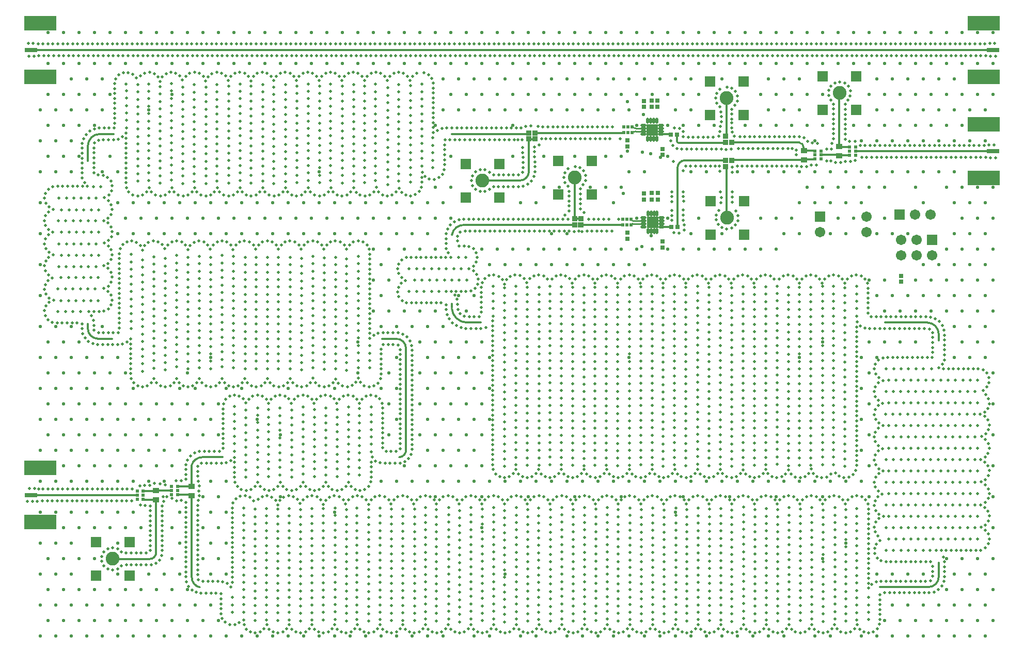
<source format=gts>
G04*
G04 #@! TF.GenerationSoftware,Altium Limited,Altium Designer,20.2.6 (244)*
G04*
G04 Layer_Color=8388736*
%FSLAX25Y25*%
%MOIN*%
G70*
G04*
G04 #@! TF.SameCoordinates,CB8E9BAA-E3AC-43CE-A0A6-8ADA10DC06ED*
G04*
G04*
G04 #@! TF.FilePolarity,Negative*
G04*
G01*
G75*
%ADD15C,0.01000*%
%ADD18C,0.01331*%
%ADD19C,0.00000*%
%ADD20C,0.08871*%
%ADD21R,0.06706X0.06706*%
%ADD22R,0.02099X0.02414*%
%ADD23R,0.06706X0.06706*%
%ADD24R,0.04343X0.03556*%
%ADD25R,0.02414X0.02099*%
%ADD26R,0.07493X0.07493*%
%ADD27O,0.01824X0.03950*%
%ADD28O,0.03950X0.01824*%
%ADD29R,0.03162X0.02769*%
%ADD30R,0.02769X0.03162*%
%ADD31R,0.03359X0.03359*%
%ADD32R,0.03359X0.03359*%
%ADD33R,0.20800X0.09800*%
%ADD34R,0.08300X0.02800*%
%ADD35C,0.06706*%
%ADD36C,0.02000*%
%ADD37C,0.02200*%
%ADD38C,0.02300*%
D15*
X392742Y274383D02*
G03*
X391737Y273379I0J-1005D01*
G01*
Y277276D02*
G03*
X392662Y276352I924J0D01*
G01*
X394738Y334107D02*
G03*
X392430Y333151I0J-3264D01*
G01*
Y337049D02*
G03*
X394779Y336076I2350J2350D01*
G01*
X392742Y274383D02*
X399926D01*
X392662Y276352D02*
X399926D01*
X394738Y334107D02*
X399693D01*
X394779Y336076D02*
X399693D01*
D18*
X108229Y45841D02*
G03*
X113448Y39400I6583J-0D01*
G01*
X583930Y39600D02*
G03*
X590400Y46079I-10J6479D01*
G01*
Y203100D02*
G03*
X583000Y210500I-7400J0D01*
G01*
X279130Y213215D02*
G03*
X285900Y210500I6770J7085D01*
G01*
X276143Y219385D02*
G03*
X279130Y213214I9757J915D01*
G01*
X284551Y273581D02*
G03*
X276181Y267157I-794J-7630D01*
G01*
X426669Y315369D02*
G03*
X421800Y310500I0J-4868D01*
G01*
X503100Y324100D02*
G03*
X500402Y326798I-2698J0D01*
G01*
X421282Y328161D02*
G03*
X422930Y326513I1649J0D01*
G01*
X319948Y302233D02*
G03*
X325919Y308343I-99J6069D01*
G01*
X325919Y308352D02*
G03*
X325882Y311968I-888514J-7216D01*
G01*
D02*
G03*
X325639Y329046I-4197099J-51177D01*
G01*
X48862Y332362D02*
G03*
X41200Y324700I0J-7662D01*
G01*
X41190Y206509D02*
G03*
X47600Y200100I6409J0D01*
G01*
X246572Y193659D02*
G03*
X240000Y200100I-6443J0D01*
G01*
X242200Y123500D02*
G03*
X246572Y128129I-265J4629D01*
G01*
X115000Y123462D02*
G03*
X108207Y118435I0J-7103D01*
G01*
X81100Y57700D02*
G03*
X85251Y61851I0J4151D01*
G01*
X4350Y386699D02*
X625571D01*
X108229Y45841D02*
Y98318D01*
X98988Y99292D02*
X107255D01*
X552508Y39599D02*
X583930Y39600D01*
X590400Y46079D02*
Y55300D01*
Y199067D02*
Y203100D01*
X555874Y210500D02*
X583000D01*
X285900D02*
X294700D01*
X276100Y222591D02*
X276100Y220300D01*
X284551Y273581D02*
X355250D01*
X355474Y277960D02*
Y300274D01*
X355698Y277486D02*
X359283D01*
X359300Y273532D02*
X385977D01*
X411387Y272410D02*
X417825D01*
X421800Y272372D02*
X421851Y272321D01*
X426669Y315369D02*
X452900D01*
X421800Y272372D02*
Y310500D01*
X453350Y278650D02*
Y310981D01*
X456992Y315524D02*
X503176D01*
X536749Y321200D02*
X625571D01*
X526226Y324357D02*
Y358726D01*
X526435Y323940D02*
X532835D01*
X526367Y318592D02*
X532841D01*
X514328Y318788D02*
X525648D01*
X503713Y316060D02*
X510435D01*
X510451Y321398D02*
Y321460D01*
X503100Y321753D02*
Y324100D01*
X456769Y326817D02*
X456788Y326798D01*
X510435Y321476D02*
X510451Y321460D01*
X503377Y321476D02*
X510435D01*
X503100Y321753D02*
X503377Y321476D01*
X456788Y326798D02*
X500402D01*
X453500Y355602D02*
X453500Y355602D01*
X452800Y330886D02*
X453500Y331586D01*
Y355602D01*
X421300Y332100D02*
X421300Y328161D01*
X422930Y326513D02*
X452031D01*
X329665Y333086D02*
X386666D01*
X295933Y302233D02*
X319948D01*
X325100Y332468D02*
X325714Y333083D01*
X324321Y332362D02*
X324427Y332468D01*
X325700Y329031D02*
X329948D01*
X276185Y332362D02*
X324307D01*
X48862Y332362D02*
X57924D01*
X41194Y315081D02*
Y324681D01*
X41190Y206509D02*
Y209700D01*
X47600Y200100D02*
X56642Y200100D01*
X231031Y200100D02*
X240000D01*
X246572Y128129D02*
Y193659D01*
X115000Y123462D02*
X128015Y123466D01*
X108207Y104660D02*
Y118435D01*
X98988Y104508D02*
X108055D01*
X85251Y101953D02*
X94889D01*
X57300Y57700D02*
X81100D01*
X85251Y61851D02*
Y96047D01*
X77292D02*
X85251D01*
X76910Y101508D02*
X84807D01*
X4350Y99100D02*
X73002Y99100D01*
X411150Y332138D02*
X417270D01*
D19*
X421300Y332100D02*
X421374Y332174D01*
X421300Y332100D02*
X421497D01*
X452031Y326531D02*
X452317Y326817D01*
D20*
X526331Y358830D02*
D03*
X57200Y57800D02*
D03*
X295900Y302200D02*
D03*
X453500Y355602D02*
D03*
X453800Y278200D02*
D03*
X355500Y304200D02*
D03*
D21*
X537157Y348004D02*
D03*
X515504D02*
D03*
Y369657D02*
D03*
X537157D02*
D03*
X442673Y366429D02*
D03*
X464327D02*
D03*
Y344775D02*
D03*
X442673D02*
D03*
X442973Y267373D02*
D03*
X464627D02*
D03*
Y289027D02*
D03*
X442973D02*
D03*
X344673Y315027D02*
D03*
X366327D02*
D03*
Y293373D02*
D03*
X344673D02*
D03*
X565100Y280200D02*
D03*
X513700Y278800D02*
D03*
X586100Y263900D02*
D03*
D22*
X510451Y318800D02*
D03*
X514349D02*
D03*
X510451Y316202D02*
D03*
X514349D02*
D03*
Y321398D02*
D03*
X510451D02*
D03*
X532851Y323798D02*
D03*
X536749D02*
D03*
Y318602D02*
D03*
X532851D02*
D03*
X536749Y321200D02*
D03*
X532851D02*
D03*
X98978Y101900D02*
D03*
X95080D02*
D03*
X98978Y104498D02*
D03*
X95080D02*
D03*
Y99302D02*
D03*
X98978D02*
D03*
X76900Y98900D02*
D03*
X73002D02*
D03*
X76900Y101498D02*
D03*
X73002D02*
D03*
Y96302D02*
D03*
X76900D02*
D03*
D23*
X46373Y68627D02*
D03*
Y46973D02*
D03*
X68027D02*
D03*
Y68627D02*
D03*
X306727Y313027D02*
D03*
Y291373D02*
D03*
X285073D02*
D03*
Y313027D02*
D03*
D24*
X526122Y318347D02*
D03*
Y324253D02*
D03*
X503300Y321553D02*
D03*
Y315647D02*
D03*
X108200Y98747D02*
D03*
Y104653D02*
D03*
X85251Y96047D02*
D03*
Y101953D02*
D03*
D25*
X391797Y277400D02*
D03*
Y273502D02*
D03*
X386600D02*
D03*
Y277400D02*
D03*
X389198Y273502D02*
D03*
Y277400D02*
D03*
X392430Y337049D02*
D03*
Y333151D02*
D03*
X387233D02*
D03*
Y337049D02*
D03*
X389831Y333151D02*
D03*
Y337049D02*
D03*
D26*
X405655Y275368D02*
D03*
X405421Y335091D02*
D03*
D27*
X402702Y281096D02*
D03*
X404670D02*
D03*
X406639D02*
D03*
X408607D02*
D03*
Y269639D02*
D03*
X406639D02*
D03*
X404670D02*
D03*
X402702D02*
D03*
X402468Y329363D02*
D03*
X404437D02*
D03*
X406405D02*
D03*
X408374D02*
D03*
Y340820D02*
D03*
X406405D02*
D03*
X404437D02*
D03*
X402468D02*
D03*
D28*
X411383Y278321D02*
D03*
Y276352D02*
D03*
Y274383D02*
D03*
Y272415D02*
D03*
X399926D02*
D03*
Y274383D02*
D03*
Y276352D02*
D03*
Y278321D02*
D03*
X399693Y338044D02*
D03*
Y336076D02*
D03*
Y334107D02*
D03*
Y332138D02*
D03*
X411150D02*
D03*
Y334107D02*
D03*
Y336076D02*
D03*
Y338044D02*
D03*
D29*
X405196Y294176D02*
D03*
X409133D02*
D03*
X405196Y290076D02*
D03*
X409133D02*
D03*
X421851Y272321D02*
D03*
X417914D02*
D03*
X408900Y349800D02*
D03*
X404963D02*
D03*
X421300Y332100D02*
D03*
X417363D02*
D03*
X408900Y353900D02*
D03*
X404963D02*
D03*
D30*
X400265Y290076D02*
D03*
Y294013D02*
D03*
X412265Y259076D02*
D03*
Y263013D02*
D03*
X389340Y264608D02*
D03*
Y268545D02*
D03*
X566000Y240769D02*
D03*
Y236831D02*
D03*
X400032Y353737D02*
D03*
Y349800D02*
D03*
X412032Y322737D02*
D03*
Y318800D02*
D03*
X389531Y328237D02*
D03*
Y324300D02*
D03*
D31*
X456769Y326817D02*
D03*
X452832D02*
D03*
X452931Y315400D02*
D03*
X456869D02*
D03*
X325714Y333083D02*
D03*
X329651D02*
D03*
X355349Y273535D02*
D03*
X359286D02*
D03*
D32*
X452800Y330886D02*
D03*
Y326949D02*
D03*
X452900Y315369D02*
D03*
Y311432D02*
D03*
X359300Y273532D02*
D03*
Y277468D02*
D03*
X329665Y333086D02*
D03*
Y329149D02*
D03*
X325665Y333086D02*
D03*
Y329149D02*
D03*
X355300Y273532D02*
D03*
Y277468D02*
D03*
D33*
X10600Y81700D02*
D03*
Y116500D02*
D03*
Y404099D02*
D03*
Y369299D02*
D03*
X619321D02*
D03*
Y404099D02*
D03*
Y303800D02*
D03*
Y338600D02*
D03*
D34*
X4350Y99100D02*
D03*
Y386699D02*
D03*
X625571D02*
D03*
Y321200D02*
D03*
D35*
X575100Y280200D02*
D03*
X585100D02*
D03*
X513700Y268800D02*
D03*
X543700Y278800D02*
D03*
Y268800D02*
D03*
X586100Y253900D02*
D03*
X576100Y263900D02*
D03*
Y253900D02*
D03*
X566100Y263900D02*
D03*
Y253900D02*
D03*
D36*
X536749Y318602D02*
D03*
Y323798D02*
D03*
X532851Y321200D02*
D03*
X514349Y316202D02*
D03*
X510451Y318800D02*
D03*
X514349Y321398D02*
D03*
X95080Y99302D02*
D03*
X98978Y101900D02*
D03*
X95080Y104498D02*
D03*
X73002Y96302D02*
D03*
X76900Y98900D02*
D03*
X73002Y101498D02*
D03*
X135931Y127400D02*
D03*
Y132200D02*
D03*
Y137000D02*
D03*
Y141800D02*
D03*
Y146600D02*
D03*
Y151400D02*
D03*
Y156200D02*
D03*
X143230Y153800D02*
D03*
Y149000D02*
D03*
Y144200D02*
D03*
Y139400D02*
D03*
Y134600D02*
D03*
Y129800D02*
D03*
Y125000D02*
D03*
Y120200D02*
D03*
Y115400D02*
D03*
Y110600D02*
D03*
X224030Y155800D02*
D03*
Y151000D02*
D03*
Y146200D02*
D03*
Y141400D02*
D03*
Y136600D02*
D03*
Y131800D02*
D03*
Y127000D02*
D03*
X216430Y155100D02*
D03*
Y150300D02*
D03*
Y145500D02*
D03*
Y140700D02*
D03*
Y135900D02*
D03*
Y131100D02*
D03*
Y126300D02*
D03*
Y121500D02*
D03*
Y116700D02*
D03*
Y111900D02*
D03*
X209331Y155800D02*
D03*
Y151000D02*
D03*
Y146200D02*
D03*
Y141400D02*
D03*
Y136600D02*
D03*
Y131800D02*
D03*
Y127000D02*
D03*
Y122200D02*
D03*
Y117400D02*
D03*
Y112600D02*
D03*
X202131Y154200D02*
D03*
Y149400D02*
D03*
Y144600D02*
D03*
Y139800D02*
D03*
Y135000D02*
D03*
Y130200D02*
D03*
Y125400D02*
D03*
Y120600D02*
D03*
Y115800D02*
D03*
Y111000D02*
D03*
X194730Y155200D02*
D03*
Y150400D02*
D03*
Y145600D02*
D03*
Y140800D02*
D03*
Y136000D02*
D03*
Y131200D02*
D03*
Y126400D02*
D03*
Y121600D02*
D03*
Y116800D02*
D03*
Y112000D02*
D03*
X187330Y154200D02*
D03*
Y149400D02*
D03*
Y144600D02*
D03*
Y139800D02*
D03*
Y135000D02*
D03*
Y130200D02*
D03*
Y125400D02*
D03*
Y120600D02*
D03*
Y115800D02*
D03*
Y111000D02*
D03*
X180031Y155900D02*
D03*
Y151100D02*
D03*
Y146300D02*
D03*
Y141500D02*
D03*
Y136700D02*
D03*
Y131900D02*
D03*
Y127100D02*
D03*
Y122300D02*
D03*
Y117500D02*
D03*
Y112700D02*
D03*
X172830Y153800D02*
D03*
Y149000D02*
D03*
Y144200D02*
D03*
Y139400D02*
D03*
Y134600D02*
D03*
Y129800D02*
D03*
Y125000D02*
D03*
Y120200D02*
D03*
Y115400D02*
D03*
Y110600D02*
D03*
X165231Y155200D02*
D03*
Y150400D02*
D03*
Y145600D02*
D03*
Y140800D02*
D03*
Y136000D02*
D03*
Y131200D02*
D03*
Y126400D02*
D03*
Y121600D02*
D03*
Y116800D02*
D03*
Y112000D02*
D03*
X157831Y154200D02*
D03*
Y149400D02*
D03*
Y144600D02*
D03*
Y139800D02*
D03*
Y135000D02*
D03*
Y130200D02*
D03*
Y125400D02*
D03*
Y120600D02*
D03*
Y115800D02*
D03*
Y111000D02*
D03*
X150630Y155400D02*
D03*
Y150600D02*
D03*
Y145800D02*
D03*
Y141000D02*
D03*
Y136200D02*
D03*
Y131400D02*
D03*
Y126600D02*
D03*
Y121800D02*
D03*
Y117000D02*
D03*
Y112200D02*
D03*
X63590Y196523D02*
D03*
X144918Y369594D02*
D03*
X56892Y298813D02*
D03*
X80229Y262333D02*
D03*
X100111Y171564D02*
D03*
X61625Y242202D02*
D03*
X316427Y328557D02*
D03*
X67267Y372108D02*
D03*
X42483Y334232D02*
D03*
X209254Y163680D02*
D03*
X98544Y263214D02*
D03*
X70207Y292961D02*
D03*
X47802Y305802D02*
D03*
X110065Y297668D02*
D03*
X58120Y336167D02*
D03*
X15721Y296582D02*
D03*
X128541Y135580D02*
D03*
X218144Y369696D02*
D03*
X263983Y339672D02*
D03*
X153902Y262509D02*
D03*
X56265Y286665D02*
D03*
X185652Y161080D02*
D03*
X149546Y257928D02*
D03*
X250383Y128480D02*
D03*
X242767Y189889D02*
D03*
Y186689D02*
D03*
X250377Y138080D02*
D03*
X167526Y169695D02*
D03*
X105816Y169001D02*
D03*
X229877Y119829D02*
D03*
X27824Y210226D02*
D03*
X223175Y206662D02*
D03*
X248281Y122554D02*
D03*
X196338Y104569D02*
D03*
X182358Y169766D02*
D03*
X207695Y104649D02*
D03*
X28096Y298471D02*
D03*
X179049Y293015D02*
D03*
X196771Y169663D02*
D03*
X142243Y263214D02*
D03*
X198015Y297729D02*
D03*
X263069Y368344D02*
D03*
X68955Y183950D02*
D03*
X234978Y196295D02*
D03*
X197808Y372232D02*
D03*
X50798Y196295D02*
D03*
X149870Y169001D02*
D03*
X250377Y166880D02*
D03*
X102277Y367266D02*
D03*
X130080Y369809D02*
D03*
X242767Y170689D02*
D03*
X91670Y371326D02*
D03*
X15971Y285227D02*
D03*
X144137Y171508D02*
D03*
X263967Y365272D02*
D03*
X190522Y169719D02*
D03*
X112355Y108017D02*
D03*
X242767Y167489D02*
D03*
X250377Y163680D02*
D03*
X82151Y171680D02*
D03*
X214299Y294772D02*
D03*
X54412Y234108D02*
D03*
X120917Y119659D02*
D03*
X142579Y174303D02*
D03*
X219690Y366894D02*
D03*
X153721Y372232D02*
D03*
X145008Y161063D02*
D03*
X201278Y174113D02*
D03*
X58449Y348950D02*
D03*
X130509Y119890D02*
D03*
X242767Y180289D02*
D03*
X128541Y151580D02*
D03*
X56901Y225061D02*
D03*
X61625Y226202D02*
D03*
X183084Y372232D02*
D03*
X125973Y127271D02*
D03*
X128859Y292958D02*
D03*
X128541Y132380D02*
D03*
X231448Y132764D02*
D03*
X104435Y118772D02*
D03*
X37395Y307115D02*
D03*
X250377Y189280D02*
D03*
X111602Y294861D02*
D03*
X117386Y169649D02*
D03*
X14104Y221212D02*
D03*
X197664Y163033D02*
D03*
X219902Y102740D02*
D03*
X224117Y110764D02*
D03*
X240111Y127304D02*
D03*
X60835Y328898D02*
D03*
X274827Y328557D02*
D03*
X225913Y169589D02*
D03*
X89261Y369220D02*
D03*
X223175Y235462D02*
D03*
X105541Y121775D02*
D03*
X18432Y268803D02*
D03*
X269753Y336031D02*
D03*
X218760Y262552D02*
D03*
X54420Y203905D02*
D03*
X223175Y213062D02*
D03*
X56117Y272360D02*
D03*
X34224Y210226D02*
D03*
X157206Y174431D02*
D03*
X205157Y102701D02*
D03*
X63696Y260908D02*
D03*
X15952Y252776D02*
D03*
X156365Y161026D02*
D03*
X135871Y123321D02*
D03*
X263983Y342872D02*
D03*
X168703Y297693D02*
D03*
X250377Y179680D02*
D03*
X310027Y328557D02*
D03*
X76503Y169001D02*
D03*
X53903Y304301D02*
D03*
X244422Y202969D02*
D03*
X271313Y322172D02*
D03*
X209310Y371502D02*
D03*
X15861Y282029D02*
D03*
X139132Y262464D02*
D03*
X15504Y237725D02*
D03*
X87893Y366327D02*
D03*
X231448Y148764D02*
D03*
X212511Y262495D02*
D03*
X295350Y336167D02*
D03*
X143494Y292968D02*
D03*
X128541Y129180D02*
D03*
X146539Y102694D02*
D03*
X81064Y372222D02*
D03*
X242767Y157889D02*
D03*
X173497Y171463D02*
D03*
X141525Y161238D02*
D03*
X271313Y325372D02*
D03*
X156859Y371604D02*
D03*
X168304Y163040D02*
D03*
X279350Y336167D02*
D03*
X61625Y248602D02*
D03*
X242767Y129089D02*
D03*
X250377Y131680D02*
D03*
X114798Y171530D02*
D03*
X70217Y370867D02*
D03*
X212722Y297556D02*
D03*
X24624Y210226D02*
D03*
X56305Y266113D02*
D03*
X65780Y300843D02*
D03*
X190363Y366914D02*
D03*
X51495Y217847D02*
D03*
X122069Y260607D02*
D03*
X58449Y355350D02*
D03*
X104402Y112372D02*
D03*
X48020Y203905D02*
D03*
X282550Y336167D02*
D03*
X58449Y345750D02*
D03*
X250174Y195673D02*
D03*
X37591Y303921D02*
D03*
X131685Y367041D02*
D03*
X37395Y310315D02*
D03*
X37385Y209730D02*
D03*
X242767Y141889D02*
D03*
X250377Y160480D02*
D03*
X31024Y210226D02*
D03*
X179960Y163672D02*
D03*
X75026Y260266D02*
D03*
X225652Y295071D02*
D03*
X223175Y232262D02*
D03*
X245756Y120588D02*
D03*
X63612Y330489D02*
D03*
X56901Y283528D02*
D03*
X106915Y371599D02*
D03*
X140919Y294867D02*
D03*
X13970Y250264D02*
D03*
X233074Y119692D02*
D03*
X115984Y262614D02*
D03*
X177327Y260691D02*
D03*
X178385Y104656D02*
D03*
X92816Y260696D02*
D03*
X14010Y258334D02*
D03*
X218234Y160983D02*
D03*
X223872Y107573D02*
D03*
X189450Y262547D02*
D03*
X118606Y260779D02*
D03*
X220755Y162954D02*
D03*
X241757Y372232D02*
D03*
X96949Y294850D02*
D03*
X242767Y145089D02*
D03*
X124627Y262529D02*
D03*
X51441Y247155D02*
D03*
X247083Y201192D02*
D03*
X290827Y328557D02*
D03*
X18227Y239405D02*
D03*
X56219Y257454D02*
D03*
X203510Y369662D02*
D03*
X246348Y292874D02*
D03*
X108935Y169717D02*
D03*
X126275Y294845D02*
D03*
X220050Y292304D02*
D03*
X54640Y292976D02*
D03*
X66085Y297657D02*
D03*
X54172Y277907D02*
D03*
X61625Y255002D02*
D03*
X242767Y132289D02*
D03*
X117311Y292304D02*
D03*
X146419Y366768D02*
D03*
X77806Y260242D02*
D03*
X104402Y109172D02*
D03*
X95409Y262572D02*
D03*
X126154Y171707D02*
D03*
X323892Y337427D02*
D03*
X249894Y125317D02*
D03*
X250377Y150880D02*
D03*
X40108Y332088D02*
D03*
X176838Y162968D02*
D03*
X164239Y257811D02*
D03*
X45005Y316957D02*
D03*
X271313Y315772D02*
D03*
X216790Y101996D02*
D03*
X226945Y121110D02*
D03*
X104315Y369733D02*
D03*
X69258Y174364D02*
D03*
X215559Y371581D02*
D03*
X16212Y226399D02*
D03*
X68955Y177550D02*
D03*
X230506Y190159D02*
D03*
X223175Y245062D02*
D03*
X205214Y292304D02*
D03*
X112841Y263214D02*
D03*
X242767Y138689D02*
D03*
X264752Y303110D02*
D03*
X124310Y372232D02*
D03*
X14117Y228818D02*
D03*
X191416Y162938D02*
D03*
X57653Y328557D02*
D03*
X44847Y211880D02*
D03*
X138898Y163066D02*
D03*
X167028Y104545D02*
D03*
X177455Y369517D02*
D03*
X276150Y336167D02*
D03*
X148108Y369486D02*
D03*
X56272Y236711D02*
D03*
X130877Y262518D02*
D03*
X89134Y260929D02*
D03*
X44443Y196807D02*
D03*
X288950Y336167D02*
D03*
X200257Y161158D02*
D03*
X221467Y369555D02*
D03*
X127753Y263214D02*
D03*
X238640Y371506D02*
D03*
X242767Y177089D02*
D03*
X292150Y336167D02*
D03*
X230506Y193359D02*
D03*
X203600Y161013D02*
D03*
X101320Y108313D02*
D03*
X54090Y274836D02*
D03*
X244889Y371578D02*
D03*
X250377Y147680D02*
D03*
X152386Y104516D02*
D03*
X65780Y323243D02*
D03*
X241338Y203824D02*
D03*
X51325Y276446D02*
D03*
X298550Y336167D02*
D03*
X174736Y262569D02*
D03*
X146734Y169638D02*
D03*
X165392Y371529D02*
D03*
X193640Y169001D02*
D03*
X45005Y313757D02*
D03*
X13229Y247151D02*
D03*
X155493Y171728D02*
D03*
X176110Y169615D02*
D03*
X113250Y174331D02*
D03*
X209497Y107294D02*
D03*
X256652Y304438D02*
D03*
X56224Y221934D02*
D03*
X151359Y260565D02*
D03*
X215779Y174696D02*
D03*
X139249Y372232D02*
D03*
X222411Y104726D02*
D03*
X263983Y346072D02*
D03*
X137712Y104529D02*
D03*
X66449Y197960D02*
D03*
X204075Y262562D02*
D03*
X223175Y222662D02*
D03*
X214255Y171882D02*
D03*
X230506Y183759D02*
D03*
X135871Y110521D02*
D03*
X13229Y261437D02*
D03*
X18512Y298147D02*
D03*
X250377Y157280D02*
D03*
X187538Y292943D02*
D03*
X73339Y292304D02*
D03*
X285750Y336167D02*
D03*
X133368Y121328D02*
D03*
X104172Y260496D02*
D03*
X45108Y217556D02*
D03*
X206134Y162966D02*
D03*
X263983Y358872D02*
D03*
X142371Y371532D02*
D03*
X161276Y169687D02*
D03*
X37696Y298471D02*
D03*
X80745Y297663D02*
D03*
X242767Y135489D02*
D03*
X190673Y292304D02*
D03*
X252592Y293118D02*
D03*
X41586Y198248D02*
D03*
X13859Y293980D02*
D03*
X242077Y297437D02*
D03*
X179251Y169001D02*
D03*
X107504Y124302D02*
D03*
X13229Y290842D02*
D03*
X237589Y292971D02*
D03*
X152982Y169744D02*
D03*
X247472Y369689D02*
D03*
X133426Y260584D02*
D03*
X97905Y371732D02*
D03*
X263983Y349272D02*
D03*
X135871Y120121D02*
D03*
X249014Y366885D02*
D03*
X143421Y101974D02*
D03*
X271627Y328557D02*
D03*
X231448Y142364D02*
D03*
X238140Y203905D02*
D03*
X243709Y294684D02*
D03*
X260960Y370751D02*
D03*
X84138Y371333D02*
D03*
X242767Y151489D02*
D03*
X250377Y173280D02*
D03*
X208205Y257874D02*
D03*
X15741Y241421D02*
D03*
X242767Y148289D02*
D03*
X118734Y369417D02*
D03*
X123635Y169733D02*
D03*
X228541Y171414D02*
D03*
X256450Y298045D02*
D03*
X165494Y107353D02*
D03*
X159555Y160918D02*
D03*
X65780Y310443D02*
D03*
X122959Y294985D02*
D03*
X15834Y270672D02*
D03*
X149743Y293021D02*
D03*
X171602Y263214D02*
D03*
X131991Y169672D02*
D03*
X165971Y260501D02*
D03*
X37395Y316715D02*
D03*
X94301Y169728D02*
D03*
X242767Y164289D02*
D03*
X149068Y104655D02*
D03*
X37891Y203373D02*
D03*
X236116Y369539D02*
D03*
X58449Y352150D02*
D03*
X68955Y193550D02*
D03*
X311350Y336167D02*
D03*
X231137Y158349D02*
D03*
X230247Y371570D02*
D03*
X200942Y263214D02*
D03*
X170909Y161182D02*
D03*
X210887Y294935D02*
D03*
X135754Y163658D02*
D03*
X65780Y329643D02*
D03*
X15522Y212309D02*
D03*
X166961Y295009D02*
D03*
X111468Y171673D02*
D03*
X179970Y371495D02*
D03*
X136175Y107335D02*
D03*
X65780Y326443D02*
D03*
X270075Y306384D02*
D03*
X223175Y238662D02*
D03*
X150841Y107319D02*
D03*
X190554Y102721D02*
D03*
X183386Y297611D02*
D03*
X61625Y239002D02*
D03*
X223175Y219462D02*
D03*
X128541Y148380D02*
D03*
X175929Y292304D02*
D03*
X58449Y361750D02*
D03*
X136627Y260473D02*
D03*
X238178Y196295D02*
D03*
X140778Y171658D02*
D03*
X76456Y293028D02*
D03*
X78982Y294993D02*
D03*
X249497Y292304D02*
D03*
X34496Y298471D02*
D03*
X221338Y260655D02*
D03*
X61625Y207002D02*
D03*
X250377Y182880D02*
D03*
X136122Y371551D02*
D03*
X51253Y328557D02*
D03*
X178878Y257892D02*
D03*
X196298Y295029D02*
D03*
X112012Y117598D02*
D03*
X211804Y169825D02*
D03*
X45502Y326518D02*
D03*
X308150Y336167D02*
D03*
X54255Y230726D02*
D03*
X202917Y171365D02*
D03*
X135871Y113721D02*
D03*
X231448Y155164D02*
D03*
X165166Y163667D02*
D03*
X51704Y261887D02*
D03*
X234359Y366865D02*
D03*
X54266Y248657D02*
D03*
X127317Y119661D02*
D03*
X16035Y255856D02*
D03*
X223175Y254662D02*
D03*
X195304Y260515D02*
D03*
X54453Y328557D02*
D03*
X51220Y203905D02*
D03*
X263983Y362072D02*
D03*
X219400Y169700D02*
D03*
X93639Y294988D02*
D03*
X121208Y371446D02*
D03*
X83924Y174344D02*
D03*
X138240Y169710D02*
D03*
X184850Y171774D02*
D03*
X162056Y162914D02*
D03*
X54920Y336167D02*
D03*
X117717Y119658D02*
D03*
X320950Y336167D02*
D03*
X231778Y196295D02*
D03*
X242767Y154689D02*
D03*
X132652Y162871D02*
D03*
X31296Y298471D02*
D03*
X187439Y101987D02*
D03*
X120203Y258007D02*
D03*
X155604Y294835D02*
D03*
X183201Y262499D02*
D03*
X117129Y366648D02*
D03*
X194688Y371519D02*
D03*
X172800Y292975D02*
D03*
X271215Y309374D02*
D03*
X56395Y295652D02*
D03*
X224805Y123489D02*
D03*
X54157Y245463D02*
D03*
X250377Y192480D02*
D03*
X51621Y232542D02*
D03*
X105780Y293030D02*
D03*
X98577Y174373D02*
D03*
X205040Y366851D02*
D03*
X113163Y371485D02*
D03*
X223175Y248262D02*
D03*
X13827Y264581D02*
D03*
X45005Y307357D02*
D03*
X131991Y292304D02*
D03*
X186506Y174511D02*
D03*
X61625Y251802D02*
D03*
X256652Y301238D02*
D03*
X54310Y219369D02*
D03*
X230506Y177359D02*
D03*
X250377Y144480D02*
D03*
X68955Y190350D02*
D03*
X224117Y113964D02*
D03*
X13926Y279480D02*
D03*
X231448Y151964D02*
D03*
X223175Y229062D02*
D03*
X200937Y371565D02*
D03*
X278027Y328557D02*
D03*
X162848Y369588D02*
D03*
X223175Y216262D02*
D03*
X24896Y298471D02*
D03*
X21696D02*
D03*
X72380Y368509D02*
D03*
X58449Y358550D02*
D03*
X231448Y135964D02*
D03*
X110052Y372232D02*
D03*
X56203Y251204D02*
D03*
X216911Y292922D02*
D03*
X112012Y114399D02*
D03*
X250377Y170080D02*
D03*
X215630Y263214D02*
D03*
X306827Y328557D02*
D03*
X212425Y372232D02*
D03*
X45371Y335610D02*
D03*
X119573Y127269D02*
D03*
X236275Y119693D02*
D03*
X145381Y262583D02*
D03*
X65780Y307243D02*
D03*
X154057Y297636D02*
D03*
X60820Y203905D02*
D03*
X202036Y101991D02*
D03*
X13742Y235054D02*
D03*
X13752Y214975D02*
D03*
X64069Y372000D02*
D03*
X284427Y328557D02*
D03*
X261564Y303391D02*
D03*
X236911Y127303D02*
D03*
X61215Y370554D02*
D03*
X188811Y369712D02*
D03*
X61625Y232602D02*
D03*
X184942Y294815D02*
D03*
X114518Y119589D02*
D03*
X65780Y313643D02*
D03*
X240162Y294874D02*
D03*
X128541Y138780D02*
D03*
X62030Y258176D02*
D03*
X212383Y163014D02*
D03*
X231340Y293018D02*
D03*
X186219Y371589D02*
D03*
X206660Y260677D02*
D03*
X214957Y161111D02*
D03*
X184305Y102634D02*
D03*
X157023Y263214D02*
D03*
X104402Y115572D02*
D03*
X39325Y200512D02*
D03*
X120520Y169001D02*
D03*
X223175Y241862D02*
D03*
X154971Y102630D02*
D03*
X224117Y120364D02*
D03*
X150696Y163663D02*
D03*
X105638Y257651D02*
D03*
X86465Y262695D02*
D03*
X258051Y372083D02*
D03*
X301750Y336167D02*
D03*
X171641Y371554D02*
D03*
X13233Y218133D02*
D03*
X187173Y158265D02*
D03*
X87993Y292304D02*
D03*
X94743Y372220D02*
D03*
X223175Y209862D02*
D03*
X61625Y229402D02*
D03*
X38997Y301047D02*
D03*
X205561Y169562D02*
D03*
X223158Y293067D02*
D03*
X227116Y372232D02*
D03*
X98121Y108405D02*
D03*
X250377Y134880D02*
D03*
X102686Y169665D02*
D03*
X72595Y262348D02*
D03*
X61625Y223002D02*
D03*
X222873Y257847D02*
D03*
X56157Y280416D02*
D03*
X230506Y186959D02*
D03*
X68955Y199950D02*
D03*
X37512Y326313D02*
D03*
X188901Y160959D02*
D03*
X258797Y304997D02*
D03*
X253314Y371511D02*
D03*
X38383Y329392D02*
D03*
X192153Y369566D02*
D03*
X146625Y292304D02*
D03*
X230506Y180559D02*
D03*
X120429Y293025D02*
D03*
X66358Y262684D02*
D03*
X73372Y169661D02*
D03*
X228548Y203679D02*
D03*
X54299Y260014D02*
D03*
X135108Y293032D02*
D03*
X164441Y293037D02*
D03*
X90810Y258203D02*
D03*
X223871Y163685D02*
D03*
X223175Y225862D02*
D03*
X101657Y262475D02*
D03*
X91111Y293026D02*
D03*
X255049Y295168D02*
D03*
X313227Y328557D02*
D03*
X65780Y316843D02*
D03*
X128541Y141980D02*
D03*
X231739Y203905D02*
D03*
X160151Y262538D02*
D03*
X159464Y369744D02*
D03*
X223175Y200262D02*
D03*
X21424Y210226D02*
D03*
X169604Y102646D02*
D03*
X164402Y169001D02*
D03*
X192023Y260645D02*
D03*
X134931Y257760D02*
D03*
X129421Y171580D02*
D03*
X13979Y287732D02*
D03*
X267775Y304159D02*
D03*
X227317Y297804D02*
D03*
X56150Y242959D02*
D03*
X230153Y174178D02*
D03*
X223998Y371514D02*
D03*
X61625Y219802D02*
D03*
X263983Y355672D02*
D03*
X294027Y328557D02*
D03*
X150611Y371480D02*
D03*
X95408Y297654D02*
D03*
X271313Y318972D02*
D03*
X223175Y203462D02*
D03*
X127454Y371638D02*
D03*
X242674Y119725D02*
D03*
X115671Y369497D02*
D03*
X231448Y145564D02*
D03*
X18797Y254240D02*
D03*
X234940Y203905D02*
D03*
X139385Y297676D02*
D03*
X60398Y196295D02*
D03*
X56003Y301887D02*
D03*
X54396Y289262D02*
D03*
X113176Y127127D02*
D03*
X175853Y102699D02*
D03*
X303627Y328557D02*
D03*
X233711Y127303D02*
D03*
X317750Y336167D02*
D03*
X18251Y210637D02*
D03*
X107258Y260411D02*
D03*
X110141Y126116D02*
D03*
X61625Y210202D02*
D03*
X59212Y368058D02*
D03*
X287627Y328557D02*
D03*
X211056Y104500D02*
D03*
X327091Y337476D02*
D03*
X44995Y208684D02*
D03*
X65780Y332843D02*
D03*
X91185Y169001D02*
D03*
X181716Y104514D02*
D03*
X213654Y102631D02*
D03*
X114180Y292965D02*
D03*
X158192Y292953D02*
D03*
X186320Y263214D02*
D03*
X45005Y310557D02*
D03*
X242767Y173889D02*
D03*
X130179Y160840D02*
D03*
X224117Y117164D02*
D03*
X56901Y269257D02*
D03*
X13869Y244015D02*
D03*
X201810Y158360D02*
D03*
X109737Y262434D02*
D03*
X272950Y336167D02*
D03*
X45242Y205493D02*
D03*
X137631Y295000D02*
D03*
X187991Y171677D02*
D03*
X47598Y196274D02*
D03*
X147569Y162981D02*
D03*
X314550Y336167D02*
D03*
X88052Y169654D02*
D03*
X37395Y313515D02*
D03*
X209981Y260536D02*
D03*
X68955Y180750D02*
D03*
X234459Y292304D02*
D03*
X194811Y107381D02*
D03*
X170230Y294881D02*
D03*
X86551Y369232D02*
D03*
X194529Y163676D02*
D03*
X37395Y323115D02*
D03*
X51920Y291290D02*
D03*
X113098Y104904D02*
D03*
X79621Y169721D02*
D03*
X61625Y213402D02*
D03*
X174295Y161026D02*
D03*
X135871Y116921D02*
D03*
X68955Y187150D02*
D03*
Y196750D02*
D03*
X225687Y202244D02*
D03*
X61625Y245402D02*
D03*
X108306Y294995D02*
D03*
X143131Y158471D02*
D03*
X45005Y320157D02*
D03*
X242767Y161089D02*
D03*
X161030Y366954D02*
D03*
X263983Y352472D02*
D03*
X128758Y157973D02*
D03*
X56901Y239849D02*
D03*
X281227Y328557D02*
D03*
X170076Y171627D02*
D03*
X45005Y323357D02*
D03*
X96824Y171696D02*
D03*
X13236Y231894D02*
D03*
X171917Y174245D02*
D03*
X82283Y294857D02*
D03*
X318900Y328600D02*
D03*
X19088Y224996D02*
D03*
X162716Y260626D02*
D03*
X100584Y369982D02*
D03*
X206788Y369532D02*
D03*
X222767Y169001D02*
D03*
X197826Y262485D02*
D03*
X297227Y328557D02*
D03*
X161220Y102707D02*
D03*
X193554Y257836D02*
D03*
X256968Y307623D02*
D03*
X37367Y206530D02*
D03*
X239475Y119694D02*
D03*
X69514Y263212D02*
D03*
X250377Y186080D02*
D03*
X223175Y251462D02*
D03*
X161326Y292304D02*
D03*
X263983Y336472D02*
D03*
X15661Y267204D02*
D03*
X128541Y154780D02*
D03*
X51720Y336167D02*
D03*
X181587Y294964D02*
D03*
X41908Y217556D02*
D03*
X208712Y169001D02*
D03*
X67625Y294852D02*
D03*
X102664Y292304D02*
D03*
X250785Y369550D02*
D03*
X250377Y154080D02*
D03*
X99531Y292960D02*
D03*
X48520Y336176D02*
D03*
X172734Y101982D02*
D03*
X266819Y334755D02*
D03*
X208338Y293001D02*
D03*
X54474Y263489D02*
D03*
X43526Y214795D02*
D03*
X158104Y101978D02*
D03*
X61625Y216602D02*
D03*
X75227Y369972D02*
D03*
X83306Y263208D02*
D03*
X242767Y183489D02*
D03*
X193786Y293046D02*
D03*
X157866Y158200D02*
D03*
X57620Y203905D02*
D03*
X202088Y292989D02*
D03*
X18686Y283532D02*
D03*
X37395Y319915D02*
D03*
X242767Y193089D02*
D03*
X124732Y297649D02*
D03*
X153818Y162963D02*
D03*
X65780Y304043D02*
D03*
X180666Y260546D02*
D03*
X152276Y294978D02*
D03*
X304950Y336167D02*
D03*
X77902Y371727D02*
D03*
X183087Y162994D02*
D03*
X133561Y369633D02*
D03*
X70794Y171557D02*
D03*
X271313Y312572D02*
D03*
X124117Y119660D02*
D03*
X57198Y196295D02*
D03*
X241360Y195964D02*
D03*
X13913Y273231D02*
D03*
X48055Y328447D02*
D03*
X250377Y176480D02*
D03*
X56198Y228183D02*
D03*
X300427Y328557D02*
D03*
X112012Y111198D02*
D03*
X174205Y369640D02*
D03*
X231448Y129564D02*
D03*
X198908Y102662D02*
D03*
X175726Y366824D02*
D03*
X199530Y294911D02*
D03*
X228805Y294972D02*
D03*
X263983Y333272D02*
D03*
X56901Y254327D02*
D03*
X135119Y169001D02*
D03*
X122773Y127270D02*
D03*
X65780Y320043D02*
D03*
X61625Y235802D02*
D03*
X163742Y104676D02*
D03*
X128541Y145180D02*
D03*
X227004Y163035D02*
D03*
X216488Y158301D02*
D03*
X249055Y198671D02*
D03*
X158719Y171611D02*
D03*
X250377Y141280D02*
D03*
X193072Y104695D02*
D03*
X58449Y364950D02*
D03*
X85468Y171541D02*
D03*
X229591Y161151D02*
D03*
X147983Y260720D02*
D03*
X127894Y174392D02*
D03*
X58449Y342550D02*
D03*
X180167Y107314D02*
D03*
X50998Y305643D02*
D03*
X84862Y292964D02*
D03*
X199348Y171561D02*
D03*
X16191Y223638D02*
D03*
X40896Y298471D02*
D03*
X232824Y369672D02*
D03*
X217197Y171827D02*
D03*
X53998Y196295D02*
D03*
X172477Y158392D02*
D03*
X112688Y101731D02*
D03*
X231448Y139164D02*
D03*
X140290Y102634D02*
D03*
X58449Y339350D02*
D03*
X116373Y127268D02*
D03*
X321600Y328600D02*
D03*
X168513Y372232D02*
D03*
X13229Y276357D02*
D03*
X168488Y262478D02*
D03*
X76390Y257372D02*
D03*
X48308Y217556D02*
D03*
X379349Y269726D02*
D03*
X383736Y277337D02*
D03*
X417995Y282933D02*
D03*
Y279733D02*
D03*
X418000Y288600D02*
D03*
Y294800D02*
D03*
X425605Y279915D02*
D03*
X425700Y288900D02*
D03*
X425600Y295000D02*
D03*
X418000Y291900D02*
D03*
X417995Y276533D02*
D03*
X419400Y268600D02*
D03*
X425605Y276715D02*
D03*
Y283115D02*
D03*
X425600Y292100D02*
D03*
X422700Y268400D02*
D03*
X285124Y252579D02*
D03*
X280324D02*
D03*
X262999Y230587D02*
D03*
X248599D02*
D03*
X253398D02*
D03*
X258198D02*
D03*
X267798D02*
D03*
X272599D02*
D03*
X285736Y237918D02*
D03*
X280936D02*
D03*
X276136D02*
D03*
X271336D02*
D03*
X261736D02*
D03*
X256936D02*
D03*
X252136D02*
D03*
X266536D02*
D03*
X262999Y245248D02*
D03*
X248599D02*
D03*
X253398D02*
D03*
X258198D02*
D03*
X267798D02*
D03*
X272599D02*
D03*
X277398D02*
D03*
X282199D02*
D03*
X351002Y277386D02*
D03*
X347802D02*
D03*
X344602D02*
D03*
X341402D02*
D03*
X338202D02*
D03*
X335002D02*
D03*
X331802D02*
D03*
X328602D02*
D03*
X325402D02*
D03*
X322202D02*
D03*
X319002D02*
D03*
X315802D02*
D03*
X312602D02*
D03*
X309402D02*
D03*
X306202D02*
D03*
X303002D02*
D03*
X299802D02*
D03*
X296602D02*
D03*
X293402D02*
D03*
X290202D02*
D03*
X287002D02*
D03*
X283802Y277431D02*
D03*
X280633Y276983D02*
D03*
X277697Y275710D02*
D03*
X275247Y273652D02*
D03*
X273457Y271000D02*
D03*
X272446Y267964D02*
D03*
X272295Y264767D02*
D03*
Y261567D02*
D03*
X272446Y258371D02*
D03*
X273779Y255461D02*
D03*
X275427Y252718D02*
D03*
X272227D02*
D03*
X269027D02*
D03*
X265827D02*
D03*
X262627D02*
D03*
X259427D02*
D03*
X256227D02*
D03*
X253027D02*
D03*
X249827D02*
D03*
X246638Y252454D02*
D03*
X243804Y250969D02*
D03*
X241847Y248436D02*
D03*
X241131Y245318D02*
D03*
X241795Y242187D02*
D03*
X243694Y239612D02*
D03*
X246250Y237686D02*
D03*
X243500Y236050D02*
D03*
X241695Y233407D02*
D03*
X241131Y230258D02*
D03*
X241951Y227165D02*
D03*
X244006Y224711D02*
D03*
X246885Y223315D02*
D03*
X250079Y223117D02*
D03*
X253279D02*
D03*
X256479D02*
D03*
X259679D02*
D03*
X262879D02*
D03*
X266079D02*
D03*
X269279D02*
D03*
X272295Y222047D02*
D03*
X272380Y218848D02*
D03*
X273083Y215726D02*
D03*
X274515Y212865D02*
D03*
X276560Y210403D02*
D03*
X279136Y208504D02*
D03*
X282075Y207240D02*
D03*
X285233Y206718D02*
D03*
X288433Y206695D02*
D03*
X291633D02*
D03*
X294832D02*
D03*
X297995Y207183D02*
D03*
X302556Y211515D02*
D03*
Y208315D02*
D03*
Y205115D02*
D03*
Y201915D02*
D03*
Y198715D02*
D03*
Y195515D02*
D03*
Y192315D02*
D03*
Y189115D02*
D03*
Y185915D02*
D03*
Y182715D02*
D03*
Y179515D02*
D03*
Y176315D02*
D03*
Y173115D02*
D03*
Y169915D02*
D03*
Y166715D02*
D03*
Y163515D02*
D03*
Y160315D02*
D03*
Y157115D02*
D03*
Y153915D02*
D03*
Y150715D02*
D03*
Y147515D02*
D03*
Y144315D02*
D03*
Y141115D02*
D03*
Y137915D02*
D03*
Y134715D02*
D03*
Y131515D02*
D03*
Y128315D02*
D03*
Y125115D02*
D03*
Y121915D02*
D03*
Y118715D02*
D03*
X302860Y115529D02*
D03*
X304399Y112723D02*
D03*
X306979Y110830D02*
D03*
X310110Y110172D02*
D03*
X313228Y110894D02*
D03*
X315756Y112856D02*
D03*
X317523Y115524D02*
D03*
X319063Y112719D02*
D03*
X321645Y110828D02*
D03*
X324777Y110172D02*
D03*
X327894Y110896D02*
D03*
X330420Y112860D02*
D03*
X332182Y115532D02*
D03*
X333720Y112725D02*
D03*
X336299Y110831D02*
D03*
X339430Y110172D02*
D03*
X342548Y110893D02*
D03*
X345076Y112854D02*
D03*
X346846Y115521D02*
D03*
X348387Y112716D02*
D03*
X350970Y110827D02*
D03*
X354102Y110172D02*
D03*
X357219Y110897D02*
D03*
X359744Y112863D02*
D03*
X361503Y115536D02*
D03*
X363039Y112729D02*
D03*
X365616Y110833D02*
D03*
X368747Y110172D02*
D03*
X371865Y110891D02*
D03*
X374395Y112851D02*
D03*
X376170Y115514D02*
D03*
X377714Y112711D02*
D03*
X380298Y110824D02*
D03*
X383431Y110172D02*
D03*
X386547Y110900D02*
D03*
X389070Y112868D02*
D03*
X390822Y115546D02*
D03*
X392354Y112737D02*
D03*
X394929Y110837D02*
D03*
X398059Y110172D02*
D03*
X401178Y110887D02*
D03*
X403711Y112843D02*
D03*
X405496Y115499D02*
D03*
X407045Y112699D02*
D03*
X409634Y110819D02*
D03*
X412768Y110172D02*
D03*
X415883Y110906D02*
D03*
X418401Y112880D02*
D03*
X420138Y115567D02*
D03*
X421663Y112754D02*
D03*
X424231Y110845D02*
D03*
X427360Y110172D02*
D03*
X430481Y110879D02*
D03*
X433020Y112826D02*
D03*
X434826Y115468D02*
D03*
X436386Y112674D02*
D03*
X438984Y110807D02*
D03*
X442121Y110172D02*
D03*
X445233Y110917D02*
D03*
X447741Y112904D02*
D03*
X449449Y115610D02*
D03*
X450958Y112789D02*
D03*
X453513Y110862D02*
D03*
X456638Y110172D02*
D03*
X459762Y110863D02*
D03*
X462316Y112791D02*
D03*
X464165Y115402D02*
D03*
X465752Y112624D02*
D03*
X468368Y110781D02*
D03*
X471510Y110172D02*
D03*
X474616Y110942D02*
D03*
X477103Y112956D02*
D03*
X478746Y115701D02*
D03*
X480224Y112863D02*
D03*
X482749Y110897D02*
D03*
X485865Y110172D02*
D03*
X488998Y110827D02*
D03*
X491580Y112716D02*
D03*
X493539Y115247D02*
D03*
X495191Y112507D02*
D03*
X497844Y110717D02*
D03*
X500997Y110172D02*
D03*
X504083Y111016D02*
D03*
X506525Y113085D02*
D03*
X508010Y115920D02*
D03*
X509409Y113042D02*
D03*
X511863Y110989D02*
D03*
X514957Y110172D02*
D03*
X518107Y110739D02*
D03*
X520748Y112546D02*
D03*
X523851Y113327D02*
D03*
X526213Y111169D02*
D03*
X529265Y110207D02*
D03*
X532441Y110603D02*
D03*
X535157Y112294D02*
D03*
X536908Y114973D02*
D03*
X537412Y118133D02*
D03*
Y121333D02*
D03*
Y124533D02*
D03*
Y127733D02*
D03*
Y130933D02*
D03*
Y134133D02*
D03*
Y137333D02*
D03*
Y140533D02*
D03*
Y143733D02*
D03*
Y146933D02*
D03*
Y150133D02*
D03*
Y153333D02*
D03*
Y156533D02*
D03*
Y159733D02*
D03*
Y162933D02*
D03*
Y166133D02*
D03*
Y169333D02*
D03*
Y172533D02*
D03*
Y175733D02*
D03*
Y178933D02*
D03*
Y182133D02*
D03*
Y185333D02*
D03*
Y188533D02*
D03*
Y191733D02*
D03*
Y194933D02*
D03*
Y198133D02*
D03*
Y201333D02*
D03*
Y204533D02*
D03*
Y207733D02*
D03*
X537884Y210898D02*
D03*
X539875Y208393D02*
D03*
X542725Y206937D02*
D03*
X545916Y206695D02*
D03*
X549116D02*
D03*
X552316D02*
D03*
X555516D02*
D03*
X558716D02*
D03*
X561916D02*
D03*
X565116D02*
D03*
X568316D02*
D03*
X571516D02*
D03*
X574716D02*
D03*
X577916D02*
D03*
X581116D02*
D03*
X584304Y206422D02*
D03*
X586435Y204035D02*
D03*
X586595Y200839D02*
D03*
Y197639D02*
D03*
Y194439D02*
D03*
Y191239D02*
D03*
X586281Y188054D02*
D03*
X583081D02*
D03*
X579881D02*
D03*
X576681D02*
D03*
X573481D02*
D03*
X570281D02*
D03*
X567081D02*
D03*
X563881D02*
D03*
X560681D02*
D03*
X557481D02*
D03*
X554296Y187746D02*
D03*
X551492Y186204D02*
D03*
X549604Y183620D02*
D03*
X548950Y180488D02*
D03*
X549677Y177371D02*
D03*
X551644Y174847D02*
D03*
X554326Y173102D02*
D03*
X551511Y171581D02*
D03*
X549597Y169016D02*
D03*
X548920Y165889D02*
D03*
X549623Y162767D02*
D03*
X551565Y160223D02*
D03*
X554200Y158407D02*
D03*
X551409Y156841D02*
D03*
X549548Y154237D02*
D03*
X548920Y151100D02*
D03*
X549672Y147989D02*
D03*
X551665Y145486D02*
D03*
X554381Y143795D02*
D03*
X551556Y142293D02*
D03*
X549619Y139745D02*
D03*
X548920Y136623D02*
D03*
X549602Y133496D02*
D03*
X551521Y130936D02*
D03*
X554115Y129062D02*
D03*
X551346Y127459D02*
D03*
X549515Y124835D02*
D03*
X548920Y121690D02*
D03*
X549704Y118588D02*
D03*
X551732Y116112D02*
D03*
X554498Y114504D02*
D03*
X551651Y113044D02*
D03*
X549665Y110535D02*
D03*
X548920Y107423D02*
D03*
X549555Y104287D02*
D03*
X551424Y101688D02*
D03*
X553897Y99658D02*
D03*
X551178Y97969D02*
D03*
X549424Y95293D02*
D03*
X548930Y92131D02*
D03*
X549820Y89058D02*
D03*
X551922Y86645D02*
D03*
X554809Y85265D02*
D03*
X551907Y83918D02*
D03*
X549810Y81500D02*
D03*
X548928Y78425D02*
D03*
X549431Y75264D02*
D03*
X551191Y72592D02*
D03*
X552480Y69663D02*
D03*
X550173Y67446D02*
D03*
X549019Y64461D02*
D03*
X549200Y61266D02*
D03*
X550710Y58445D02*
D03*
X553265Y56518D02*
D03*
X556384Y55802D02*
D03*
X559584Y55826D02*
D03*
X562784D02*
D03*
X565984D02*
D03*
X569184D02*
D03*
X572384D02*
D03*
X575584D02*
D03*
X578784D02*
D03*
X581984D02*
D03*
X585184D02*
D03*
X586595Y52953D02*
D03*
Y49753D02*
D03*
Y46554D02*
D03*
X585112Y43718D02*
D03*
X581927Y43405D02*
D03*
X578727Y43405D02*
D03*
X575527Y43405D02*
D03*
X572327Y43405D02*
D03*
X569127Y43405D02*
D03*
X565927Y43405D02*
D03*
X562727Y43405D02*
D03*
X559527Y43405D02*
D03*
X556327Y43405D02*
D03*
X553127Y43405D02*
D03*
X549977Y42840D02*
D03*
X547223Y41210D02*
D03*
X545118Y38800D02*
D03*
Y42000D02*
D03*
Y45200D02*
D03*
Y48400D02*
D03*
Y51600D02*
D03*
Y54800D02*
D03*
Y58000D02*
D03*
Y61200D02*
D03*
Y64400D02*
D03*
Y67600D02*
D03*
Y70800D02*
D03*
Y74000D02*
D03*
Y77200D02*
D03*
Y80400D02*
D03*
Y83600D02*
D03*
Y86800D02*
D03*
Y90000D02*
D03*
X544813Y93186D02*
D03*
X543274Y95991D02*
D03*
X540693Y97884D02*
D03*
X537562Y98541D02*
D03*
X534445Y97818D02*
D03*
X531917Y95855D02*
D03*
X530152Y93186D02*
D03*
X528613Y95991D02*
D03*
X526032Y97884D02*
D03*
X522901Y98541D02*
D03*
X519783Y97818D02*
D03*
X517256Y95855D02*
D03*
X515491Y93186D02*
D03*
X513952Y95991D02*
D03*
X511371Y97883D02*
D03*
X508240Y98541D02*
D03*
X505123Y97818D02*
D03*
X502595Y95855D02*
D03*
X500830Y93186D02*
D03*
X499291Y95991D02*
D03*
X496710Y97884D02*
D03*
X493579Y98541D02*
D03*
X490461Y97818D02*
D03*
X487934Y95855D02*
D03*
X486169Y93186D02*
D03*
X484630Y95991D02*
D03*
X482050Y97883D02*
D03*
X478918Y98541D02*
D03*
X475801Y97818D02*
D03*
X473273Y95855D02*
D03*
X471508Y93186D02*
D03*
X469969Y95991D02*
D03*
X467388Y97884D02*
D03*
X464256Y98541D02*
D03*
X461139Y97818D02*
D03*
X458612Y95855D02*
D03*
X456847Y93186D02*
D03*
X455308Y95991D02*
D03*
X452728Y97883D02*
D03*
X449596Y98541D02*
D03*
X446479Y97818D02*
D03*
X443952Y95855D02*
D03*
X442186Y93186D02*
D03*
X440647Y95992D02*
D03*
X438066Y97884D02*
D03*
X434934Y98541D02*
D03*
X431817Y97818D02*
D03*
X429290Y95855D02*
D03*
X427525Y93185D02*
D03*
X425986Y95991D02*
D03*
X423406Y97883D02*
D03*
X420274Y98541D02*
D03*
X417157Y97818D02*
D03*
X414630Y95855D02*
D03*
X412864Y93187D02*
D03*
X411324Y95992D02*
D03*
X408744Y97884D02*
D03*
X405612Y98541D02*
D03*
X402495Y97818D02*
D03*
X399968Y95854D02*
D03*
X398203Y93185D02*
D03*
X396665Y95990D02*
D03*
X394084Y97883D02*
D03*
X390953Y98541D02*
D03*
X387836Y97818D02*
D03*
X385308Y95856D02*
D03*
X383542Y93187D02*
D03*
X382002Y95993D02*
D03*
X379421Y97884D02*
D03*
X376289Y98541D02*
D03*
X373172Y97817D02*
D03*
X370645Y95854D02*
D03*
X368882Y93183D02*
D03*
X367343Y95989D02*
D03*
X364764Y97883D02*
D03*
X361632Y98541D02*
D03*
X358515Y97819D02*
D03*
X355987Y95857D02*
D03*
X354219Y93189D02*
D03*
X352679Y95994D02*
D03*
X350097Y97885D02*
D03*
X346965Y98541D02*
D03*
X343848Y97817D02*
D03*
X341322Y95852D02*
D03*
X339561Y93181D02*
D03*
X338023Y95987D02*
D03*
X335444Y97882D02*
D03*
X332313Y98541D02*
D03*
X329195Y97820D02*
D03*
X326666Y95859D02*
D03*
X324896Y93193D02*
D03*
X323354Y95997D02*
D03*
X320772Y97886D02*
D03*
X317639Y98541D02*
D03*
X314523Y97815D02*
D03*
X311998Y95849D02*
D03*
X310240Y93175D02*
D03*
X308704Y95983D02*
D03*
X306127Y97879D02*
D03*
X302996Y98541D02*
D03*
X299878Y97822D02*
D03*
X297348Y95863D02*
D03*
X295572Y93201D02*
D03*
X294027Y96004D02*
D03*
X291442Y97889D02*
D03*
X288309Y98541D02*
D03*
X285193Y97812D02*
D03*
X282671Y95843D02*
D03*
X280921Y93164D02*
D03*
X279390Y95974D02*
D03*
X276816Y97875D02*
D03*
X273686Y98541D02*
D03*
X270567Y97826D02*
D03*
X268033Y95872D02*
D03*
X266246Y93218D02*
D03*
X264695Y96017D02*
D03*
X262105Y97896D02*
D03*
X258970Y98541D02*
D03*
X255856Y97806D02*
D03*
X253339Y95830D02*
D03*
X251605Y93140D02*
D03*
X250082Y95954D02*
D03*
X247516Y97866D02*
D03*
X244388Y98541D02*
D03*
X241267Y97836D02*
D03*
X238725Y95891D02*
D03*
X236914Y93253D02*
D03*
X235351Y96045D02*
D03*
X232750Y97909D02*
D03*
X229613Y98541D02*
D03*
X226502Y97793D02*
D03*
X223996Y95803D02*
D03*
X222297Y93091D02*
D03*
X220791Y95915D02*
D03*
X218240Y97847D02*
D03*
X215116Y98541D02*
D03*
X211990Y97855D02*
D03*
X209433Y95931D02*
D03*
X207572Y93328D02*
D03*
X205978Y96102D02*
D03*
X203357Y97939D02*
D03*
X200214Y98541D02*
D03*
X197110Y97764D02*
D03*
X194629Y95743D02*
D03*
X193002Y92988D02*
D03*
X191533Y95830D02*
D03*
X189016Y97806D02*
D03*
X185902Y98541D02*
D03*
X182767Y97896D02*
D03*
X180177Y96017D02*
D03*
X178184Y93513D02*
D03*
X176514Y96243D02*
D03*
X173850Y98015D02*
D03*
X170693Y98538D02*
D03*
X167613Y97670D02*
D03*
X165185Y95585D02*
D03*
X163751Y92725D02*
D03*
X162377Y95615D02*
D03*
X159940Y97689D02*
D03*
X156855Y98541D02*
D03*
X153701Y98001D02*
D03*
X151045Y96217D02*
D03*
X147993Y95253D02*
D03*
X145676Y97459D02*
D03*
X142644Y98484D02*
D03*
X139459Y98175D02*
D03*
X136708Y96541D02*
D03*
X134900Y93900D02*
D03*
X134331Y90751D02*
D03*
Y87551D02*
D03*
Y84351D02*
D03*
Y81151D02*
D03*
Y77952D02*
D03*
Y74752D02*
D03*
Y71552D02*
D03*
Y68352D02*
D03*
Y65152D02*
D03*
Y61952D02*
D03*
Y58751D02*
D03*
Y55551D02*
D03*
Y52351D02*
D03*
Y49152D02*
D03*
Y45952D02*
D03*
Y42752D02*
D03*
X133495Y39663D02*
D03*
X131272Y41964D02*
D03*
X128283Y43106D02*
D03*
X125084Y43205D02*
D03*
X121884D02*
D03*
X118684D02*
D03*
X115484D02*
D03*
X112498Y44355D02*
D03*
X112034Y47521D02*
D03*
Y50721D02*
D03*
Y53921D02*
D03*
Y57121D02*
D03*
Y60321D02*
D03*
Y63521D02*
D03*
Y66721D02*
D03*
Y69921D02*
D03*
Y73121D02*
D03*
Y76321D02*
D03*
Y79521D02*
D03*
Y82721D02*
D03*
Y85921D02*
D03*
Y89121D02*
D03*
Y92321D02*
D03*
X112441Y95495D02*
D03*
X113098Y98627D02*
D03*
X95573Y97047D02*
D03*
X98299Y95372D02*
D03*
X101497Y95487D02*
D03*
X104424Y94193D02*
D03*
Y90993D02*
D03*
Y87793D02*
D03*
Y84593D02*
D03*
Y81393D02*
D03*
Y78193D02*
D03*
Y74993D02*
D03*
Y71793D02*
D03*
Y68593D02*
D03*
Y65393D02*
D03*
Y62193D02*
D03*
Y58993D02*
D03*
Y55793D02*
D03*
Y52593D02*
D03*
Y49393D02*
D03*
Y46193D02*
D03*
X104826Y43019D02*
D03*
X106152Y40106D02*
D03*
X108317Y37749D02*
D03*
X111080Y36136D02*
D03*
X114234Y35595D02*
D03*
X117434D02*
D03*
X120634D02*
D03*
X123834D02*
D03*
X127000Y35130D02*
D03*
Y31930D02*
D03*
Y28730D02*
D03*
Y25530D02*
D03*
X127003Y22330D02*
D03*
X127859Y19247D02*
D03*
X129935Y16812D02*
D03*
X132826Y15440D02*
D03*
X136026Y15416D02*
D03*
X138933Y16755D02*
D03*
X141661Y18427D02*
D03*
X141966Y15241D02*
D03*
X143506Y12436D02*
D03*
X146086Y10544D02*
D03*
X149218Y9886D02*
D03*
X152335Y10609D02*
D03*
X154862Y12572D02*
D03*
X156627Y15241D02*
D03*
X158167Y12436D02*
D03*
X160747Y10544D02*
D03*
X163879Y9886D02*
D03*
X166996Y10609D02*
D03*
X169523Y12572D02*
D03*
X171288Y15241D02*
D03*
X172827Y12436D02*
D03*
X175408Y10544D02*
D03*
X178540Y9886D02*
D03*
X181657Y10609D02*
D03*
X184184Y12572D02*
D03*
X185949Y15241D02*
D03*
X187488Y12436D02*
D03*
X190069Y10544D02*
D03*
X193201Y9886D02*
D03*
X196318Y10609D02*
D03*
X198845Y12572D02*
D03*
X200610Y15241D02*
D03*
X202150Y12436D02*
D03*
X204730Y10544D02*
D03*
X207862Y9886D02*
D03*
X210979Y10609D02*
D03*
X213506Y12572D02*
D03*
X215271Y15241D02*
D03*
X216810Y12436D02*
D03*
X219391Y10544D02*
D03*
X222523Y9886D02*
D03*
X225640Y10609D02*
D03*
X228167Y12572D02*
D03*
X229932Y15241D02*
D03*
X231471Y12436D02*
D03*
X234052Y10544D02*
D03*
X237184Y9886D02*
D03*
X240301Y10609D02*
D03*
X242828Y12572D02*
D03*
X244593Y15241D02*
D03*
X246132Y12436D02*
D03*
X248713Y10544D02*
D03*
X251845Y9886D02*
D03*
X254962Y10609D02*
D03*
X257489Y12572D02*
D03*
X259254Y15241D02*
D03*
X260793Y12436D02*
D03*
X263374Y10544D02*
D03*
X266506Y9886D02*
D03*
X269623Y10609D02*
D03*
X272150Y12572D02*
D03*
X273915Y15241D02*
D03*
X275454Y12436D02*
D03*
X278035Y10544D02*
D03*
X281167Y9886D02*
D03*
X284284Y10609D02*
D03*
X286811Y12572D02*
D03*
X288576Y15242D02*
D03*
X290115Y12436D02*
D03*
X292696Y10544D02*
D03*
X295828Y9886D02*
D03*
X298945Y10609D02*
D03*
X301472Y12572D02*
D03*
X303237Y15241D02*
D03*
X304777Y12436D02*
D03*
X307357Y10544D02*
D03*
X310489Y9886D02*
D03*
X313606Y10609D02*
D03*
X316133Y12572D02*
D03*
X317898Y15242D02*
D03*
X319437Y12436D02*
D03*
X322018Y10544D02*
D03*
X325149Y9886D02*
D03*
X328267Y10609D02*
D03*
X330794Y12572D02*
D03*
X332559Y15241D02*
D03*
X334099Y12436D02*
D03*
X336679Y10544D02*
D03*
X339811Y9886D02*
D03*
X342928Y10609D02*
D03*
X345455Y12572D02*
D03*
X347220Y15242D02*
D03*
X348759Y12436D02*
D03*
X351340Y10544D02*
D03*
X354471Y9886D02*
D03*
X357589Y10609D02*
D03*
X360116Y12572D02*
D03*
X361881Y15241D02*
D03*
X363421Y12436D02*
D03*
X366002Y10543D02*
D03*
X369133Y9886D02*
D03*
X372250Y10609D02*
D03*
X374777Y12573D02*
D03*
X376542Y15242D02*
D03*
X378081Y12437D02*
D03*
X380661Y10544D02*
D03*
X383793Y9886D02*
D03*
X386910Y10609D02*
D03*
X389438Y12572D02*
D03*
X391203Y15240D02*
D03*
X392743Y12435D02*
D03*
X395324Y10543D02*
D03*
X398456Y9886D02*
D03*
X401573Y10610D02*
D03*
X404100Y12573D02*
D03*
X405864Y15243D02*
D03*
X407403Y12437D02*
D03*
X409983Y10544D02*
D03*
X413114Y9886D02*
D03*
X416231Y10609D02*
D03*
X418759Y12571D02*
D03*
X420526Y15239D02*
D03*
X422066Y12434D02*
D03*
X424647Y10543D02*
D03*
X427779Y9886D02*
D03*
X430896Y10610D02*
D03*
X433422Y12574D02*
D03*
X435185Y15245D02*
D03*
X436724Y12438D02*
D03*
X439303Y10545D02*
D03*
X442435Y9886D02*
D03*
X445552Y10608D02*
D03*
X448080Y12570D02*
D03*
X449848Y15237D02*
D03*
X451389Y12432D02*
D03*
X453971Y10542D02*
D03*
X457103Y9886D02*
D03*
X460220Y10611D02*
D03*
X462746Y12576D02*
D03*
X464506Y15248D02*
D03*
X466043Y12441D02*
D03*
X468622Y10546D02*
D03*
X471753Y9886D02*
D03*
X474871Y10607D02*
D03*
X477400Y12567D02*
D03*
X479172Y15232D02*
D03*
X480714Y12428D02*
D03*
X483298Y10540D02*
D03*
X486430Y9886D02*
D03*
X489547Y10613D02*
D03*
X492071Y12580D02*
D03*
X493826Y15255D02*
D03*
X495361Y12447D02*
D03*
X497937Y10549D02*
D03*
X501068Y9886D02*
D03*
X504186Y10604D02*
D03*
X506718Y12561D02*
D03*
X508497Y15221D02*
D03*
X510043Y12420D02*
D03*
X512630Y10536D02*
D03*
X515763Y9886D02*
D03*
X518878Y10617D02*
D03*
X521399Y12588D02*
D03*
X523144Y15270D02*
D03*
X524674Y12459D02*
D03*
X527245Y10555D02*
D03*
X530375Y9886D02*
D03*
X533494Y10598D02*
D03*
X536030Y12549D02*
D03*
X537824Y15199D02*
D03*
X539378Y12402D02*
D03*
X541972Y10527D02*
D03*
X545107Y9886D02*
D03*
X548220Y10625D02*
D03*
X550734Y12605D02*
D03*
X552200Y15450D02*
D03*
X552449Y18640D02*
D03*
Y21840D02*
D03*
Y25040D02*
D03*
Y28240D02*
D03*
Y31440D02*
D03*
Y34640D02*
D03*
X555433Y35794D02*
D03*
X558633Y35795D02*
D03*
X561833Y35795D02*
D03*
X565033Y35795D02*
D03*
X568233Y35795D02*
D03*
X571433Y35795D02*
D03*
X574633Y35795D02*
D03*
X577833Y35795D02*
D03*
X581033Y35795D02*
D03*
X584233Y35790D02*
D03*
X587376Y36394D02*
D03*
X590182Y37931D02*
D03*
X592393Y40245D02*
D03*
X593762Y43137D02*
D03*
X594205Y46306D02*
D03*
Y49507D02*
D03*
Y52706D02*
D03*
X594222Y55906D02*
D03*
X593536Y59032D02*
D03*
X588835Y63156D02*
D03*
X592035D02*
D03*
X595235D02*
D03*
X598435D02*
D03*
X601635D02*
D03*
X604835D02*
D03*
X608035D02*
D03*
X611235D02*
D03*
X614435D02*
D03*
X617622Y63447D02*
D03*
X620437Y64968D02*
D03*
X622352Y67532D02*
D03*
X623030Y70659D02*
D03*
X622327Y73781D02*
D03*
X620385Y76325D02*
D03*
X617752Y78143D02*
D03*
X620542Y79709D02*
D03*
X622402Y82314D02*
D03*
X623030Y85452D02*
D03*
X622277Y88562D02*
D03*
X620283Y91064D02*
D03*
X617565Y92754D02*
D03*
X620391Y94254D02*
D03*
X622330Y96801D02*
D03*
X623030Y99923D02*
D03*
X622349Y103050D02*
D03*
X620431Y105612D02*
D03*
X617839Y107488D02*
D03*
X620607Y109094D02*
D03*
X622436Y111719D02*
D03*
X623030Y114864D02*
D03*
X622243Y117966D02*
D03*
X620214Y120440D02*
D03*
X617445Y122044D02*
D03*
X620293Y123501D02*
D03*
X622282Y126008D02*
D03*
X623030Y129119D02*
D03*
X622397Y132256D02*
D03*
X620532Y134856D02*
D03*
X618067Y136897D02*
D03*
X620782Y138590D02*
D03*
X622531Y141270D02*
D03*
X623017Y144433D02*
D03*
X622122Y147505D02*
D03*
X620015Y149914D02*
D03*
X617121Y151279D02*
D03*
X620027Y152619D02*
D03*
X622129Y155031D02*
D03*
X623019Y158105D02*
D03*
X622526Y161267D02*
D03*
X620772Y163943D02*
D03*
X619185Y166722D02*
D03*
X621579Y168845D02*
D03*
X622888Y171766D02*
D03*
X622834Y174965D02*
D03*
X621438Y177845D02*
D03*
X618986Y179900D02*
D03*
X615893Y180721D02*
D03*
X612693Y180724D02*
D03*
X609493D02*
D03*
X606293D02*
D03*
X603093D02*
D03*
X599893D02*
D03*
X596693D02*
D03*
X593493D02*
D03*
X590362Y181385D02*
D03*
X592755Y183510D02*
D03*
X594061Y186431D02*
D03*
X594205Y189628D02*
D03*
Y192828D02*
D03*
Y196028D02*
D03*
Y199228D02*
D03*
Y202428D02*
D03*
X593932Y205616D02*
D03*
X592755Y208592D02*
D03*
X590817Y211138D02*
D03*
X588216Y213002D02*
D03*
X585206Y214087D02*
D03*
X582013Y214305D02*
D03*
X578813D02*
D03*
X575613D02*
D03*
X572413D02*
D03*
X569213D02*
D03*
X566013D02*
D03*
X562813D02*
D03*
X559613D02*
D03*
X556413D02*
D03*
X553213D02*
D03*
X550013D02*
D03*
X546813D02*
D03*
X544742Y216745D02*
D03*
Y219945D02*
D03*
Y223145D02*
D03*
Y226345D02*
D03*
Y229545D02*
D03*
Y232745D02*
D03*
X544437Y235930D02*
D03*
X542899Y238736D02*
D03*
X540318Y240629D02*
D03*
X537187Y241287D02*
D03*
X534070Y240564D02*
D03*
X531542Y238602D02*
D03*
X529775Y235934D02*
D03*
X528235Y238739D02*
D03*
X525654Y240630D02*
D03*
X522522Y241287D02*
D03*
X519405Y240563D02*
D03*
X516879Y238599D02*
D03*
X515116Y235929D02*
D03*
X513578Y238735D02*
D03*
X510998Y240628D02*
D03*
X507866Y241287D02*
D03*
X504749Y240565D02*
D03*
X502221Y238603D02*
D03*
X500453Y235936D02*
D03*
X498912Y238740D02*
D03*
X496330Y240631D02*
D03*
X493198Y241287D02*
D03*
X490081Y240562D02*
D03*
X487556Y238597D02*
D03*
X484258Y238732D02*
D03*
X481679Y240627D02*
D03*
X478548Y241287D02*
D03*
X475430Y240566D02*
D03*
X472901Y238606D02*
D03*
X471130Y235941D02*
D03*
X469587Y238744D02*
D03*
X467004Y240633D02*
D03*
X463871Y241287D02*
D03*
X460755Y240560D02*
D03*
X458231Y238594D02*
D03*
X456474Y235918D02*
D03*
X454940Y238726D02*
D03*
X452363Y240624D02*
D03*
X449233Y241287D02*
D03*
X446114Y240569D02*
D03*
X443583Y238611D02*
D03*
X441805Y235950D02*
D03*
X440259Y238752D02*
D03*
X437673Y240636D02*
D03*
X434540Y241287D02*
D03*
X431424Y240557D02*
D03*
X428903Y238586D02*
D03*
X427156Y235904D02*
D03*
X425627Y238715D02*
D03*
X423054Y240619D02*
D03*
X419925Y241287D02*
D03*
X416805Y240574D02*
D03*
X414270Y238622D02*
D03*
X412477Y235971D02*
D03*
X410924Y238769D02*
D03*
X408332Y240644D02*
D03*
X405197Y241287D02*
D03*
X402083Y240549D02*
D03*
X399568Y238570D02*
D03*
X397842Y235875D02*
D03*
X396323Y238691D02*
D03*
X393760Y240608D02*
D03*
X390633Y241287D02*
D03*
X387510Y240585D02*
D03*
X384966Y238645D02*
D03*
X383144Y236015D02*
D03*
X381575Y238804D02*
D03*
X378969Y240661D02*
D03*
X375831Y241287D02*
D03*
X372721Y240532D02*
D03*
X370220Y238536D02*
D03*
X368536Y235815D02*
D03*
X367038Y238643D02*
D03*
X364494Y240584D02*
D03*
X361372Y241287D02*
D03*
X358245Y240609D02*
D03*
X355681Y238694D02*
D03*
X353797Y236108D02*
D03*
X352186Y238873D02*
D03*
X349558Y240698D02*
D03*
X346412Y241287D02*
D03*
X343312Y240496D02*
D03*
X340842Y238462D02*
D03*
X337797Y238538D02*
D03*
X335295Y240533D02*
D03*
X332185Y241287D02*
D03*
X329047Y240660D02*
D03*
X326442Y238802D02*
D03*
X324377Y236357D02*
D03*
X322672Y239065D02*
D03*
X319985Y240802D02*
D03*
X316819Y241270D02*
D03*
X313751Y240360D02*
D03*
X311352Y238243D02*
D03*
X310018Y235334D02*
D03*
X308697Y238248D02*
D03*
X306296Y240364D02*
D03*
X303227Y241271D02*
D03*
X300062Y240800D02*
D03*
X297376Y239060D02*
D03*
X295673Y236351D02*
D03*
X295226Y233182D02*
D03*
Y229982D02*
D03*
Y226782D02*
D03*
Y223582D02*
D03*
Y220382D02*
D03*
Y217182D02*
D03*
X293825Y214305D02*
D03*
X290625D02*
D03*
X287425D02*
D03*
X284237Y214578D02*
D03*
X281512Y216256D02*
D03*
X280039Y219097D02*
D03*
X279905Y222294D02*
D03*
X279571Y225476D02*
D03*
X277993Y228260D02*
D03*
X275657Y230448D02*
D03*
X278857D02*
D03*
X282057D02*
D03*
X285257D02*
D03*
X288416Y230957D02*
D03*
X291092Y232713D02*
D03*
X292778Y235432D02*
D03*
X293166Y238609D02*
D03*
X292199Y241659D02*
D03*
X290036Y244018D02*
D03*
X287145Y245389D02*
D03*
X289968Y246896D02*
D03*
X291899Y249448D02*
D03*
X292592Y252572D02*
D03*
X291904Y255697D02*
D03*
X289978Y258253D02*
D03*
X287158Y259765D02*
D03*
X283971Y260049D02*
D03*
X280771D02*
D03*
X279905Y263130D02*
D03*
X279946Y266330D02*
D03*
X281553Y269096D02*
D03*
X284681Y269774D02*
D03*
X287881Y269776D02*
D03*
X291081D02*
D03*
X294281D02*
D03*
X297481D02*
D03*
X300681D02*
D03*
X303881D02*
D03*
X307081D02*
D03*
X310281D02*
D03*
X313481D02*
D03*
X316681D02*
D03*
X319881D02*
D03*
X323081D02*
D03*
X326281D02*
D03*
X329481D02*
D03*
X332681D02*
D03*
X335881D02*
D03*
X339081D02*
D03*
X342281D02*
D03*
X345481D02*
D03*
X348681D02*
D03*
X351881D02*
D03*
X355014Y269125D02*
D03*
X358186Y269545D02*
D03*
X626068Y325327D02*
D03*
X622868D02*
D03*
X619685Y325005D02*
D03*
X616484D02*
D03*
X613284D02*
D03*
X610084D02*
D03*
X606884D02*
D03*
X603685D02*
D03*
X600485D02*
D03*
X597285D02*
D03*
X594085D02*
D03*
X590884D02*
D03*
X587684D02*
D03*
X584484D02*
D03*
X581285D02*
D03*
X578085D02*
D03*
X574885D02*
D03*
X571685D02*
D03*
X568484D02*
D03*
X565284D02*
D03*
X562084D02*
D03*
X558884D02*
D03*
X555685D02*
D03*
X552485D02*
D03*
X549285D02*
D03*
X546084D02*
D03*
X542884D02*
D03*
X539684D02*
D03*
X540747Y317395D02*
D03*
X543947D02*
D03*
X547147D02*
D03*
X550347D02*
D03*
X553547D02*
D03*
X556747D02*
D03*
X559947D02*
D03*
X563147D02*
D03*
X566347D02*
D03*
X569547D02*
D03*
X572747D02*
D03*
X575947D02*
D03*
X579147D02*
D03*
X582347D02*
D03*
X585547D02*
D03*
X588747D02*
D03*
X591947D02*
D03*
X595147D02*
D03*
X598347D02*
D03*
X601547D02*
D03*
X604747D02*
D03*
X607947D02*
D03*
X611147D02*
D03*
X614347D02*
D03*
X617547D02*
D03*
X620745Y317290D02*
D03*
X623938Y317073D02*
D03*
X627138D02*
D03*
X626608Y390826D02*
D03*
X623408D02*
D03*
X620224Y390504D02*
D03*
X617024D02*
D03*
X613824D02*
D03*
X610624D02*
D03*
X607424D02*
D03*
X604224D02*
D03*
X601024D02*
D03*
X597824D02*
D03*
X594624D02*
D03*
X591424D02*
D03*
X588224D02*
D03*
X585024D02*
D03*
X581824D02*
D03*
X578624D02*
D03*
X575424D02*
D03*
X572224D02*
D03*
X569024D02*
D03*
X565824D02*
D03*
X562624D02*
D03*
X559424D02*
D03*
X556224D02*
D03*
X553024D02*
D03*
X549824D02*
D03*
X546624D02*
D03*
X543424D02*
D03*
X540224D02*
D03*
X537024D02*
D03*
X533824D02*
D03*
X530624D02*
D03*
X527424D02*
D03*
X524224D02*
D03*
X521024D02*
D03*
X517824D02*
D03*
X514624D02*
D03*
X511424D02*
D03*
X508224D02*
D03*
X505024D02*
D03*
X501824D02*
D03*
X498624D02*
D03*
X495424D02*
D03*
X492224D02*
D03*
X489024D02*
D03*
X485824D02*
D03*
X482624D02*
D03*
X479424D02*
D03*
X476224D02*
D03*
X473024D02*
D03*
X469824D02*
D03*
X466624D02*
D03*
X463424D02*
D03*
X460224D02*
D03*
X457024D02*
D03*
X453824D02*
D03*
X450624D02*
D03*
X447424D02*
D03*
X444224D02*
D03*
X441024D02*
D03*
X437824D02*
D03*
X434624D02*
D03*
X431424D02*
D03*
X428224D02*
D03*
X425024D02*
D03*
X421824D02*
D03*
X418624D02*
D03*
X415424D02*
D03*
X412224D02*
D03*
X409024D02*
D03*
X405824D02*
D03*
X402624D02*
D03*
X399424D02*
D03*
X396224D02*
D03*
X393024D02*
D03*
X389824D02*
D03*
X386624D02*
D03*
X383424D02*
D03*
X380224D02*
D03*
X377024D02*
D03*
X373824D02*
D03*
X370624D02*
D03*
X367424D02*
D03*
X364224D02*
D03*
X361024D02*
D03*
X357824D02*
D03*
X354624D02*
D03*
X351424D02*
D03*
X348224D02*
D03*
X345024D02*
D03*
X341824D02*
D03*
X338624D02*
D03*
X335424D02*
D03*
X332224D02*
D03*
X329024D02*
D03*
X325824D02*
D03*
X322624D02*
D03*
X319424D02*
D03*
X316224D02*
D03*
X313024D02*
D03*
X309824D02*
D03*
X306624D02*
D03*
X303424D02*
D03*
X300224D02*
D03*
X297024D02*
D03*
X293824D02*
D03*
X290624D02*
D03*
X287424D02*
D03*
X284224D02*
D03*
X281024D02*
D03*
X277824D02*
D03*
X274624D02*
D03*
X271424D02*
D03*
X268224D02*
D03*
X265024D02*
D03*
X261824D02*
D03*
X258624D02*
D03*
X255424D02*
D03*
X252224D02*
D03*
X249024D02*
D03*
X245824D02*
D03*
X242624D02*
D03*
X239424D02*
D03*
X236224D02*
D03*
X233024D02*
D03*
X229824D02*
D03*
X226624D02*
D03*
X223424D02*
D03*
X220224D02*
D03*
X217024D02*
D03*
X213824D02*
D03*
X210624D02*
D03*
X207424D02*
D03*
X204224D02*
D03*
X201024D02*
D03*
X197824D02*
D03*
X194624D02*
D03*
X191424D02*
D03*
X188224D02*
D03*
X185024D02*
D03*
X181824D02*
D03*
X178624D02*
D03*
X175424D02*
D03*
X172224D02*
D03*
X169024D02*
D03*
X165824D02*
D03*
X162624D02*
D03*
X159424D02*
D03*
X156224D02*
D03*
X153024D02*
D03*
X149824D02*
D03*
X146624D02*
D03*
X143424D02*
D03*
X140224D02*
D03*
X137024D02*
D03*
X133824D02*
D03*
X130624D02*
D03*
X127424D02*
D03*
X124224D02*
D03*
X121024D02*
D03*
X117824D02*
D03*
X114624D02*
D03*
X111424D02*
D03*
X108224D02*
D03*
X105024D02*
D03*
X101824D02*
D03*
X98624D02*
D03*
X95424D02*
D03*
X92224D02*
D03*
X89024D02*
D03*
X85824D02*
D03*
X82624D02*
D03*
X79424D02*
D03*
X76224D02*
D03*
X73024D02*
D03*
X69824D02*
D03*
X66624D02*
D03*
X63424D02*
D03*
X60224D02*
D03*
X57024D02*
D03*
X53824D02*
D03*
X50624D02*
D03*
X47424D02*
D03*
X44224D02*
D03*
X41024D02*
D03*
X37824D02*
D03*
X34624D02*
D03*
X31424D02*
D03*
X28224D02*
D03*
X25024D02*
D03*
X21824D02*
D03*
X18624D02*
D03*
X15424D02*
D03*
X12224D02*
D03*
X9029Y390670D02*
D03*
X5832Y390826D02*
D03*
X2632D02*
D03*
X3163Y382572D02*
D03*
X6363D02*
D03*
X9547Y382894D02*
D03*
X12747D02*
D03*
X15947D02*
D03*
X19147D02*
D03*
X22347D02*
D03*
X25547D02*
D03*
X28747D02*
D03*
X31947D02*
D03*
X35147D02*
D03*
X38347D02*
D03*
X41547D02*
D03*
X44747D02*
D03*
X47947D02*
D03*
X51147D02*
D03*
X54347D02*
D03*
X57547D02*
D03*
X60747D02*
D03*
X63947D02*
D03*
X67147D02*
D03*
X70347D02*
D03*
X73547D02*
D03*
X76747D02*
D03*
X79947D02*
D03*
X83147D02*
D03*
X86347D02*
D03*
X89547D02*
D03*
X92747D02*
D03*
X95947D02*
D03*
X99147D02*
D03*
X102347D02*
D03*
X105547D02*
D03*
X108747D02*
D03*
X111947D02*
D03*
X115147D02*
D03*
X118347D02*
D03*
X121547D02*
D03*
X124747D02*
D03*
X127947D02*
D03*
X131147D02*
D03*
X134347D02*
D03*
X137547D02*
D03*
X140747D02*
D03*
X143947D02*
D03*
X147147D02*
D03*
X150347D02*
D03*
X153547D02*
D03*
X156747D02*
D03*
X159947D02*
D03*
X163147D02*
D03*
X166347D02*
D03*
X169547D02*
D03*
X172747D02*
D03*
X175947D02*
D03*
X179147D02*
D03*
X182347D02*
D03*
X185547D02*
D03*
X188747D02*
D03*
X191947D02*
D03*
X195147D02*
D03*
X198347D02*
D03*
X201547D02*
D03*
X204747D02*
D03*
X207947D02*
D03*
X211147D02*
D03*
X214347D02*
D03*
X217547D02*
D03*
X220747D02*
D03*
X223947D02*
D03*
X227147D02*
D03*
X230347D02*
D03*
X233547D02*
D03*
X236747D02*
D03*
X239947D02*
D03*
X243147D02*
D03*
X246347D02*
D03*
X249547D02*
D03*
X252747D02*
D03*
X255947D02*
D03*
X259147D02*
D03*
X262347D02*
D03*
X265547D02*
D03*
X268747D02*
D03*
X271947D02*
D03*
X275147D02*
D03*
X278347D02*
D03*
X281547D02*
D03*
X284747D02*
D03*
X287947D02*
D03*
X291147D02*
D03*
X294347D02*
D03*
X297547D02*
D03*
X300747D02*
D03*
X303947D02*
D03*
X307147D02*
D03*
X310347D02*
D03*
X313547D02*
D03*
X316747D02*
D03*
X319947D02*
D03*
X323147D02*
D03*
X326347D02*
D03*
X329547D02*
D03*
X332747D02*
D03*
X335947D02*
D03*
X339147D02*
D03*
X342347D02*
D03*
X345547D02*
D03*
X348747D02*
D03*
X351947D02*
D03*
X355147D02*
D03*
X358347D02*
D03*
X361547D02*
D03*
X364747D02*
D03*
X367947D02*
D03*
X371147D02*
D03*
X374347D02*
D03*
X377547D02*
D03*
X380747D02*
D03*
X383947D02*
D03*
X387147D02*
D03*
X390347D02*
D03*
X393547D02*
D03*
X396747D02*
D03*
X399947D02*
D03*
X403147D02*
D03*
X406347D02*
D03*
X409547D02*
D03*
X412747D02*
D03*
X415947D02*
D03*
X419147D02*
D03*
X422347D02*
D03*
X425547D02*
D03*
X428747D02*
D03*
X431947D02*
D03*
X435147D02*
D03*
X438347D02*
D03*
X441547D02*
D03*
X444747D02*
D03*
X447947D02*
D03*
X451147D02*
D03*
X454347D02*
D03*
X457547D02*
D03*
X460747D02*
D03*
X463947D02*
D03*
X467147D02*
D03*
X470347D02*
D03*
X473547D02*
D03*
X476747D02*
D03*
X479947D02*
D03*
X483147D02*
D03*
X486347D02*
D03*
X489547D02*
D03*
X492747D02*
D03*
X495947D02*
D03*
X499147D02*
D03*
X502347D02*
D03*
X505547D02*
D03*
X508747D02*
D03*
X511947D02*
D03*
X515147D02*
D03*
X518347D02*
D03*
X521547D02*
D03*
X524747D02*
D03*
X527947D02*
D03*
X531147D02*
D03*
X534347D02*
D03*
X537547D02*
D03*
X540747D02*
D03*
X543947D02*
D03*
X547147D02*
D03*
X550347D02*
D03*
X553547D02*
D03*
X556747D02*
D03*
X559947D02*
D03*
X563147D02*
D03*
X566347D02*
D03*
X569547D02*
D03*
X572747D02*
D03*
X575947D02*
D03*
X579147D02*
D03*
X582347D02*
D03*
X585547D02*
D03*
X588747D02*
D03*
X591947D02*
D03*
X595147D02*
D03*
X598347D02*
D03*
X601547D02*
D03*
X604747D02*
D03*
X607947D02*
D03*
X611147D02*
D03*
X614347D02*
D03*
X617547D02*
D03*
X620745Y382789D02*
D03*
X623938Y382572D02*
D03*
X627138D02*
D03*
X585695Y180595D02*
D03*
X556500Y180600D02*
D03*
X561300D02*
D03*
X566100D02*
D03*
X570900D02*
D03*
X575700D02*
D03*
X580500D02*
D03*
X584662Y63126D02*
D03*
X580388Y63296D02*
D03*
X575588D02*
D03*
X570788D02*
D03*
X565988D02*
D03*
X561188D02*
D03*
X556388D02*
D03*
X599488Y77957D02*
D03*
X604288D02*
D03*
X609088D02*
D03*
X613888D02*
D03*
X594788D02*
D03*
X589988D02*
D03*
X585188D02*
D03*
X580388D02*
D03*
X575588D02*
D03*
X570788D02*
D03*
X565988D02*
D03*
X561188D02*
D03*
X556388D02*
D03*
X599488Y92618D02*
D03*
X604288D02*
D03*
X609088D02*
D03*
X613888D02*
D03*
X594788D02*
D03*
X589988D02*
D03*
X585188D02*
D03*
X580388D02*
D03*
X575588D02*
D03*
X570788D02*
D03*
X565988D02*
D03*
X561188D02*
D03*
X556388D02*
D03*
X599488Y107279D02*
D03*
X604288D02*
D03*
X609088D02*
D03*
X613888D02*
D03*
X594788D02*
D03*
X589988D02*
D03*
X585188D02*
D03*
X580388D02*
D03*
X575588D02*
D03*
X570788D02*
D03*
X565988D02*
D03*
X561188D02*
D03*
X556388D02*
D03*
X599488Y121940D02*
D03*
X604288D02*
D03*
X609088D02*
D03*
X613888D02*
D03*
X594788D02*
D03*
X589988D02*
D03*
X585188D02*
D03*
X580388D02*
D03*
X575588D02*
D03*
X570788D02*
D03*
X565988D02*
D03*
X561188D02*
D03*
X556388D02*
D03*
X599488Y136601D02*
D03*
X604288D02*
D03*
X609088D02*
D03*
X613888D02*
D03*
X594788D02*
D03*
X589988D02*
D03*
X585188D02*
D03*
X580388D02*
D03*
X575588D02*
D03*
X570788D02*
D03*
X565988D02*
D03*
X561188D02*
D03*
X556388D02*
D03*
X558062Y70626D02*
D03*
X562862D02*
D03*
X567662D02*
D03*
X572462D02*
D03*
X577262D02*
D03*
X582062D02*
D03*
X586862D02*
D03*
X591662D02*
D03*
X596462D02*
D03*
X615562D02*
D03*
X610762D02*
D03*
X605962D02*
D03*
X601162D02*
D03*
X558062Y85287D02*
D03*
X562862D02*
D03*
X567662D02*
D03*
X572462D02*
D03*
X577262D02*
D03*
X582062D02*
D03*
X586862D02*
D03*
X591662D02*
D03*
X596462D02*
D03*
X615562D02*
D03*
X610762D02*
D03*
X605962D02*
D03*
X601162D02*
D03*
X558062Y99948D02*
D03*
X562862D02*
D03*
X567662D02*
D03*
X572462D02*
D03*
X577262D02*
D03*
X582062D02*
D03*
X586862D02*
D03*
X591662D02*
D03*
X596462D02*
D03*
X615562D02*
D03*
X610762D02*
D03*
X605962D02*
D03*
X601162D02*
D03*
X558062Y114609D02*
D03*
X562862D02*
D03*
X567662D02*
D03*
X572462D02*
D03*
X577262D02*
D03*
X582062D02*
D03*
X586862D02*
D03*
X591662D02*
D03*
X596462D02*
D03*
X615562D02*
D03*
X610762D02*
D03*
X605962D02*
D03*
X601162D02*
D03*
X558062Y129270D02*
D03*
X562862D02*
D03*
X567662D02*
D03*
X572462D02*
D03*
X577262D02*
D03*
X582062D02*
D03*
X586862D02*
D03*
X591662D02*
D03*
X596462D02*
D03*
X615562D02*
D03*
X610762D02*
D03*
X605962D02*
D03*
X601162D02*
D03*
X558062Y143931D02*
D03*
X562862D02*
D03*
X567662D02*
D03*
X572462D02*
D03*
X577262D02*
D03*
X582062D02*
D03*
X586862D02*
D03*
X591662D02*
D03*
X596462D02*
D03*
X615562D02*
D03*
X610762D02*
D03*
X605962D02*
D03*
X601162D02*
D03*
X556000Y151200D02*
D03*
X560800D02*
D03*
X565600D02*
D03*
X570400D02*
D03*
X575200D02*
D03*
X580000D02*
D03*
X584800D02*
D03*
X589600D02*
D03*
X594400D02*
D03*
X613500D02*
D03*
X608700D02*
D03*
X603900D02*
D03*
X599100D02*
D03*
X558062Y158592D02*
D03*
X562862D02*
D03*
X567662D02*
D03*
X572462D02*
D03*
X577262D02*
D03*
X582062D02*
D03*
X586862D02*
D03*
X591662D02*
D03*
X596462D02*
D03*
X615562D02*
D03*
X610762D02*
D03*
X605962D02*
D03*
X601162D02*
D03*
X556300Y166000D02*
D03*
X561100D02*
D03*
X565900D02*
D03*
X570700D02*
D03*
X575500D02*
D03*
X580300D02*
D03*
X585100D02*
D03*
X589900D02*
D03*
X594700D02*
D03*
X613800D02*
D03*
X609000D02*
D03*
X604200D02*
D03*
X599400D02*
D03*
X601162Y173253D02*
D03*
X605962D02*
D03*
X610762D02*
D03*
X615562D02*
D03*
X596462D02*
D03*
X591662D02*
D03*
X586862D02*
D03*
X582062D02*
D03*
X577262D02*
D03*
X572462D02*
D03*
X567662D02*
D03*
X562862D02*
D03*
X558062D02*
D03*
X302825Y233980D02*
D03*
Y229180D02*
D03*
Y224380D02*
D03*
Y219580D02*
D03*
Y214780D02*
D03*
X537300Y214700D02*
D03*
Y224300D02*
D03*
Y229100D02*
D03*
Y219500D02*
D03*
Y233900D02*
D03*
X529900Y232800D02*
D03*
Y218400D02*
D03*
Y208800D02*
D03*
Y184800D02*
D03*
Y194400D02*
D03*
Y160800D02*
D03*
Y170400D02*
D03*
Y136800D02*
D03*
Y146400D02*
D03*
Y122400D02*
D03*
Y228000D02*
D03*
Y223200D02*
D03*
Y213600D02*
D03*
Y204000D02*
D03*
Y199200D02*
D03*
Y189600D02*
D03*
Y180000D02*
D03*
Y175200D02*
D03*
Y165600D02*
D03*
Y156000D02*
D03*
Y151200D02*
D03*
Y141600D02*
D03*
Y132000D02*
D03*
Y127200D02*
D03*
Y117600D02*
D03*
X522400Y233900D02*
D03*
Y219500D02*
D03*
Y209900D02*
D03*
Y185900D02*
D03*
Y195500D02*
D03*
Y161900D02*
D03*
Y171500D02*
D03*
Y137900D02*
D03*
Y147500D02*
D03*
Y123500D02*
D03*
Y229100D02*
D03*
Y224300D02*
D03*
Y214700D02*
D03*
Y205100D02*
D03*
Y200300D02*
D03*
Y190700D02*
D03*
Y181100D02*
D03*
Y176300D02*
D03*
Y166700D02*
D03*
Y157100D02*
D03*
Y152300D02*
D03*
Y142700D02*
D03*
Y133100D02*
D03*
Y128300D02*
D03*
Y118700D02*
D03*
X515300Y233900D02*
D03*
Y219500D02*
D03*
Y209900D02*
D03*
Y185900D02*
D03*
Y195500D02*
D03*
Y161900D02*
D03*
Y171500D02*
D03*
Y137900D02*
D03*
Y147500D02*
D03*
Y123500D02*
D03*
Y229100D02*
D03*
Y224300D02*
D03*
Y214700D02*
D03*
Y205100D02*
D03*
Y200300D02*
D03*
Y190700D02*
D03*
Y181100D02*
D03*
Y176300D02*
D03*
Y166700D02*
D03*
Y157100D02*
D03*
Y152300D02*
D03*
Y142700D02*
D03*
Y133100D02*
D03*
Y128300D02*
D03*
Y118700D02*
D03*
X507800Y233400D02*
D03*
Y219000D02*
D03*
Y209400D02*
D03*
Y185400D02*
D03*
Y195000D02*
D03*
Y161400D02*
D03*
Y171000D02*
D03*
Y137400D02*
D03*
Y147000D02*
D03*
Y123000D02*
D03*
Y228600D02*
D03*
Y223800D02*
D03*
Y214200D02*
D03*
Y204600D02*
D03*
Y199800D02*
D03*
Y190200D02*
D03*
Y180600D02*
D03*
Y175800D02*
D03*
Y166200D02*
D03*
Y156600D02*
D03*
Y151800D02*
D03*
Y142200D02*
D03*
Y132600D02*
D03*
Y127800D02*
D03*
Y118200D02*
D03*
X500500Y233400D02*
D03*
Y219000D02*
D03*
Y209400D02*
D03*
Y185400D02*
D03*
Y195000D02*
D03*
Y161400D02*
D03*
Y171000D02*
D03*
Y137400D02*
D03*
Y147000D02*
D03*
Y123000D02*
D03*
Y228600D02*
D03*
Y223800D02*
D03*
Y214200D02*
D03*
Y204600D02*
D03*
Y199800D02*
D03*
Y190200D02*
D03*
Y180600D02*
D03*
Y175800D02*
D03*
Y166200D02*
D03*
Y156600D02*
D03*
Y151800D02*
D03*
Y142200D02*
D03*
Y132600D02*
D03*
Y127800D02*
D03*
Y118200D02*
D03*
X493400Y233200D02*
D03*
Y218800D02*
D03*
Y209200D02*
D03*
Y185200D02*
D03*
Y194800D02*
D03*
Y161200D02*
D03*
Y170800D02*
D03*
Y137200D02*
D03*
Y146800D02*
D03*
Y122800D02*
D03*
Y228400D02*
D03*
Y223600D02*
D03*
Y214000D02*
D03*
Y204400D02*
D03*
Y199600D02*
D03*
Y190000D02*
D03*
Y180400D02*
D03*
Y175600D02*
D03*
Y166000D02*
D03*
Y156400D02*
D03*
Y151600D02*
D03*
Y142000D02*
D03*
Y132400D02*
D03*
Y127600D02*
D03*
Y118000D02*
D03*
X486100Y234100D02*
D03*
Y219700D02*
D03*
Y210100D02*
D03*
Y186100D02*
D03*
Y195700D02*
D03*
Y162100D02*
D03*
Y171700D02*
D03*
Y138100D02*
D03*
Y147700D02*
D03*
Y123700D02*
D03*
Y229300D02*
D03*
Y224500D02*
D03*
Y214900D02*
D03*
Y205300D02*
D03*
Y200500D02*
D03*
Y190900D02*
D03*
Y181300D02*
D03*
Y176500D02*
D03*
Y166900D02*
D03*
Y157300D02*
D03*
Y152500D02*
D03*
Y142900D02*
D03*
Y133300D02*
D03*
Y128500D02*
D03*
Y118900D02*
D03*
X478800Y233700D02*
D03*
Y219300D02*
D03*
Y209700D02*
D03*
Y185700D02*
D03*
Y195300D02*
D03*
Y161700D02*
D03*
Y171300D02*
D03*
Y137700D02*
D03*
Y147300D02*
D03*
Y123300D02*
D03*
Y228900D02*
D03*
Y224100D02*
D03*
Y214500D02*
D03*
Y204900D02*
D03*
Y200100D02*
D03*
Y190500D02*
D03*
Y180900D02*
D03*
Y176100D02*
D03*
Y166500D02*
D03*
Y156900D02*
D03*
Y152100D02*
D03*
Y142500D02*
D03*
Y132900D02*
D03*
Y128100D02*
D03*
Y118500D02*
D03*
X471300Y233400D02*
D03*
Y219000D02*
D03*
Y209400D02*
D03*
Y185400D02*
D03*
Y195000D02*
D03*
Y161400D02*
D03*
Y171000D02*
D03*
Y137400D02*
D03*
Y147000D02*
D03*
Y123000D02*
D03*
Y228600D02*
D03*
Y223800D02*
D03*
Y214200D02*
D03*
Y204600D02*
D03*
Y199800D02*
D03*
Y190200D02*
D03*
Y180600D02*
D03*
Y175800D02*
D03*
Y166200D02*
D03*
Y156600D02*
D03*
Y151800D02*
D03*
Y142200D02*
D03*
Y132600D02*
D03*
Y127800D02*
D03*
Y118200D02*
D03*
X464000Y233700D02*
D03*
Y219300D02*
D03*
Y209700D02*
D03*
Y185700D02*
D03*
Y195300D02*
D03*
Y161700D02*
D03*
Y171300D02*
D03*
Y137700D02*
D03*
Y147300D02*
D03*
Y123300D02*
D03*
Y228900D02*
D03*
Y224100D02*
D03*
Y214500D02*
D03*
Y204900D02*
D03*
Y200100D02*
D03*
Y190500D02*
D03*
Y180900D02*
D03*
Y176100D02*
D03*
Y166500D02*
D03*
Y156900D02*
D03*
Y152100D02*
D03*
Y142500D02*
D03*
Y132900D02*
D03*
Y128100D02*
D03*
Y118500D02*
D03*
X456900Y232800D02*
D03*
Y218400D02*
D03*
Y208800D02*
D03*
Y184800D02*
D03*
Y194400D02*
D03*
Y160800D02*
D03*
Y170400D02*
D03*
Y136800D02*
D03*
Y146400D02*
D03*
Y122400D02*
D03*
Y228000D02*
D03*
Y223200D02*
D03*
Y213600D02*
D03*
Y204000D02*
D03*
Y199200D02*
D03*
Y189600D02*
D03*
Y180000D02*
D03*
Y175200D02*
D03*
Y165600D02*
D03*
Y156000D02*
D03*
Y151200D02*
D03*
Y141600D02*
D03*
Y132000D02*
D03*
Y127200D02*
D03*
Y117600D02*
D03*
X449400Y234100D02*
D03*
Y219700D02*
D03*
Y210100D02*
D03*
Y186100D02*
D03*
Y195700D02*
D03*
Y162100D02*
D03*
Y171700D02*
D03*
Y138100D02*
D03*
Y147700D02*
D03*
Y123700D02*
D03*
Y229300D02*
D03*
Y224500D02*
D03*
Y214900D02*
D03*
Y205300D02*
D03*
Y200500D02*
D03*
Y190900D02*
D03*
Y181300D02*
D03*
Y176500D02*
D03*
Y166900D02*
D03*
Y157300D02*
D03*
Y152500D02*
D03*
Y142900D02*
D03*
Y133300D02*
D03*
Y128500D02*
D03*
Y118900D02*
D03*
X442100Y233200D02*
D03*
Y218800D02*
D03*
Y209200D02*
D03*
Y185200D02*
D03*
Y194800D02*
D03*
Y161200D02*
D03*
Y170800D02*
D03*
Y137200D02*
D03*
Y146800D02*
D03*
Y122800D02*
D03*
Y228400D02*
D03*
Y223600D02*
D03*
Y214000D02*
D03*
Y204400D02*
D03*
Y199600D02*
D03*
Y190000D02*
D03*
Y180400D02*
D03*
Y175600D02*
D03*
Y166000D02*
D03*
Y156400D02*
D03*
Y151600D02*
D03*
Y142000D02*
D03*
Y132400D02*
D03*
Y127600D02*
D03*
Y118000D02*
D03*
X434645Y233819D02*
D03*
X434800Y219900D02*
D03*
Y210300D02*
D03*
Y186300D02*
D03*
Y195900D02*
D03*
Y162300D02*
D03*
Y171900D02*
D03*
Y138300D02*
D03*
Y147900D02*
D03*
Y123900D02*
D03*
Y229500D02*
D03*
Y224700D02*
D03*
Y215100D02*
D03*
Y205500D02*
D03*
Y200700D02*
D03*
Y191100D02*
D03*
Y181500D02*
D03*
Y176700D02*
D03*
Y167100D02*
D03*
Y157500D02*
D03*
Y152700D02*
D03*
Y143100D02*
D03*
Y133500D02*
D03*
Y128700D02*
D03*
Y119100D02*
D03*
X427200Y233200D02*
D03*
Y218800D02*
D03*
Y209200D02*
D03*
Y185200D02*
D03*
Y194800D02*
D03*
Y161200D02*
D03*
Y170800D02*
D03*
Y137200D02*
D03*
Y146800D02*
D03*
Y122800D02*
D03*
Y228400D02*
D03*
Y223600D02*
D03*
Y214000D02*
D03*
Y204400D02*
D03*
Y199600D02*
D03*
Y190000D02*
D03*
Y180400D02*
D03*
Y175600D02*
D03*
Y166000D02*
D03*
Y156400D02*
D03*
Y151600D02*
D03*
Y142000D02*
D03*
Y132400D02*
D03*
Y127600D02*
D03*
Y118000D02*
D03*
X419900Y233700D02*
D03*
Y219300D02*
D03*
Y209700D02*
D03*
Y185700D02*
D03*
Y195300D02*
D03*
Y161700D02*
D03*
Y171300D02*
D03*
Y137700D02*
D03*
Y147300D02*
D03*
Y123300D02*
D03*
Y228900D02*
D03*
Y224100D02*
D03*
Y214500D02*
D03*
Y204900D02*
D03*
Y200100D02*
D03*
Y190500D02*
D03*
Y180900D02*
D03*
Y176100D02*
D03*
Y166500D02*
D03*
Y156900D02*
D03*
Y152100D02*
D03*
Y142500D02*
D03*
Y132900D02*
D03*
Y128100D02*
D03*
Y118500D02*
D03*
X412600Y232800D02*
D03*
Y218400D02*
D03*
Y208800D02*
D03*
Y184800D02*
D03*
Y194400D02*
D03*
Y160800D02*
D03*
Y170400D02*
D03*
Y136800D02*
D03*
Y146400D02*
D03*
Y122400D02*
D03*
Y228000D02*
D03*
Y223200D02*
D03*
Y213600D02*
D03*
Y204000D02*
D03*
Y199200D02*
D03*
Y189600D02*
D03*
Y180000D02*
D03*
Y175200D02*
D03*
Y165600D02*
D03*
Y156000D02*
D03*
Y151200D02*
D03*
Y141600D02*
D03*
Y132000D02*
D03*
Y127200D02*
D03*
Y117600D02*
D03*
X405500Y233700D02*
D03*
Y219300D02*
D03*
Y209700D02*
D03*
Y185700D02*
D03*
Y195300D02*
D03*
Y161700D02*
D03*
Y171300D02*
D03*
Y137700D02*
D03*
Y147300D02*
D03*
Y123300D02*
D03*
Y228900D02*
D03*
Y224100D02*
D03*
Y214500D02*
D03*
Y204900D02*
D03*
Y200100D02*
D03*
Y190500D02*
D03*
Y180900D02*
D03*
Y176100D02*
D03*
Y166500D02*
D03*
Y156900D02*
D03*
Y152100D02*
D03*
Y142500D02*
D03*
Y132900D02*
D03*
Y128100D02*
D03*
Y118500D02*
D03*
X398000Y233700D02*
D03*
Y219300D02*
D03*
Y209700D02*
D03*
Y185700D02*
D03*
Y195300D02*
D03*
Y161700D02*
D03*
Y171300D02*
D03*
Y137700D02*
D03*
Y147300D02*
D03*
Y123300D02*
D03*
Y228900D02*
D03*
Y224100D02*
D03*
Y214500D02*
D03*
Y204900D02*
D03*
Y200100D02*
D03*
Y190500D02*
D03*
Y180900D02*
D03*
Y176100D02*
D03*
Y166500D02*
D03*
Y156900D02*
D03*
Y152100D02*
D03*
Y142500D02*
D03*
Y132900D02*
D03*
Y128100D02*
D03*
Y118500D02*
D03*
X390700Y233400D02*
D03*
Y219000D02*
D03*
Y209400D02*
D03*
Y185400D02*
D03*
Y195000D02*
D03*
Y161400D02*
D03*
Y171000D02*
D03*
Y137400D02*
D03*
Y147000D02*
D03*
Y123000D02*
D03*
Y228600D02*
D03*
Y223800D02*
D03*
Y214200D02*
D03*
Y204600D02*
D03*
Y199800D02*
D03*
Y190200D02*
D03*
Y180600D02*
D03*
Y175800D02*
D03*
Y166200D02*
D03*
Y156600D02*
D03*
Y151800D02*
D03*
Y142200D02*
D03*
Y132600D02*
D03*
Y127800D02*
D03*
Y118200D02*
D03*
X383200Y233200D02*
D03*
Y218800D02*
D03*
Y209200D02*
D03*
Y185200D02*
D03*
Y194800D02*
D03*
Y161200D02*
D03*
Y170800D02*
D03*
Y137200D02*
D03*
Y146800D02*
D03*
Y122800D02*
D03*
Y228400D02*
D03*
Y223600D02*
D03*
Y214000D02*
D03*
Y204400D02*
D03*
Y199600D02*
D03*
Y190000D02*
D03*
Y180400D02*
D03*
Y175600D02*
D03*
Y166000D02*
D03*
Y156400D02*
D03*
Y151600D02*
D03*
Y142000D02*
D03*
Y132400D02*
D03*
Y127600D02*
D03*
Y118000D02*
D03*
X375900Y233400D02*
D03*
Y219000D02*
D03*
Y209400D02*
D03*
Y185400D02*
D03*
Y195000D02*
D03*
Y161400D02*
D03*
Y171000D02*
D03*
Y137400D02*
D03*
Y147000D02*
D03*
Y123000D02*
D03*
Y228600D02*
D03*
Y223800D02*
D03*
Y214200D02*
D03*
Y204600D02*
D03*
Y199800D02*
D03*
Y190200D02*
D03*
Y180600D02*
D03*
Y175800D02*
D03*
Y166200D02*
D03*
Y156600D02*
D03*
Y151800D02*
D03*
Y142200D02*
D03*
Y132600D02*
D03*
Y127800D02*
D03*
Y118200D02*
D03*
X368600Y233400D02*
D03*
Y219000D02*
D03*
Y209400D02*
D03*
Y185400D02*
D03*
Y195000D02*
D03*
Y161400D02*
D03*
Y171000D02*
D03*
Y137400D02*
D03*
Y147000D02*
D03*
Y123000D02*
D03*
Y228600D02*
D03*
Y223800D02*
D03*
Y214200D02*
D03*
Y204600D02*
D03*
Y199800D02*
D03*
Y190200D02*
D03*
Y180600D02*
D03*
Y175800D02*
D03*
Y166200D02*
D03*
Y156600D02*
D03*
Y151800D02*
D03*
Y142200D02*
D03*
Y132600D02*
D03*
Y127800D02*
D03*
Y118200D02*
D03*
X361300Y233000D02*
D03*
Y218600D02*
D03*
Y209000D02*
D03*
Y185000D02*
D03*
Y194600D02*
D03*
Y161000D02*
D03*
Y170600D02*
D03*
Y137000D02*
D03*
Y146600D02*
D03*
Y122600D02*
D03*
Y228200D02*
D03*
Y223400D02*
D03*
Y213800D02*
D03*
Y204200D02*
D03*
Y199400D02*
D03*
Y189800D02*
D03*
Y180200D02*
D03*
Y175400D02*
D03*
Y165800D02*
D03*
Y156200D02*
D03*
Y151400D02*
D03*
Y141800D02*
D03*
Y132200D02*
D03*
Y127400D02*
D03*
Y117800D02*
D03*
X354200Y233400D02*
D03*
Y219000D02*
D03*
Y209400D02*
D03*
Y185400D02*
D03*
Y195000D02*
D03*
Y161400D02*
D03*
Y171000D02*
D03*
Y137400D02*
D03*
Y147000D02*
D03*
Y123000D02*
D03*
Y228600D02*
D03*
Y223800D02*
D03*
Y214200D02*
D03*
Y204600D02*
D03*
Y199800D02*
D03*
Y190200D02*
D03*
Y180600D02*
D03*
Y175800D02*
D03*
Y166200D02*
D03*
Y156600D02*
D03*
Y151800D02*
D03*
Y142200D02*
D03*
Y132600D02*
D03*
Y127800D02*
D03*
Y118200D02*
D03*
X346900Y233700D02*
D03*
Y219300D02*
D03*
Y209700D02*
D03*
Y185700D02*
D03*
Y195300D02*
D03*
Y161700D02*
D03*
Y171300D02*
D03*
Y137700D02*
D03*
Y147300D02*
D03*
Y123300D02*
D03*
Y228900D02*
D03*
Y224100D02*
D03*
Y214500D02*
D03*
Y204900D02*
D03*
Y200100D02*
D03*
Y190500D02*
D03*
Y180900D02*
D03*
Y176100D02*
D03*
Y166500D02*
D03*
Y156900D02*
D03*
Y152100D02*
D03*
Y142500D02*
D03*
Y132900D02*
D03*
Y128100D02*
D03*
Y118500D02*
D03*
X339400Y233900D02*
D03*
Y219500D02*
D03*
Y209900D02*
D03*
Y185900D02*
D03*
Y195500D02*
D03*
Y161900D02*
D03*
Y171500D02*
D03*
Y137900D02*
D03*
Y147500D02*
D03*
Y123500D02*
D03*
Y229100D02*
D03*
Y224300D02*
D03*
Y214700D02*
D03*
Y205100D02*
D03*
Y200300D02*
D03*
Y190700D02*
D03*
Y181100D02*
D03*
Y176300D02*
D03*
Y166700D02*
D03*
Y157100D02*
D03*
Y152300D02*
D03*
Y142700D02*
D03*
Y133100D02*
D03*
Y128300D02*
D03*
Y118700D02*
D03*
X332300Y233400D02*
D03*
Y219000D02*
D03*
Y209400D02*
D03*
Y185400D02*
D03*
Y195000D02*
D03*
Y161400D02*
D03*
Y171000D02*
D03*
Y137400D02*
D03*
Y147000D02*
D03*
Y123000D02*
D03*
Y228600D02*
D03*
Y223800D02*
D03*
Y214200D02*
D03*
Y204600D02*
D03*
Y199800D02*
D03*
Y190200D02*
D03*
Y180600D02*
D03*
Y175800D02*
D03*
Y166200D02*
D03*
Y156600D02*
D03*
Y151800D02*
D03*
Y142200D02*
D03*
Y132600D02*
D03*
Y127800D02*
D03*
Y118200D02*
D03*
X324700Y233400D02*
D03*
Y219000D02*
D03*
Y209400D02*
D03*
Y185400D02*
D03*
Y195000D02*
D03*
Y161400D02*
D03*
Y171000D02*
D03*
Y137400D02*
D03*
Y147000D02*
D03*
Y123000D02*
D03*
Y228600D02*
D03*
Y223800D02*
D03*
Y214200D02*
D03*
Y204600D02*
D03*
Y199800D02*
D03*
Y190200D02*
D03*
Y180600D02*
D03*
Y175800D02*
D03*
Y166200D02*
D03*
Y156600D02*
D03*
Y151800D02*
D03*
Y142200D02*
D03*
Y132600D02*
D03*
Y127800D02*
D03*
Y118200D02*
D03*
X310026Y117640D02*
D03*
Y127240D02*
D03*
Y122440D02*
D03*
Y132039D02*
D03*
Y141639D02*
D03*
Y151240D02*
D03*
Y146440D02*
D03*
Y156040D02*
D03*
Y165639D02*
D03*
Y170440D02*
D03*
Y175240D02*
D03*
Y180040D02*
D03*
Y189639D02*
D03*
Y194439D02*
D03*
Y199240D02*
D03*
Y204040D02*
D03*
Y213639D02*
D03*
Y218440D02*
D03*
Y223239D02*
D03*
Y228040D02*
D03*
Y136839D02*
D03*
Y160839D02*
D03*
Y208840D02*
D03*
Y184839D02*
D03*
Y232839D02*
D03*
X317357Y118619D02*
D03*
Y128219D02*
D03*
Y133019D02*
D03*
Y137819D02*
D03*
Y142619D02*
D03*
Y152219D02*
D03*
Y157019D02*
D03*
Y161819D02*
D03*
Y166619D02*
D03*
Y176219D02*
D03*
Y181019D02*
D03*
Y185819D02*
D03*
Y190619D02*
D03*
Y200219D02*
D03*
Y205019D02*
D03*
Y209819D02*
D03*
Y214619D02*
D03*
Y224219D02*
D03*
Y229019D02*
D03*
Y233819D02*
D03*
Y123419D02*
D03*
Y147419D02*
D03*
Y171419D02*
D03*
Y195419D02*
D03*
Y219419D02*
D03*
X3589Y103227D02*
D03*
X2217Y94973D02*
D03*
X5417D02*
D03*
X457044Y310905D02*
D03*
X457100Y288200D02*
D03*
X449900Y288100D02*
D03*
X449500Y295000D02*
D03*
X457100Y291500D02*
D03*
Y294800D02*
D03*
Y307700D02*
D03*
X450000Y291200D02*
D03*
X379700Y336891D02*
D03*
X461011Y322993D02*
D03*
X464211D02*
D03*
X467411D02*
D03*
X470611D02*
D03*
X473811D02*
D03*
X477011D02*
D03*
X480211D02*
D03*
X483411D02*
D03*
X486611D02*
D03*
X489811D02*
D03*
X493011D02*
D03*
X495700Y323000D02*
D03*
X498400Y321900D02*
D03*
X498500Y318900D02*
D03*
X512100Y326400D02*
D03*
X508900Y326600D02*
D03*
X505860Y327630D02*
D03*
X503510Y329802D02*
D03*
X500416Y330617D02*
D03*
X497216Y330603D02*
D03*
X494016D02*
D03*
X490816D02*
D03*
X487616D02*
D03*
X484416D02*
D03*
X481216D02*
D03*
X478016D02*
D03*
X474816D02*
D03*
X471616D02*
D03*
X468416D02*
D03*
X465216D02*
D03*
X462016D02*
D03*
X419688Y336154D02*
D03*
X417510Y327784D02*
D03*
X418671Y324802D02*
D03*
X421304Y322984D02*
D03*
X424494Y322726D02*
D03*
X427694D02*
D03*
X430894D02*
D03*
X434094D02*
D03*
X437294D02*
D03*
X440494D02*
D03*
X443694D02*
D03*
X446894D02*
D03*
X450094D02*
D03*
X453278Y322411D02*
D03*
X456500Y322600D02*
D03*
X458400Y331000D02*
D03*
X444729Y330336D02*
D03*
X441529D02*
D03*
X438329D02*
D03*
X435129D02*
D03*
X431929D02*
D03*
X428729D02*
D03*
X425540Y330603D02*
D03*
X425513Y333803D02*
D03*
X423290Y336104D02*
D03*
X449010Y361185D02*
D03*
X447021Y358677D02*
D03*
X446330Y355553D02*
D03*
X447059Y352437D02*
D03*
X449086Y349961D02*
D03*
X449900Y346700D02*
D03*
X450100Y343600D02*
D03*
X450000Y340300D02*
D03*
X449345Y337172D02*
D03*
X449012Y333989D02*
D03*
X448394Y330850D02*
D03*
X457200Y333600D02*
D03*
X456900Y336400D02*
D03*
Y339500D02*
D03*
X456955Y342040D02*
D03*
Y345240D02*
D03*
Y348440D02*
D03*
X458951Y350941D02*
D03*
X460434Y353777D02*
D03*
X460543Y356975D02*
D03*
X459234Y359895D02*
D03*
X456802Y361975D02*
D03*
X453703Y362772D02*
D03*
X263941Y329847D02*
D03*
Y325047D02*
D03*
Y320247D02*
D03*
Y315447D02*
D03*
Y310647D02*
D03*
X619321Y303800D02*
D03*
Y338600D02*
D03*
Y369299D02*
D03*
Y404099D02*
D03*
X515504Y348004D02*
D03*
X537157D02*
D03*
Y369657D02*
D03*
X515504D02*
D03*
X464627Y267373D02*
D03*
X442973D02*
D03*
Y289027D02*
D03*
X464627D02*
D03*
X442673Y344775D02*
D03*
Y366429D02*
D03*
X464327Y344775D02*
D03*
Y366429D02*
D03*
X344673Y293373D02*
D03*
X366327D02*
D03*
Y315027D02*
D03*
X344673D02*
D03*
X306727Y291373D02*
D03*
X285073D02*
D03*
Y313027D02*
D03*
X306727D02*
D03*
X46373Y46973D02*
D03*
X68027D02*
D03*
Y68627D02*
D03*
X46373D02*
D03*
X10600Y81700D02*
D03*
Y116500D02*
D03*
Y369299D02*
D03*
Y404099D02*
D03*
X523299Y365327D02*
D03*
X520777Y363358D02*
D03*
X519352Y360492D02*
D03*
X519319Y357292D02*
D03*
X520699Y354405D02*
D03*
X522421Y351708D02*
D03*
Y348508D02*
D03*
Y345308D02*
D03*
Y342108D02*
D03*
Y338908D02*
D03*
Y335708D02*
D03*
Y332508D02*
D03*
Y329308D02*
D03*
X521313Y326306D02*
D03*
X536300Y327500D02*
D03*
X532929Y327733D02*
D03*
X530031Y329091D02*
D03*
Y332291D02*
D03*
Y335491D02*
D03*
Y338691D02*
D03*
Y341891D02*
D03*
Y345091D02*
D03*
Y348291D02*
D03*
Y351491D02*
D03*
X531782Y354170D02*
D03*
X533265Y357005D02*
D03*
X533374Y360203D02*
D03*
X532064Y363123D02*
D03*
X529633Y365203D02*
D03*
X526534Y366001D02*
D03*
X521181Y322595D02*
D03*
X517981D02*
D03*
X518200Y314800D02*
D03*
X520841Y314985D02*
D03*
X523854Y313908D02*
D03*
X527053Y313843D02*
D03*
X530115Y314772D02*
D03*
X533314Y314668D02*
D03*
X536500Y315200D02*
D03*
X460352Y311719D02*
D03*
X463552D02*
D03*
X466752D02*
D03*
X469952D02*
D03*
X473152D02*
D03*
X476352D02*
D03*
X479552D02*
D03*
X482752D02*
D03*
X485952D02*
D03*
X489152D02*
D03*
X492352D02*
D03*
X495552D02*
D03*
X498752D02*
D03*
X501900Y311142D02*
D03*
X505100Y311146D02*
D03*
X508102Y312255D02*
D03*
X511301Y312294D02*
D03*
X449157Y308270D02*
D03*
X448387Y282910D02*
D03*
X446882Y280086D02*
D03*
X446749Y276889D02*
D03*
X448029Y273956D02*
D03*
X450445Y271858D02*
D03*
X453536Y271030D02*
D03*
X456677Y271639D02*
D03*
X459252Y273540D02*
D03*
X460734Y276376D02*
D03*
X460843Y279574D02*
D03*
X459533Y282493D02*
D03*
X351025Y309794D02*
D03*
X349029Y307293D02*
D03*
X348330Y304171D02*
D03*
X349051Y301053D02*
D03*
X351071Y298571D02*
D03*
X351669Y295427D02*
D03*
Y292227D02*
D03*
Y289027D02*
D03*
Y285827D02*
D03*
Y282627D02*
D03*
X349000Y280100D02*
D03*
X361511Y281717D02*
D03*
X359279Y284010D02*
D03*
Y287210D02*
D03*
Y290410D02*
D03*
Y293610D02*
D03*
Y296810D02*
D03*
X360951Y299539D02*
D03*
X362434Y302375D02*
D03*
X362543Y305573D02*
D03*
X361234Y308493D02*
D03*
X358802Y310573D02*
D03*
X355703Y311370D02*
D03*
X321883Y323522D02*
D03*
X321930Y320322D02*
D03*
X321976Y317123D02*
D03*
X322023Y313923D02*
D03*
X322054Y310723D02*
D03*
X321938Y307525D02*
D03*
X319105Y306038D02*
D03*
X315905D02*
D03*
X312705D02*
D03*
X309505D02*
D03*
X306305D02*
D03*
X303105D02*
D03*
X300411Y307766D02*
D03*
X297542Y309183D02*
D03*
X294342Y309206D02*
D03*
X291458Y307819D02*
D03*
X289445Y305332D02*
D03*
X288705Y302219D02*
D03*
X289431Y299102D02*
D03*
X291429Y296603D02*
D03*
X294307Y295204D02*
D03*
X297507Y295208D02*
D03*
X300383Y296612D02*
D03*
X303017Y298428D02*
D03*
X306217D02*
D03*
X309417D02*
D03*
X312617D02*
D03*
X315817D02*
D03*
X319017D02*
D03*
X322204Y298711D02*
D03*
X325149Y299965D02*
D03*
X327524Y302109D02*
D03*
X329118Y304884D02*
D03*
X329728Y308026D02*
D03*
X329683Y311225D02*
D03*
X329650Y314425D02*
D03*
X329604Y317625D02*
D03*
X329557Y320825D02*
D03*
X329511Y324024D02*
D03*
X332503Y325159D02*
D03*
X419108Y314767D02*
D03*
X425984Y270361D02*
D03*
X426126Y273558D02*
D03*
X425605Y308715D02*
D03*
X427064Y311563D02*
D03*
X430264D02*
D03*
X433464D02*
D03*
X436664D02*
D03*
X439864D02*
D03*
X443064D02*
D03*
X446264D02*
D03*
X448900Y311500D02*
D03*
X360206Y269125D02*
D03*
X363349Y269726D02*
D03*
X366549D02*
D03*
X369749D02*
D03*
X372949D02*
D03*
X376149D02*
D03*
X377336Y277337D02*
D03*
X374136D02*
D03*
X370936D02*
D03*
X367736D02*
D03*
X364536D02*
D03*
X334000Y329400D02*
D03*
X336634Y329281D02*
D03*
X339834D02*
D03*
X343034D02*
D03*
X346234D02*
D03*
X349434D02*
D03*
X352634D02*
D03*
X355834D02*
D03*
X359034D02*
D03*
X362234D02*
D03*
X365434D02*
D03*
X368634D02*
D03*
X371834D02*
D03*
X375034D02*
D03*
X378234D02*
D03*
X384634D02*
D03*
X376516Y336891D02*
D03*
X373316D02*
D03*
X370116D02*
D03*
X366916D02*
D03*
X363716D02*
D03*
X360516D02*
D03*
X357316D02*
D03*
X354116D02*
D03*
X350916D02*
D03*
X347716D02*
D03*
X344516D02*
D03*
X341316D02*
D03*
X338116D02*
D03*
X334916D02*
D03*
X331754Y337386D02*
D03*
X66041Y336347D02*
D03*
Y341147D02*
D03*
Y345947D02*
D03*
Y350747D02*
D03*
Y355547D02*
D03*
Y360347D02*
D03*
X65919Y364764D02*
D03*
X256741Y311747D02*
D03*
Y316547D02*
D03*
Y321347D02*
D03*
Y326147D02*
D03*
Y330947D02*
D03*
Y335747D02*
D03*
Y340547D02*
D03*
Y345347D02*
D03*
Y350147D02*
D03*
Y354947D02*
D03*
Y359747D02*
D03*
Y364547D02*
D03*
X249541Y363547D02*
D03*
Y358747D02*
D03*
Y353947D02*
D03*
Y349147D02*
D03*
Y344347D02*
D03*
Y339547D02*
D03*
Y334747D02*
D03*
Y329947D02*
D03*
Y325147D02*
D03*
Y320347D02*
D03*
Y315547D02*
D03*
Y310747D02*
D03*
Y305947D02*
D03*
Y301147D02*
D03*
X241741Y364347D02*
D03*
Y359547D02*
D03*
Y354747D02*
D03*
Y349947D02*
D03*
Y345147D02*
D03*
Y340347D02*
D03*
Y335547D02*
D03*
Y330747D02*
D03*
Y325947D02*
D03*
Y321147D02*
D03*
Y316347D02*
D03*
Y311547D02*
D03*
Y306747D02*
D03*
Y301947D02*
D03*
X234841Y362147D02*
D03*
Y357347D02*
D03*
Y352547D02*
D03*
Y347747D02*
D03*
Y342947D02*
D03*
Y338147D02*
D03*
Y333347D02*
D03*
Y328547D02*
D03*
Y323747D02*
D03*
Y318947D02*
D03*
Y314147D02*
D03*
Y309347D02*
D03*
Y304547D02*
D03*
Y299747D02*
D03*
X226941Y364547D02*
D03*
Y359747D02*
D03*
Y354947D02*
D03*
Y350147D02*
D03*
Y345347D02*
D03*
Y340547D02*
D03*
Y335747D02*
D03*
Y330947D02*
D03*
Y326147D02*
D03*
Y321347D02*
D03*
Y316547D02*
D03*
Y311747D02*
D03*
Y306947D02*
D03*
Y302147D02*
D03*
X219741Y363347D02*
D03*
Y358547D02*
D03*
Y353747D02*
D03*
Y348947D02*
D03*
Y344147D02*
D03*
Y339347D02*
D03*
Y334547D02*
D03*
Y329747D02*
D03*
Y324947D02*
D03*
Y320147D02*
D03*
Y315347D02*
D03*
Y310547D02*
D03*
Y305747D02*
D03*
Y300947D02*
D03*
X212641Y364347D02*
D03*
Y359547D02*
D03*
Y354747D02*
D03*
Y349947D02*
D03*
Y345147D02*
D03*
Y340347D02*
D03*
Y335547D02*
D03*
Y330747D02*
D03*
Y325947D02*
D03*
Y321147D02*
D03*
Y316347D02*
D03*
Y311547D02*
D03*
Y306747D02*
D03*
Y301947D02*
D03*
X205341Y363147D02*
D03*
Y358347D02*
D03*
Y353547D02*
D03*
Y348747D02*
D03*
Y343947D02*
D03*
Y339147D02*
D03*
Y334347D02*
D03*
Y329547D02*
D03*
Y324747D02*
D03*
Y319947D02*
D03*
Y315147D02*
D03*
Y310347D02*
D03*
Y305547D02*
D03*
Y300747D02*
D03*
X197841Y364747D02*
D03*
Y359947D02*
D03*
Y355147D02*
D03*
Y350347D02*
D03*
Y345547D02*
D03*
Y340747D02*
D03*
Y335947D02*
D03*
Y331147D02*
D03*
Y326347D02*
D03*
Y321547D02*
D03*
Y316747D02*
D03*
Y311947D02*
D03*
Y307147D02*
D03*
Y302347D02*
D03*
X190641Y363347D02*
D03*
Y358547D02*
D03*
Y353747D02*
D03*
Y348947D02*
D03*
Y344147D02*
D03*
Y339347D02*
D03*
Y334547D02*
D03*
Y329747D02*
D03*
Y324947D02*
D03*
Y320147D02*
D03*
Y315347D02*
D03*
Y310547D02*
D03*
Y305747D02*
D03*
Y300947D02*
D03*
X183341Y364747D02*
D03*
Y359947D02*
D03*
Y355147D02*
D03*
Y350347D02*
D03*
Y345547D02*
D03*
Y340747D02*
D03*
Y335947D02*
D03*
Y331147D02*
D03*
Y326347D02*
D03*
Y321547D02*
D03*
Y316747D02*
D03*
Y311947D02*
D03*
Y307147D02*
D03*
Y302347D02*
D03*
X176041Y363347D02*
D03*
Y358547D02*
D03*
Y353747D02*
D03*
Y348947D02*
D03*
Y344147D02*
D03*
Y339347D02*
D03*
Y334547D02*
D03*
Y329747D02*
D03*
Y324947D02*
D03*
Y320147D02*
D03*
Y315347D02*
D03*
Y310547D02*
D03*
Y305747D02*
D03*
Y300947D02*
D03*
X168741Y364147D02*
D03*
Y359347D02*
D03*
Y354547D02*
D03*
Y349747D02*
D03*
Y344947D02*
D03*
Y340147D02*
D03*
Y335347D02*
D03*
Y330547D02*
D03*
Y325747D02*
D03*
Y320947D02*
D03*
Y316147D02*
D03*
Y311347D02*
D03*
Y306547D02*
D03*
Y301747D02*
D03*
X161141Y362747D02*
D03*
Y357947D02*
D03*
Y353147D02*
D03*
Y348347D02*
D03*
Y343547D02*
D03*
Y338747D02*
D03*
Y333947D02*
D03*
Y329147D02*
D03*
Y324347D02*
D03*
Y319547D02*
D03*
Y314747D02*
D03*
Y309947D02*
D03*
Y305147D02*
D03*
Y300347D02*
D03*
X154041Y364347D02*
D03*
Y359547D02*
D03*
Y354747D02*
D03*
Y349947D02*
D03*
Y345147D02*
D03*
Y340347D02*
D03*
Y335547D02*
D03*
Y330747D02*
D03*
Y325947D02*
D03*
Y321147D02*
D03*
Y316347D02*
D03*
Y311547D02*
D03*
Y306747D02*
D03*
Y301947D02*
D03*
X146541Y363147D02*
D03*
Y358347D02*
D03*
Y353547D02*
D03*
Y348747D02*
D03*
Y343947D02*
D03*
Y339147D02*
D03*
Y334347D02*
D03*
Y329547D02*
D03*
Y324747D02*
D03*
Y319947D02*
D03*
Y315147D02*
D03*
Y310347D02*
D03*
Y305547D02*
D03*
Y300747D02*
D03*
X139341Y364747D02*
D03*
Y359947D02*
D03*
Y355147D02*
D03*
Y350347D02*
D03*
Y345547D02*
D03*
Y340747D02*
D03*
Y335947D02*
D03*
Y331147D02*
D03*
Y326347D02*
D03*
Y321547D02*
D03*
Y316747D02*
D03*
Y311947D02*
D03*
Y307147D02*
D03*
Y302347D02*
D03*
X132041Y363147D02*
D03*
Y358347D02*
D03*
Y353547D02*
D03*
Y348747D02*
D03*
Y343947D02*
D03*
Y339147D02*
D03*
Y334347D02*
D03*
Y329547D02*
D03*
Y324747D02*
D03*
Y319947D02*
D03*
Y315147D02*
D03*
Y310347D02*
D03*
Y305547D02*
D03*
Y300747D02*
D03*
X124541Y364347D02*
D03*
Y359547D02*
D03*
Y354747D02*
D03*
Y349947D02*
D03*
Y345147D02*
D03*
Y340347D02*
D03*
Y335547D02*
D03*
Y330747D02*
D03*
Y325947D02*
D03*
Y321147D02*
D03*
Y316347D02*
D03*
Y311547D02*
D03*
Y306747D02*
D03*
Y301947D02*
D03*
X117441Y362747D02*
D03*
Y357947D02*
D03*
Y353147D02*
D03*
Y348347D02*
D03*
Y343547D02*
D03*
Y338747D02*
D03*
Y333947D02*
D03*
Y329147D02*
D03*
Y324347D02*
D03*
Y319547D02*
D03*
Y314747D02*
D03*
Y309947D02*
D03*
Y305147D02*
D03*
Y300347D02*
D03*
X109841Y364147D02*
D03*
Y359347D02*
D03*
Y354547D02*
D03*
Y349747D02*
D03*
Y344947D02*
D03*
Y340147D02*
D03*
Y335347D02*
D03*
Y330547D02*
D03*
Y325747D02*
D03*
Y320947D02*
D03*
Y316147D02*
D03*
Y311347D02*
D03*
Y306547D02*
D03*
Y301747D02*
D03*
X102341Y362747D02*
D03*
Y357947D02*
D03*
Y353147D02*
D03*
Y348347D02*
D03*
Y343547D02*
D03*
Y338747D02*
D03*
Y333947D02*
D03*
Y329147D02*
D03*
Y324347D02*
D03*
Y319547D02*
D03*
Y314747D02*
D03*
Y309947D02*
D03*
Y305147D02*
D03*
Y300347D02*
D03*
X73441Y364347D02*
D03*
Y359547D02*
D03*
Y354747D02*
D03*
Y349947D02*
D03*
Y345147D02*
D03*
Y340347D02*
D03*
Y335547D02*
D03*
Y330747D02*
D03*
Y325947D02*
D03*
Y321147D02*
D03*
Y316347D02*
D03*
Y311547D02*
D03*
Y306747D02*
D03*
Y301947D02*
D03*
X80541Y364747D02*
D03*
Y359947D02*
D03*
Y355147D02*
D03*
Y350347D02*
D03*
Y345547D02*
D03*
Y340747D02*
D03*
Y335947D02*
D03*
Y331147D02*
D03*
Y326347D02*
D03*
Y321547D02*
D03*
Y316747D02*
D03*
Y311947D02*
D03*
Y307147D02*
D03*
Y302347D02*
D03*
X87841Y362947D02*
D03*
Y358147D02*
D03*
Y353347D02*
D03*
Y348547D02*
D03*
Y343747D02*
D03*
Y338947D02*
D03*
Y334147D02*
D03*
Y329347D02*
D03*
Y324547D02*
D03*
Y319747D02*
D03*
Y314947D02*
D03*
Y310147D02*
D03*
Y305347D02*
D03*
Y300547D02*
D03*
X95241Y365047D02*
D03*
Y360247D02*
D03*
Y355447D02*
D03*
Y350647D02*
D03*
Y345847D02*
D03*
Y341047D02*
D03*
Y336247D02*
D03*
Y331447D02*
D03*
Y326647D02*
D03*
Y321847D02*
D03*
Y317047D02*
D03*
Y312247D02*
D03*
Y307447D02*
D03*
Y302647D02*
D03*
X84130Y106457D02*
D03*
X81126Y105356D02*
D03*
X77926Y105383D02*
D03*
X74745Y105037D02*
D03*
X92100Y98100D02*
D03*
X90977Y105758D02*
D03*
X87832Y106351D02*
D03*
X75078Y92625D02*
D03*
X78255Y92242D02*
D03*
X81446Y92006D02*
D03*
Y88806D02*
D03*
Y85606D02*
D03*
Y82406D02*
D03*
Y79206D02*
D03*
Y76006D02*
D03*
Y72806D02*
D03*
Y69606D02*
D03*
Y66406D02*
D03*
Y63206D02*
D03*
X78735Y61505D02*
D03*
X75535D02*
D03*
X72335D02*
D03*
X69135D02*
D03*
X65935D02*
D03*
X62821Y62240D02*
D03*
X60334Y64254D02*
D03*
X57215Y64970D02*
D03*
X54094Y64266D02*
D03*
X51597Y62264D02*
D03*
X50201Y59385D02*
D03*
X50210Y56185D02*
D03*
X51617Y53311D02*
D03*
X54124Y51322D02*
D03*
X57248Y50630D02*
D03*
X60364Y51358D02*
D03*
X62840Y53386D02*
D03*
X66000Y53895D02*
D03*
X69200D02*
D03*
X72399D02*
D03*
X75599D02*
D03*
X78799D02*
D03*
X81999Y53958D02*
D03*
X85045Y54940D02*
D03*
X87438Y57063D02*
D03*
X88828Y59946D02*
D03*
X89056Y63138D02*
D03*
Y66338D02*
D03*
Y69538D02*
D03*
Y72737D02*
D03*
Y75937D02*
D03*
Y79137D02*
D03*
Y82337D02*
D03*
Y85537D02*
D03*
Y88737D02*
D03*
Y91938D02*
D03*
X90150Y94945D02*
D03*
X89700Y98000D02*
D03*
X6789Y103227D02*
D03*
X8616Y95041D02*
D03*
X11806Y95295D02*
D03*
X15006D02*
D03*
X18206D02*
D03*
X21406D02*
D03*
X24606D02*
D03*
X27806D02*
D03*
X31006D02*
D03*
X34206D02*
D03*
X37406D02*
D03*
X40606D02*
D03*
X43806D02*
D03*
X47006D02*
D03*
X50206D02*
D03*
X53406D02*
D03*
X56606D02*
D03*
X59806D02*
D03*
X63006D02*
D03*
X66206D02*
D03*
X69406D02*
D03*
X69702Y102905D02*
D03*
X66502D02*
D03*
X63302D02*
D03*
X60102D02*
D03*
X56902D02*
D03*
X53702D02*
D03*
X50502D02*
D03*
X47302D02*
D03*
X44102D02*
D03*
X40902D02*
D03*
X37702D02*
D03*
X34502D02*
D03*
X31302D02*
D03*
X28102D02*
D03*
X24902D02*
D03*
X21702D02*
D03*
X18502D02*
D03*
X15302D02*
D03*
X12102D02*
D03*
X9500Y103000D02*
D03*
X134530Y23300D02*
D03*
Y28100D02*
D03*
Y32900D02*
D03*
X545107Y32873D02*
D03*
Y28073D02*
D03*
Y18473D02*
D03*
Y23273D02*
D03*
X537531Y23000D02*
D03*
Y18200D02*
D03*
Y27800D02*
D03*
Y32600D02*
D03*
Y37400D02*
D03*
Y42200D02*
D03*
Y47000D02*
D03*
Y51800D02*
D03*
Y56600D02*
D03*
Y61400D02*
D03*
Y66200D02*
D03*
Y71000D02*
D03*
Y75800D02*
D03*
Y80600D02*
D03*
Y85400D02*
D03*
Y90200D02*
D03*
X530531Y22300D02*
D03*
Y17500D02*
D03*
Y27100D02*
D03*
Y31900D02*
D03*
Y36700D02*
D03*
Y41500D02*
D03*
Y46300D02*
D03*
Y51100D02*
D03*
Y55900D02*
D03*
Y60700D02*
D03*
Y65500D02*
D03*
Y70300D02*
D03*
Y75100D02*
D03*
Y79900D02*
D03*
Y84700D02*
D03*
Y89500D02*
D03*
X523330Y23700D02*
D03*
Y18900D02*
D03*
Y28500D02*
D03*
Y33300D02*
D03*
Y38100D02*
D03*
Y42900D02*
D03*
Y47700D02*
D03*
Y52500D02*
D03*
Y57300D02*
D03*
Y62100D02*
D03*
Y66900D02*
D03*
Y71700D02*
D03*
Y76500D02*
D03*
Y81300D02*
D03*
Y86100D02*
D03*
Y90900D02*
D03*
X515630Y22200D02*
D03*
Y17400D02*
D03*
Y27000D02*
D03*
Y31800D02*
D03*
Y36600D02*
D03*
Y41400D02*
D03*
Y46200D02*
D03*
Y51000D02*
D03*
Y55800D02*
D03*
Y60600D02*
D03*
Y65400D02*
D03*
Y70200D02*
D03*
Y75000D02*
D03*
Y79800D02*
D03*
Y84600D02*
D03*
Y89400D02*
D03*
X508430Y23600D02*
D03*
Y18800D02*
D03*
Y28400D02*
D03*
Y33200D02*
D03*
Y38000D02*
D03*
Y42800D02*
D03*
Y47600D02*
D03*
Y52400D02*
D03*
Y57200D02*
D03*
Y62000D02*
D03*
Y66800D02*
D03*
Y71600D02*
D03*
Y76400D02*
D03*
Y81200D02*
D03*
Y86000D02*
D03*
Y90800D02*
D03*
X501230Y22900D02*
D03*
Y18100D02*
D03*
Y27700D02*
D03*
Y32500D02*
D03*
Y37300D02*
D03*
Y42100D02*
D03*
Y46900D02*
D03*
Y51700D02*
D03*
Y56500D02*
D03*
Y61300D02*
D03*
Y66100D02*
D03*
Y70900D02*
D03*
Y75700D02*
D03*
Y80500D02*
D03*
Y85300D02*
D03*
Y90100D02*
D03*
X493631Y23600D02*
D03*
Y18800D02*
D03*
Y28400D02*
D03*
Y33200D02*
D03*
Y38000D02*
D03*
Y42800D02*
D03*
Y47600D02*
D03*
Y52400D02*
D03*
Y57200D02*
D03*
Y62000D02*
D03*
Y66800D02*
D03*
Y71600D02*
D03*
Y76400D02*
D03*
Y81200D02*
D03*
Y86000D02*
D03*
Y90800D02*
D03*
X486331Y22500D02*
D03*
Y17700D02*
D03*
Y27300D02*
D03*
Y32100D02*
D03*
Y36900D02*
D03*
Y41700D02*
D03*
Y46500D02*
D03*
Y51300D02*
D03*
Y56100D02*
D03*
Y60900D02*
D03*
Y65700D02*
D03*
Y70500D02*
D03*
Y75300D02*
D03*
Y80100D02*
D03*
Y84900D02*
D03*
Y89700D02*
D03*
X479131Y23000D02*
D03*
Y18200D02*
D03*
Y27800D02*
D03*
Y32600D02*
D03*
Y37400D02*
D03*
Y42200D02*
D03*
Y47000D02*
D03*
Y51800D02*
D03*
Y56600D02*
D03*
Y61400D02*
D03*
Y66200D02*
D03*
Y71000D02*
D03*
Y75800D02*
D03*
Y80600D02*
D03*
Y85400D02*
D03*
Y90200D02*
D03*
X471931Y22400D02*
D03*
Y17600D02*
D03*
Y27200D02*
D03*
Y32000D02*
D03*
Y36800D02*
D03*
Y41600D02*
D03*
Y46400D02*
D03*
Y51200D02*
D03*
Y56000D02*
D03*
Y60800D02*
D03*
Y65600D02*
D03*
Y70400D02*
D03*
Y75200D02*
D03*
Y80000D02*
D03*
Y84800D02*
D03*
Y89600D02*
D03*
X464431Y24000D02*
D03*
Y19200D02*
D03*
Y28800D02*
D03*
Y33600D02*
D03*
Y38400D02*
D03*
Y43200D02*
D03*
Y48000D02*
D03*
Y52800D02*
D03*
Y57600D02*
D03*
Y62400D02*
D03*
Y67200D02*
D03*
Y72000D02*
D03*
Y76800D02*
D03*
Y81600D02*
D03*
Y86400D02*
D03*
Y91200D02*
D03*
X456930Y22200D02*
D03*
Y17400D02*
D03*
Y27000D02*
D03*
Y31800D02*
D03*
Y36600D02*
D03*
Y41400D02*
D03*
Y46200D02*
D03*
Y51000D02*
D03*
Y55800D02*
D03*
Y60600D02*
D03*
Y65400D02*
D03*
Y70200D02*
D03*
Y75000D02*
D03*
Y79800D02*
D03*
Y84600D02*
D03*
Y89400D02*
D03*
X449730Y23100D02*
D03*
Y18300D02*
D03*
Y27900D02*
D03*
Y32700D02*
D03*
Y37500D02*
D03*
Y42300D02*
D03*
Y47100D02*
D03*
Y51900D02*
D03*
Y56700D02*
D03*
Y61500D02*
D03*
Y66300D02*
D03*
Y71100D02*
D03*
Y75900D02*
D03*
Y80700D02*
D03*
Y85500D02*
D03*
Y90300D02*
D03*
X442430Y22700D02*
D03*
Y17900D02*
D03*
Y27500D02*
D03*
Y32300D02*
D03*
Y37100D02*
D03*
Y41900D02*
D03*
Y46700D02*
D03*
Y51500D02*
D03*
Y56300D02*
D03*
Y61100D02*
D03*
Y65900D02*
D03*
Y70700D02*
D03*
Y75500D02*
D03*
Y80300D02*
D03*
Y85100D02*
D03*
Y89900D02*
D03*
X435131Y23300D02*
D03*
Y18500D02*
D03*
Y28100D02*
D03*
Y32900D02*
D03*
Y37700D02*
D03*
Y42500D02*
D03*
Y47300D02*
D03*
Y52100D02*
D03*
Y56900D02*
D03*
Y61700D02*
D03*
Y66500D02*
D03*
Y71300D02*
D03*
Y76100D02*
D03*
Y80900D02*
D03*
Y85700D02*
D03*
Y90500D02*
D03*
X427831Y22500D02*
D03*
Y17700D02*
D03*
Y27300D02*
D03*
Y32100D02*
D03*
Y36900D02*
D03*
Y41700D02*
D03*
Y46500D02*
D03*
Y51300D02*
D03*
Y56100D02*
D03*
Y60900D02*
D03*
Y65700D02*
D03*
Y70500D02*
D03*
Y75300D02*
D03*
Y80100D02*
D03*
Y84900D02*
D03*
Y89700D02*
D03*
X420631Y23400D02*
D03*
Y18600D02*
D03*
Y28200D02*
D03*
Y33000D02*
D03*
Y37800D02*
D03*
Y42600D02*
D03*
Y47400D02*
D03*
Y52200D02*
D03*
Y57000D02*
D03*
Y61800D02*
D03*
Y66600D02*
D03*
Y71400D02*
D03*
Y76200D02*
D03*
Y81000D02*
D03*
Y85800D02*
D03*
Y90600D02*
D03*
X413030Y22200D02*
D03*
Y17400D02*
D03*
Y27000D02*
D03*
Y31800D02*
D03*
Y36600D02*
D03*
Y41400D02*
D03*
Y46200D02*
D03*
Y51000D02*
D03*
Y55800D02*
D03*
Y60600D02*
D03*
Y65400D02*
D03*
Y70200D02*
D03*
Y75000D02*
D03*
Y79800D02*
D03*
Y84600D02*
D03*
Y89400D02*
D03*
X405630Y23400D02*
D03*
Y18600D02*
D03*
Y28200D02*
D03*
Y33000D02*
D03*
Y37800D02*
D03*
Y42600D02*
D03*
Y47400D02*
D03*
Y52200D02*
D03*
Y57000D02*
D03*
Y61800D02*
D03*
Y66600D02*
D03*
Y71400D02*
D03*
Y76200D02*
D03*
Y81000D02*
D03*
Y85800D02*
D03*
Y90600D02*
D03*
X398330Y22300D02*
D03*
Y17500D02*
D03*
Y27100D02*
D03*
Y31900D02*
D03*
Y36700D02*
D03*
Y41500D02*
D03*
Y46300D02*
D03*
Y51100D02*
D03*
Y55900D02*
D03*
Y60700D02*
D03*
Y65500D02*
D03*
Y70300D02*
D03*
Y75100D02*
D03*
Y79900D02*
D03*
Y84700D02*
D03*
Y89500D02*
D03*
X391130Y23400D02*
D03*
Y18600D02*
D03*
Y28200D02*
D03*
Y33000D02*
D03*
Y37800D02*
D03*
Y42600D02*
D03*
Y47400D02*
D03*
Y52200D02*
D03*
Y57000D02*
D03*
Y61800D02*
D03*
Y66600D02*
D03*
Y71400D02*
D03*
Y76200D02*
D03*
Y81000D02*
D03*
Y85800D02*
D03*
Y90600D02*
D03*
X383530Y22500D02*
D03*
Y17700D02*
D03*
Y27300D02*
D03*
Y32100D02*
D03*
Y36900D02*
D03*
Y41700D02*
D03*
Y46500D02*
D03*
Y51300D02*
D03*
Y56100D02*
D03*
Y60900D02*
D03*
Y65700D02*
D03*
Y70500D02*
D03*
Y75300D02*
D03*
Y80100D02*
D03*
Y84900D02*
D03*
Y89700D02*
D03*
X376531Y23800D02*
D03*
Y19000D02*
D03*
Y28600D02*
D03*
Y33400D02*
D03*
Y38200D02*
D03*
Y43000D02*
D03*
Y47800D02*
D03*
Y52600D02*
D03*
Y57400D02*
D03*
Y62200D02*
D03*
Y67000D02*
D03*
Y71800D02*
D03*
Y76600D02*
D03*
Y81400D02*
D03*
Y86200D02*
D03*
Y91000D02*
D03*
X369130Y22600D02*
D03*
Y17800D02*
D03*
Y27400D02*
D03*
Y32200D02*
D03*
Y37000D02*
D03*
Y41800D02*
D03*
Y46600D02*
D03*
Y51400D02*
D03*
Y56200D02*
D03*
Y61000D02*
D03*
Y65800D02*
D03*
Y70600D02*
D03*
Y75400D02*
D03*
Y80200D02*
D03*
Y85000D02*
D03*
Y89800D02*
D03*
X361731Y23700D02*
D03*
Y18900D02*
D03*
Y28500D02*
D03*
Y33300D02*
D03*
Y38100D02*
D03*
Y42900D02*
D03*
Y47700D02*
D03*
Y52500D02*
D03*
Y57300D02*
D03*
Y62100D02*
D03*
Y66900D02*
D03*
Y71700D02*
D03*
Y76500D02*
D03*
Y81300D02*
D03*
Y86100D02*
D03*
Y90900D02*
D03*
X354431Y22400D02*
D03*
Y17600D02*
D03*
Y27200D02*
D03*
Y32000D02*
D03*
Y36800D02*
D03*
Y41600D02*
D03*
Y46400D02*
D03*
Y51200D02*
D03*
Y56000D02*
D03*
Y60800D02*
D03*
Y65600D02*
D03*
Y70400D02*
D03*
Y75200D02*
D03*
Y80000D02*
D03*
Y84800D02*
D03*
Y89600D02*
D03*
X347231Y23900D02*
D03*
Y19100D02*
D03*
Y28700D02*
D03*
Y33500D02*
D03*
Y38300D02*
D03*
Y43100D02*
D03*
Y47900D02*
D03*
Y52700D02*
D03*
Y57500D02*
D03*
Y62300D02*
D03*
Y67100D02*
D03*
Y71900D02*
D03*
Y76700D02*
D03*
Y81500D02*
D03*
Y86300D02*
D03*
Y91100D02*
D03*
X339931Y22300D02*
D03*
Y17500D02*
D03*
Y27100D02*
D03*
Y31900D02*
D03*
Y36700D02*
D03*
Y41500D02*
D03*
Y46300D02*
D03*
Y51100D02*
D03*
Y55900D02*
D03*
Y60700D02*
D03*
Y65500D02*
D03*
Y70300D02*
D03*
Y75100D02*
D03*
Y79900D02*
D03*
Y84700D02*
D03*
Y89500D02*
D03*
X332230Y23300D02*
D03*
Y18500D02*
D03*
Y28100D02*
D03*
Y32900D02*
D03*
Y37700D02*
D03*
Y42500D02*
D03*
Y47300D02*
D03*
Y52100D02*
D03*
Y56900D02*
D03*
Y61700D02*
D03*
Y66500D02*
D03*
Y71300D02*
D03*
Y76100D02*
D03*
Y80900D02*
D03*
Y85700D02*
D03*
Y90500D02*
D03*
X325200Y22400D02*
D03*
Y17600D02*
D03*
Y27200D02*
D03*
Y32000D02*
D03*
Y36800D02*
D03*
Y41600D02*
D03*
Y46400D02*
D03*
Y51200D02*
D03*
Y56000D02*
D03*
Y60800D02*
D03*
Y65600D02*
D03*
Y70400D02*
D03*
Y75200D02*
D03*
Y80000D02*
D03*
Y84800D02*
D03*
Y89600D02*
D03*
X317830Y23700D02*
D03*
Y18900D02*
D03*
Y28500D02*
D03*
Y33300D02*
D03*
Y38100D02*
D03*
Y42900D02*
D03*
Y47700D02*
D03*
Y52500D02*
D03*
Y57300D02*
D03*
Y62100D02*
D03*
Y66900D02*
D03*
Y71700D02*
D03*
Y76500D02*
D03*
Y81300D02*
D03*
Y86100D02*
D03*
Y90900D02*
D03*
X310230Y21900D02*
D03*
Y17100D02*
D03*
Y26700D02*
D03*
Y31500D02*
D03*
Y36300D02*
D03*
Y41100D02*
D03*
Y45900D02*
D03*
Y50700D02*
D03*
Y55500D02*
D03*
Y60300D02*
D03*
Y65100D02*
D03*
Y69900D02*
D03*
Y74700D02*
D03*
Y79500D02*
D03*
Y84300D02*
D03*
Y89100D02*
D03*
X303030Y23900D02*
D03*
Y19100D02*
D03*
Y28700D02*
D03*
Y33500D02*
D03*
Y38300D02*
D03*
Y43100D02*
D03*
Y47900D02*
D03*
Y52700D02*
D03*
Y57500D02*
D03*
Y62300D02*
D03*
Y67100D02*
D03*
Y71900D02*
D03*
Y76700D02*
D03*
Y81500D02*
D03*
Y86300D02*
D03*
Y91100D02*
D03*
X295931Y22600D02*
D03*
Y17800D02*
D03*
Y27400D02*
D03*
Y32200D02*
D03*
Y37000D02*
D03*
Y41800D02*
D03*
Y46600D02*
D03*
Y51400D02*
D03*
Y56200D02*
D03*
Y61000D02*
D03*
Y65800D02*
D03*
Y70600D02*
D03*
Y75400D02*
D03*
Y80200D02*
D03*
Y85000D02*
D03*
Y89800D02*
D03*
X288331Y23900D02*
D03*
Y19100D02*
D03*
Y28700D02*
D03*
Y33500D02*
D03*
Y38300D02*
D03*
Y43100D02*
D03*
Y47900D02*
D03*
Y52700D02*
D03*
Y57500D02*
D03*
Y62300D02*
D03*
Y67100D02*
D03*
Y71900D02*
D03*
Y76700D02*
D03*
Y81500D02*
D03*
Y86300D02*
D03*
Y91100D02*
D03*
X281131Y21800D02*
D03*
Y17000D02*
D03*
Y26600D02*
D03*
Y31400D02*
D03*
Y36200D02*
D03*
Y41000D02*
D03*
Y45800D02*
D03*
Y50600D02*
D03*
Y55400D02*
D03*
Y60200D02*
D03*
Y65000D02*
D03*
Y69800D02*
D03*
Y74600D02*
D03*
Y79400D02*
D03*
Y84200D02*
D03*
Y89000D02*
D03*
X274030Y23900D02*
D03*
Y19100D02*
D03*
Y28700D02*
D03*
Y33500D02*
D03*
Y38300D02*
D03*
Y43100D02*
D03*
Y47900D02*
D03*
Y52700D02*
D03*
Y57500D02*
D03*
Y62300D02*
D03*
Y67100D02*
D03*
Y71900D02*
D03*
Y76700D02*
D03*
Y81500D02*
D03*
Y86300D02*
D03*
Y91100D02*
D03*
X266231Y22500D02*
D03*
Y17700D02*
D03*
Y27300D02*
D03*
Y32100D02*
D03*
Y36900D02*
D03*
Y41700D02*
D03*
Y46500D02*
D03*
Y51300D02*
D03*
Y56100D02*
D03*
Y60900D02*
D03*
Y65700D02*
D03*
Y70500D02*
D03*
Y75300D02*
D03*
Y80100D02*
D03*
Y84900D02*
D03*
Y89700D02*
D03*
X259230Y23700D02*
D03*
Y18900D02*
D03*
Y28500D02*
D03*
Y33300D02*
D03*
Y38100D02*
D03*
Y42900D02*
D03*
Y47700D02*
D03*
Y52500D02*
D03*
Y57300D02*
D03*
Y62100D02*
D03*
Y66900D02*
D03*
Y71700D02*
D03*
Y76500D02*
D03*
Y81300D02*
D03*
Y86100D02*
D03*
Y90900D02*
D03*
X252030Y22600D02*
D03*
Y17800D02*
D03*
Y27400D02*
D03*
Y32200D02*
D03*
Y37000D02*
D03*
Y41800D02*
D03*
Y46600D02*
D03*
Y51400D02*
D03*
Y56200D02*
D03*
Y61000D02*
D03*
Y65800D02*
D03*
Y70600D02*
D03*
Y75400D02*
D03*
Y80200D02*
D03*
Y85000D02*
D03*
Y89800D02*
D03*
X244531Y22900D02*
D03*
Y18100D02*
D03*
Y27700D02*
D03*
Y32500D02*
D03*
Y37300D02*
D03*
Y42100D02*
D03*
Y46900D02*
D03*
Y51700D02*
D03*
Y56500D02*
D03*
Y61300D02*
D03*
Y66100D02*
D03*
Y70900D02*
D03*
Y75700D02*
D03*
Y80500D02*
D03*
Y85300D02*
D03*
Y90100D02*
D03*
X237031Y22700D02*
D03*
Y17900D02*
D03*
Y27500D02*
D03*
Y32300D02*
D03*
Y37100D02*
D03*
Y41900D02*
D03*
Y46700D02*
D03*
Y51500D02*
D03*
Y56300D02*
D03*
Y61100D02*
D03*
Y65900D02*
D03*
Y70700D02*
D03*
Y75500D02*
D03*
Y80300D02*
D03*
Y85100D02*
D03*
Y89900D02*
D03*
X229831Y23300D02*
D03*
Y18500D02*
D03*
Y28100D02*
D03*
Y32900D02*
D03*
Y37700D02*
D03*
Y42500D02*
D03*
Y47300D02*
D03*
Y52100D02*
D03*
Y56900D02*
D03*
Y61700D02*
D03*
Y66500D02*
D03*
Y71300D02*
D03*
Y76100D02*
D03*
Y80900D02*
D03*
Y85700D02*
D03*
Y90500D02*
D03*
X222531Y22300D02*
D03*
Y17500D02*
D03*
Y27100D02*
D03*
Y31900D02*
D03*
Y36700D02*
D03*
Y41500D02*
D03*
Y46300D02*
D03*
Y51100D02*
D03*
Y55900D02*
D03*
Y60700D02*
D03*
Y65500D02*
D03*
Y70300D02*
D03*
Y75100D02*
D03*
Y79900D02*
D03*
Y84700D02*
D03*
Y89500D02*
D03*
X214931Y90500D02*
D03*
Y85700D02*
D03*
Y80900D02*
D03*
Y76100D02*
D03*
Y71300D02*
D03*
Y66500D02*
D03*
Y61700D02*
D03*
Y56900D02*
D03*
Y52100D02*
D03*
Y47300D02*
D03*
Y42500D02*
D03*
Y37700D02*
D03*
Y32900D02*
D03*
Y28100D02*
D03*
Y18500D02*
D03*
Y23300D02*
D03*
X208031Y89700D02*
D03*
Y84900D02*
D03*
Y80100D02*
D03*
Y75300D02*
D03*
Y70500D02*
D03*
Y65700D02*
D03*
Y60900D02*
D03*
Y56100D02*
D03*
Y51300D02*
D03*
Y46500D02*
D03*
Y41700D02*
D03*
Y36900D02*
D03*
Y32100D02*
D03*
Y27300D02*
D03*
Y17700D02*
D03*
Y22500D02*
D03*
X193031Y90400D02*
D03*
Y85600D02*
D03*
Y80800D02*
D03*
Y76000D02*
D03*
Y71200D02*
D03*
Y66400D02*
D03*
Y61600D02*
D03*
Y56800D02*
D03*
Y52000D02*
D03*
Y47200D02*
D03*
Y42400D02*
D03*
Y37600D02*
D03*
Y32800D02*
D03*
Y28000D02*
D03*
Y18400D02*
D03*
Y23200D02*
D03*
X185830Y90200D02*
D03*
Y85400D02*
D03*
Y80600D02*
D03*
Y75800D02*
D03*
Y71000D02*
D03*
Y66200D02*
D03*
Y61400D02*
D03*
Y56600D02*
D03*
Y51800D02*
D03*
Y47000D02*
D03*
Y42200D02*
D03*
Y37400D02*
D03*
Y32600D02*
D03*
Y27800D02*
D03*
Y18200D02*
D03*
Y23000D02*
D03*
X178531Y89700D02*
D03*
Y84900D02*
D03*
Y80100D02*
D03*
Y75300D02*
D03*
Y70500D02*
D03*
Y65700D02*
D03*
Y60900D02*
D03*
Y56100D02*
D03*
Y51300D02*
D03*
Y46500D02*
D03*
Y41700D02*
D03*
Y36900D02*
D03*
Y32100D02*
D03*
Y27300D02*
D03*
Y17700D02*
D03*
Y22500D02*
D03*
X171131Y90400D02*
D03*
Y85600D02*
D03*
Y80800D02*
D03*
Y76000D02*
D03*
Y71200D02*
D03*
Y66400D02*
D03*
Y61600D02*
D03*
Y56800D02*
D03*
Y52000D02*
D03*
Y47200D02*
D03*
Y42400D02*
D03*
Y37600D02*
D03*
Y32800D02*
D03*
Y28000D02*
D03*
Y18400D02*
D03*
Y23200D02*
D03*
X163830Y90000D02*
D03*
Y85200D02*
D03*
Y80400D02*
D03*
Y75600D02*
D03*
Y70800D02*
D03*
Y66000D02*
D03*
Y61200D02*
D03*
Y56400D02*
D03*
Y51600D02*
D03*
Y46800D02*
D03*
Y42000D02*
D03*
Y37200D02*
D03*
Y32400D02*
D03*
Y27600D02*
D03*
Y18000D02*
D03*
Y22800D02*
D03*
X156430Y90400D02*
D03*
Y85600D02*
D03*
Y80800D02*
D03*
Y76000D02*
D03*
Y71200D02*
D03*
Y66400D02*
D03*
Y61600D02*
D03*
Y56800D02*
D03*
Y52000D02*
D03*
Y47200D02*
D03*
Y42400D02*
D03*
Y37600D02*
D03*
Y32800D02*
D03*
Y28000D02*
D03*
Y18400D02*
D03*
Y23200D02*
D03*
X149030Y89900D02*
D03*
Y85100D02*
D03*
Y80300D02*
D03*
Y75500D02*
D03*
Y70700D02*
D03*
Y65900D02*
D03*
Y61100D02*
D03*
Y56300D02*
D03*
Y51500D02*
D03*
Y46700D02*
D03*
Y41900D02*
D03*
Y37100D02*
D03*
Y32300D02*
D03*
Y27500D02*
D03*
Y17900D02*
D03*
Y22700D02*
D03*
X141730Y90600D02*
D03*
Y85800D02*
D03*
Y81000D02*
D03*
Y76200D02*
D03*
Y71400D02*
D03*
Y66600D02*
D03*
Y61800D02*
D03*
Y57000D02*
D03*
Y52200D02*
D03*
Y47400D02*
D03*
Y42600D02*
D03*
Y37800D02*
D03*
Y33000D02*
D03*
Y28200D02*
D03*
Y23400D02*
D03*
X200630Y90700D02*
D03*
Y85900D02*
D03*
Y81100D02*
D03*
Y76300D02*
D03*
Y71500D02*
D03*
Y66700D02*
D03*
Y61900D02*
D03*
Y57100D02*
D03*
Y52300D02*
D03*
Y47500D02*
D03*
Y42700D02*
D03*
Y37900D02*
D03*
Y33100D02*
D03*
Y28300D02*
D03*
Y18700D02*
D03*
Y23500D02*
D03*
X49600Y298330D02*
D03*
X44800D02*
D03*
X36300Y217530D02*
D03*
X31500D02*
D03*
X26700D02*
D03*
X21900D02*
D03*
X22500Y290830D02*
D03*
X27300D02*
D03*
X32100D02*
D03*
X36900D02*
D03*
X41700D02*
D03*
X46500D02*
D03*
X24200Y283431D02*
D03*
X29000D02*
D03*
X33800D02*
D03*
X38600D02*
D03*
X43400D02*
D03*
X48200D02*
D03*
X22100Y276300D02*
D03*
X26900D02*
D03*
X31700D02*
D03*
X36500D02*
D03*
X41300D02*
D03*
X46100D02*
D03*
X24200Y268931D02*
D03*
X29000D02*
D03*
X33800D02*
D03*
X38600D02*
D03*
X43400D02*
D03*
X48200D02*
D03*
X22500Y261431D02*
D03*
X27300D02*
D03*
X32100D02*
D03*
X36900D02*
D03*
X41700D02*
D03*
X46500D02*
D03*
X24100Y254030D02*
D03*
X28900D02*
D03*
X33700D02*
D03*
X38500D02*
D03*
X43300D02*
D03*
X48100D02*
D03*
X22400Y246730D02*
D03*
X27200D02*
D03*
X32000D02*
D03*
X36800D02*
D03*
X41600D02*
D03*
X46400D02*
D03*
X23900Y239530D02*
D03*
X28700D02*
D03*
X33500D02*
D03*
X38300D02*
D03*
X43100D02*
D03*
X47900D02*
D03*
X21900Y232230D02*
D03*
X26700D02*
D03*
X31500D02*
D03*
X36300D02*
D03*
X41100D02*
D03*
X45900D02*
D03*
X23900Y224630D02*
D03*
X28700D02*
D03*
X33500D02*
D03*
X38300D02*
D03*
X43100D02*
D03*
X47900D02*
D03*
X69226Y206557D02*
D03*
Y211357D02*
D03*
Y216157D02*
D03*
Y220957D02*
D03*
Y225757D02*
D03*
Y230557D02*
D03*
Y235357D02*
D03*
Y240157D02*
D03*
Y244957D02*
D03*
Y249757D02*
D03*
Y254557D02*
D03*
X223176Y185977D02*
D03*
Y181177D02*
D03*
Y190778D02*
D03*
Y195578D02*
D03*
X215830Y253300D02*
D03*
Y248500D02*
D03*
Y243700D02*
D03*
Y238900D02*
D03*
Y234100D02*
D03*
Y229300D02*
D03*
Y224500D02*
D03*
Y219700D02*
D03*
Y214900D02*
D03*
Y210100D02*
D03*
Y205300D02*
D03*
Y200500D02*
D03*
Y195700D02*
D03*
Y190900D02*
D03*
Y181300D02*
D03*
Y186100D02*
D03*
X208230Y251700D02*
D03*
Y246900D02*
D03*
Y242100D02*
D03*
Y237300D02*
D03*
Y232500D02*
D03*
Y227700D02*
D03*
Y222900D02*
D03*
Y218100D02*
D03*
Y213300D02*
D03*
Y208500D02*
D03*
Y203700D02*
D03*
Y198900D02*
D03*
Y194100D02*
D03*
Y189300D02*
D03*
Y179700D02*
D03*
Y184500D02*
D03*
X201131Y252700D02*
D03*
Y247900D02*
D03*
Y243100D02*
D03*
Y238300D02*
D03*
Y233500D02*
D03*
Y228700D02*
D03*
Y223900D02*
D03*
Y219100D02*
D03*
Y214300D02*
D03*
Y209500D02*
D03*
Y204700D02*
D03*
Y199900D02*
D03*
Y195100D02*
D03*
Y190300D02*
D03*
Y180700D02*
D03*
Y185500D02*
D03*
X193831Y252300D02*
D03*
Y247500D02*
D03*
Y242700D02*
D03*
Y237900D02*
D03*
Y233100D02*
D03*
Y228300D02*
D03*
Y223500D02*
D03*
Y218700D02*
D03*
Y213900D02*
D03*
Y209100D02*
D03*
Y204300D02*
D03*
Y199500D02*
D03*
Y194700D02*
D03*
Y189900D02*
D03*
Y180300D02*
D03*
Y185100D02*
D03*
X186431Y253300D02*
D03*
Y248500D02*
D03*
Y243700D02*
D03*
Y238900D02*
D03*
Y234100D02*
D03*
Y229300D02*
D03*
Y224500D02*
D03*
Y219700D02*
D03*
Y214900D02*
D03*
Y210100D02*
D03*
Y205300D02*
D03*
Y200500D02*
D03*
Y195700D02*
D03*
Y190900D02*
D03*
Y181300D02*
D03*
Y186100D02*
D03*
X179230Y251800D02*
D03*
Y247000D02*
D03*
Y242200D02*
D03*
Y237400D02*
D03*
Y232600D02*
D03*
Y227800D02*
D03*
Y223000D02*
D03*
Y218200D02*
D03*
Y213400D02*
D03*
Y208600D02*
D03*
Y203800D02*
D03*
Y199000D02*
D03*
Y194200D02*
D03*
Y189400D02*
D03*
Y179800D02*
D03*
Y184600D02*
D03*
X171931Y252700D02*
D03*
Y247900D02*
D03*
Y243100D02*
D03*
Y238300D02*
D03*
Y233500D02*
D03*
Y228700D02*
D03*
Y223900D02*
D03*
Y219100D02*
D03*
Y214300D02*
D03*
Y209500D02*
D03*
Y204700D02*
D03*
Y199900D02*
D03*
Y195100D02*
D03*
Y190300D02*
D03*
Y180700D02*
D03*
Y185500D02*
D03*
X164031Y252700D02*
D03*
Y247900D02*
D03*
Y243100D02*
D03*
Y238300D02*
D03*
Y233500D02*
D03*
Y228700D02*
D03*
Y223900D02*
D03*
Y219100D02*
D03*
Y214300D02*
D03*
Y209500D02*
D03*
Y204700D02*
D03*
Y199900D02*
D03*
Y195100D02*
D03*
Y190300D02*
D03*
Y180700D02*
D03*
Y185500D02*
D03*
X157030Y252700D02*
D03*
Y247900D02*
D03*
Y243100D02*
D03*
Y238300D02*
D03*
Y233500D02*
D03*
Y228700D02*
D03*
Y223900D02*
D03*
Y219100D02*
D03*
Y214300D02*
D03*
Y209500D02*
D03*
Y204700D02*
D03*
Y199900D02*
D03*
Y195100D02*
D03*
Y190300D02*
D03*
Y180700D02*
D03*
Y185500D02*
D03*
X149931Y252700D02*
D03*
Y247900D02*
D03*
Y243100D02*
D03*
Y238300D02*
D03*
Y233500D02*
D03*
Y228700D02*
D03*
Y223900D02*
D03*
Y219100D02*
D03*
Y214300D02*
D03*
Y209500D02*
D03*
Y204700D02*
D03*
Y199900D02*
D03*
Y195100D02*
D03*
Y190300D02*
D03*
Y180700D02*
D03*
Y185500D02*
D03*
X142631Y252700D02*
D03*
Y247900D02*
D03*
Y243100D02*
D03*
Y238300D02*
D03*
Y233500D02*
D03*
Y228700D02*
D03*
Y223900D02*
D03*
Y219100D02*
D03*
Y214300D02*
D03*
Y209500D02*
D03*
Y204700D02*
D03*
Y199900D02*
D03*
Y195100D02*
D03*
Y190300D02*
D03*
Y180700D02*
D03*
Y185500D02*
D03*
X135030Y253300D02*
D03*
Y248500D02*
D03*
Y243700D02*
D03*
Y238900D02*
D03*
Y234100D02*
D03*
Y229300D02*
D03*
Y224500D02*
D03*
Y219700D02*
D03*
Y214900D02*
D03*
Y210100D02*
D03*
Y205300D02*
D03*
Y200500D02*
D03*
Y195700D02*
D03*
Y190900D02*
D03*
Y181300D02*
D03*
Y186100D02*
D03*
X127731Y253900D02*
D03*
Y249100D02*
D03*
Y244300D02*
D03*
Y239500D02*
D03*
Y234700D02*
D03*
Y229900D02*
D03*
Y225100D02*
D03*
Y220300D02*
D03*
Y215500D02*
D03*
Y210700D02*
D03*
Y205900D02*
D03*
Y201100D02*
D03*
Y196300D02*
D03*
Y191500D02*
D03*
Y181900D02*
D03*
Y186700D02*
D03*
X120431Y252700D02*
D03*
Y247900D02*
D03*
Y243100D02*
D03*
Y238300D02*
D03*
Y233500D02*
D03*
Y228700D02*
D03*
Y223900D02*
D03*
Y219100D02*
D03*
Y214300D02*
D03*
Y209500D02*
D03*
Y204700D02*
D03*
Y199900D02*
D03*
Y195100D02*
D03*
Y190300D02*
D03*
Y180700D02*
D03*
Y185500D02*
D03*
X113031Y253300D02*
D03*
Y248500D02*
D03*
Y243700D02*
D03*
Y238900D02*
D03*
Y234100D02*
D03*
Y229300D02*
D03*
Y224500D02*
D03*
Y219700D02*
D03*
Y214900D02*
D03*
Y210100D02*
D03*
Y205300D02*
D03*
Y200500D02*
D03*
Y195700D02*
D03*
Y190900D02*
D03*
Y181300D02*
D03*
Y186100D02*
D03*
X105730Y252600D02*
D03*
Y247800D02*
D03*
Y243000D02*
D03*
Y238200D02*
D03*
Y233400D02*
D03*
Y228600D02*
D03*
Y223800D02*
D03*
Y219000D02*
D03*
Y214200D02*
D03*
Y209400D02*
D03*
Y204600D02*
D03*
Y199800D02*
D03*
Y195000D02*
D03*
Y190200D02*
D03*
Y180600D02*
D03*
Y185400D02*
D03*
X98431Y253900D02*
D03*
Y249100D02*
D03*
Y244300D02*
D03*
Y239500D02*
D03*
Y234700D02*
D03*
Y229900D02*
D03*
Y225100D02*
D03*
Y220300D02*
D03*
Y215500D02*
D03*
Y210700D02*
D03*
Y205900D02*
D03*
Y201100D02*
D03*
Y196300D02*
D03*
Y191500D02*
D03*
Y181900D02*
D03*
Y186700D02*
D03*
X91131Y251800D02*
D03*
Y247000D02*
D03*
Y242200D02*
D03*
Y237400D02*
D03*
Y232600D02*
D03*
Y227800D02*
D03*
Y223000D02*
D03*
Y218200D02*
D03*
Y213400D02*
D03*
Y208600D02*
D03*
Y203800D02*
D03*
Y199000D02*
D03*
Y194200D02*
D03*
Y189400D02*
D03*
Y179800D02*
D03*
Y184600D02*
D03*
X83830Y253000D02*
D03*
Y248200D02*
D03*
Y243400D02*
D03*
Y238600D02*
D03*
Y233800D02*
D03*
Y229000D02*
D03*
Y224200D02*
D03*
Y219400D02*
D03*
Y214600D02*
D03*
Y209800D02*
D03*
Y205000D02*
D03*
Y200200D02*
D03*
Y195400D02*
D03*
Y190600D02*
D03*
Y181000D02*
D03*
Y185800D02*
D03*
X76400Y251000D02*
D03*
Y246200D02*
D03*
Y241400D02*
D03*
Y236600D02*
D03*
Y231800D02*
D03*
Y227000D02*
D03*
Y222200D02*
D03*
Y217400D02*
D03*
Y212600D02*
D03*
Y207800D02*
D03*
Y203000D02*
D03*
Y198200D02*
D03*
Y193400D02*
D03*
Y188600D02*
D03*
Y179000D02*
D03*
Y183800D02*
D03*
D37*
X540500Y288100D02*
D03*
X240500Y268100D02*
D03*
X15500Y358100D02*
D03*
X105500Y18100D02*
D03*
X225500Y238100D02*
D03*
X255500Y178100D02*
D03*
X275500Y138100D02*
D03*
X435500Y358100D02*
D03*
X490500Y268100D02*
D03*
X270500Y288100D02*
D03*
X615500Y358100D02*
D03*
X60500Y288100D02*
D03*
X140500Y168100D02*
D03*
X35500Y178100D02*
D03*
X65500Y158100D02*
D03*
Y398100D02*
D03*
X530500Y268100D02*
D03*
X545500Y298100D02*
D03*
X220500Y288100D02*
D03*
X70500Y28100D02*
D03*
X200500Y288100D02*
D03*
X625500Y198100D02*
D03*
X270500Y8100D02*
D03*
X310500Y348100D02*
D03*
X600500Y188100D02*
D03*
X250500Y288100D02*
D03*
X575500Y198100D02*
D03*
Y378100D02*
D03*
X80500Y128100D02*
D03*
X530500Y288100D02*
D03*
X60500Y268100D02*
D03*
X560500Y328100D02*
D03*
X30500Y68100D02*
D03*
X240500Y208100D02*
D03*
X540500Y108100D02*
D03*
X610500Y228100D02*
D03*
X470500Y108100D02*
D03*
X50500Y88100D02*
D03*
X165500Y138100D02*
D03*
X355500Y258100D02*
D03*
X30500Y88100D02*
D03*
X240500Y188100D02*
D03*
X10500Y308100D02*
D03*
X340500Y368100D02*
D03*
X580500Y328100D02*
D03*
X520500Y268100D02*
D03*
X545500Y118100D02*
D03*
X565500Y398100D02*
D03*
X265500Y178100D02*
D03*
X275500Y358100D02*
D03*
X180500Y8100D02*
D03*
X320500Y108100D02*
D03*
X540500Y128100D02*
D03*
X395500Y338100D02*
D03*
X595500Y38100D02*
D03*
X25500Y178100D02*
D03*
X580500Y308100D02*
D03*
X35500Y338100D02*
D03*
X435500Y278100D02*
D03*
X440500Y308100D02*
D03*
X345500Y398100D02*
D03*
X235500Y378100D02*
D03*
X120500Y28100D02*
D03*
X150500Y288100D02*
D03*
X105500Y158100D02*
D03*
X70500Y168100D02*
D03*
X600500Y48100D02*
D03*
X60500Y188100D02*
D03*
X480500Y108100D02*
D03*
X625500Y278100D02*
D03*
X270500Y208100D02*
D03*
X70500Y268100D02*
D03*
X285500Y218100D02*
D03*
X425500Y398100D02*
D03*
X410500Y368100D02*
D03*
X105500Y378100D02*
D03*
X220500Y8100D02*
D03*
X105500Y398100D02*
D03*
X130500Y288100D02*
D03*
X230500Y268100D02*
D03*
X265500Y198100D02*
D03*
X585500Y238100D02*
D03*
X35500Y398100D02*
D03*
X285500Y198100D02*
D03*
X500500Y288100D02*
D03*
X550500Y188100D02*
D03*
X185500Y398100D02*
D03*
X615500Y238100D02*
D03*
X575500Y18100D02*
D03*
X505500Y298100D02*
D03*
X75500Y278100D02*
D03*
X125500Y158100D02*
D03*
X375500Y398100D02*
D03*
X550500Y268100D02*
D03*
X280500Y228100D02*
D03*
X80500Y348100D02*
D03*
X215500Y378100D02*
D03*
X390500Y308100D02*
D03*
X290500Y228100D02*
D03*
X450500Y268100D02*
D03*
X90500Y288100D02*
D03*
X615500Y198100D02*
D03*
X55500Y318100D02*
D03*
X30500Y128100D02*
D03*
X435500Y258100D02*
D03*
X55500Y18100D02*
D03*
X160500Y268100D02*
D03*
X120500Y108100D02*
D03*
X600500Y228100D02*
D03*
X10500Y208100D02*
D03*
X65500Y78100D02*
D03*
X320500Y8100D02*
D03*
X480500Y368100D02*
D03*
X40500Y168100D02*
D03*
X580500Y288100D02*
D03*
X555500Y338100D02*
D03*
X215500Y198100D02*
D03*
X120500Y88100D02*
D03*
X300500Y168100D02*
D03*
X400500Y108100D02*
D03*
X405500Y378100D02*
D03*
X305500D02*
D03*
X605500Y218100D02*
D03*
X65500Y178100D02*
D03*
X260500Y188100D02*
D03*
X25500Y138100D02*
D03*
X340500Y108100D02*
D03*
X560500Y268100D02*
D03*
X155500Y378100D02*
D03*
X575500Y338100D02*
D03*
X580500Y28100D02*
D03*
X200500Y168100D02*
D03*
X80500Y48100D02*
D03*
X235500Y278100D02*
D03*
X250500Y108100D02*
D03*
X350500Y248100D02*
D03*
X20500Y308100D02*
D03*
X260500Y8100D02*
D03*
X410500Y108100D02*
D03*
X85500Y138100D02*
D03*
X380500Y248100D02*
D03*
X125500Y398100D02*
D03*
X405500D02*
D03*
X160500Y8100D02*
D03*
X195500Y398100D02*
D03*
X360500Y368100D02*
D03*
X600500Y8100D02*
D03*
X500500Y348100D02*
D03*
X365500Y378100D02*
D03*
X145500D02*
D03*
X30500Y328100D02*
D03*
X310500Y368100D02*
D03*
X415500Y398100D02*
D03*
X80500Y288100D02*
D03*
X190500D02*
D03*
X230500Y168100D02*
D03*
X425500Y338100D02*
D03*
X385500Y378100D02*
D03*
X50500Y128100D02*
D03*
X235500Y218100D02*
D03*
X605500Y58100D02*
D03*
X520500Y288100D02*
D03*
X595500Y398100D02*
D03*
X235500D02*
D03*
X45500Y58100D02*
D03*
X590500Y368100D02*
D03*
X555500Y398100D02*
D03*
X15500Y138100D02*
D03*
X225500Y278100D02*
D03*
X20500Y328100D02*
D03*
X610500Y348100D02*
D03*
X565500Y218100D02*
D03*
X595500Y258100D02*
D03*
X500500Y268100D02*
D03*
X110500Y288100D02*
D03*
X625500Y58100D02*
D03*
X175500Y398100D02*
D03*
X365500Y258100D02*
D03*
X195500Y378100D02*
D03*
X285500Y138100D02*
D03*
X385500Y298100D02*
D03*
X255500Y378100D02*
D03*
X60500Y28100D02*
D03*
X560500Y8100D02*
D03*
X230500Y208100D02*
D03*
X30500Y188100D02*
D03*
X625500Y298100D02*
D03*
X430500Y368100D02*
D03*
X260500Y168100D02*
D03*
X275500Y178100D02*
D03*
X280500Y348100D02*
D03*
X300500Y248100D02*
D03*
X605500Y378100D02*
D03*
X245500Y258100D02*
D03*
X560500Y28100D02*
D03*
X305500Y258100D02*
D03*
X230500Y108100D02*
D03*
X515500Y338100D02*
D03*
X560500Y348100D02*
D03*
X75500Y18100D02*
D03*
X550500Y368100D02*
D03*
X140500Y8100D02*
D03*
X580500Y248100D02*
D03*
X265500Y138100D02*
D03*
X30500Y168100D02*
D03*
X495500Y378100D02*
D03*
X455500Y258100D02*
D03*
X20500Y188100D02*
D03*
X65500Y118100D02*
D03*
X275500Y398100D02*
D03*
X310500Y108100D02*
D03*
X600500Y288100D02*
D03*
X130500Y68100D02*
D03*
X250500Y8100D02*
D03*
X150500Y268100D02*
D03*
X155500Y278100D02*
D03*
X615500Y38100D02*
D03*
X300500Y348100D02*
D03*
X405500Y258100D02*
D03*
X600500Y348100D02*
D03*
X40500Y368100D02*
D03*
X20500Y208100D02*
D03*
X440500Y108100D02*
D03*
X50500Y368100D02*
D03*
X600500Y208100D02*
D03*
X120500Y48100D02*
D03*
X265500Y398100D02*
D03*
X595500Y238100D02*
D03*
X165500Y278100D02*
D03*
X260500Y208100D02*
D03*
X290500Y128100D02*
D03*
X20500Y28100D02*
D03*
X305500Y398100D02*
D03*
X140500Y268100D02*
D03*
X180500D02*
D03*
X590500Y348100D02*
D03*
X360500D02*
D03*
X10500Y108100D02*
D03*
X285500Y398100D02*
D03*
X40500Y148100D02*
D03*
X135500Y398100D02*
D03*
X260500Y288100D02*
D03*
X420500Y108100D02*
D03*
X230500Y248100D02*
D03*
X25500Y318100D02*
D03*
X120500Y8100D02*
D03*
X105500Y38100D02*
D03*
X25500Y78100D02*
D03*
X125500Y378100D02*
D03*
X505500D02*
D03*
X60500Y168100D02*
D03*
X380500Y348100D02*
D03*
X190500Y308100D02*
D03*
X520500Y108100D02*
D03*
X585500Y398100D02*
D03*
X80500Y268100D02*
D03*
X315500Y358100D02*
D03*
X475500Y258100D02*
D03*
X80500Y28100D02*
D03*
X425500Y98100D02*
D03*
X15500Y198100D02*
D03*
Y398100D02*
D03*
X60500Y68100D02*
D03*
X445500Y398100D02*
D03*
X605500Y278100D02*
D03*
X265500D02*
D03*
X385500Y318100D02*
D03*
X45500Y18100D02*
D03*
X400500Y308100D02*
D03*
X605500Y18100D02*
D03*
X25500Y398100D02*
D03*
X125500Y18100D02*
D03*
X325500Y98100D02*
D03*
X10500Y88100D02*
D03*
X235500Y258100D02*
D03*
X590500Y308100D02*
D03*
X275500Y278100D02*
D03*
X615500Y298100D02*
D03*
X275500D02*
D03*
X525500D02*
D03*
X370500Y108100D02*
D03*
X125500Y278100D02*
D03*
X430500Y268100D02*
D03*
X500500Y188100D02*
D03*
X540500D02*
D03*
X65500Y378100D02*
D03*
X50500Y188100D02*
D03*
X330500Y248100D02*
D03*
Y8100D02*
D03*
X570500Y268100D02*
D03*
X230500Y8100D02*
D03*
X70500Y148100D02*
D03*
X335500Y378100D02*
D03*
X415500Y338100D02*
D03*
X445500Y378100D02*
D03*
X565500Y358100D02*
D03*
X590500Y28100D02*
D03*
X525500Y398100D02*
D03*
X345500Y258100D02*
D03*
X35500Y198100D02*
D03*
X30500Y108100D02*
D03*
X335500Y358100D02*
D03*
X465500Y258100D02*
D03*
X130500Y268100D02*
D03*
X480500Y308100D02*
D03*
X140500Y288100D02*
D03*
X60500Y308100D02*
D03*
X185500Y378100D02*
D03*
X245500D02*
D03*
X335500Y318100D02*
D03*
X430500Y108100D02*
D03*
X530500D02*
D03*
X225500Y398100D02*
D03*
X95500Y38100D02*
D03*
X510500Y8100D02*
D03*
X390500Y188100D02*
D03*
X225500Y218100D02*
D03*
X260500Y268100D02*
D03*
X355500Y378100D02*
D03*
X530500Y308100D02*
D03*
X30500Y8100D02*
D03*
X580500Y228100D02*
D03*
X65500Y38100D02*
D03*
X575500Y398100D02*
D03*
X35500Y118100D02*
D03*
X30500Y348100D02*
D03*
X180500Y288100D02*
D03*
X590500Y228100D02*
D03*
X65500Y278100D02*
D03*
X90500Y48100D02*
D03*
X215500Y398100D02*
D03*
X375500Y318100D02*
D03*
X385500Y398100D02*
D03*
X605500Y198100D02*
D03*
X100500Y88100D02*
D03*
X185500Y278100D02*
D03*
X515500Y198100D02*
D03*
X415500Y258100D02*
D03*
X45500Y178100D02*
D03*
X325500Y258100D02*
D03*
X55500Y378100D02*
D03*
X325500Y398100D02*
D03*
X210500Y288100D02*
D03*
X10500Y48100D02*
D03*
X100500Y68100D02*
D03*
X390500Y368100D02*
D03*
X625500Y98100D02*
D03*
X370500Y368100D02*
D03*
Y8100D02*
D03*
X255500Y278100D02*
D03*
X90500Y268100D02*
D03*
X555500Y198100D02*
D03*
X460500Y308100D02*
D03*
X335500Y298100D02*
D03*
X485500Y338100D02*
D03*
X130500Y8100D02*
D03*
X190500Y268100D02*
D03*
X565500Y338100D02*
D03*
X400500Y248100D02*
D03*
X515500Y358100D02*
D03*
X65500Y138100D02*
D03*
X245500Y218100D02*
D03*
X60500Y148100D02*
D03*
X15500Y38100D02*
D03*
X320500Y288100D02*
D03*
X245500Y398100D02*
D03*
X55500Y78100D02*
D03*
X505500Y398100D02*
D03*
X265500Y158100D02*
D03*
X580500Y348100D02*
D03*
X110500Y148100D02*
D03*
X490500Y348100D02*
D03*
X625500Y38100D02*
D03*
X115500Y58100D02*
D03*
X440500Y8100D02*
D03*
X20500Y68100D02*
D03*
X285500Y118100D02*
D03*
X295500Y358100D02*
D03*
X410500Y8100D02*
D03*
X235500Y138100D02*
D03*
X435500Y378100D02*
D03*
X240500Y108100D02*
D03*
X85500Y158100D02*
D03*
X45500D02*
D03*
X245500Y118100D02*
D03*
X465500Y398100D02*
D03*
X585500Y18100D02*
D03*
X275500Y378100D02*
D03*
X115500Y138100D02*
D03*
X545500Y378100D02*
D03*
X405500Y358100D02*
D03*
X40500Y128100D02*
D03*
X280500D02*
D03*
X170500Y288100D02*
D03*
X330500Y368100D02*
D03*
X110500Y268100D02*
D03*
X625500Y138100D02*
D03*
X485500Y378100D02*
D03*
X115500D02*
D03*
X430500Y308100D02*
D03*
X35500Y18100D02*
D03*
X370500Y348100D02*
D03*
X475500Y338100D02*
D03*
X30500Y208100D02*
D03*
X50500Y8100D02*
D03*
X10500Y348100D02*
D03*
X555500Y378100D02*
D03*
X35500Y78100D02*
D03*
X285500Y378100D02*
D03*
X330500Y108100D02*
D03*
X395500Y278100D02*
D03*
X380500Y108100D02*
D03*
X625500Y78100D02*
D03*
X125500D02*
D03*
X170500Y8100D02*
D03*
X165500Y98100D02*
D03*
X95500Y358100D02*
D03*
X355500Y318100D02*
D03*
X625500Y178100D02*
D03*
X550500Y48100D02*
D03*
X620500Y248100D02*
D03*
X255500Y218100D02*
D03*
X350500Y108100D02*
D03*
X385500Y358100D02*
D03*
X605500Y338100D02*
D03*
X55500Y118100D02*
D03*
X500500Y108100D02*
D03*
X625500Y378100D02*
D03*
X505500Y358100D02*
D03*
X615500Y398100D02*
D03*
X50500Y168100D02*
D03*
X155500Y398100D02*
D03*
X550500Y328100D02*
D03*
X35500Y138100D02*
D03*
X610500Y248100D02*
D03*
X340500Y348100D02*
D03*
X70500Y88100D02*
D03*
X355500Y398100D02*
D03*
X365500D02*
D03*
X520500Y8100D02*
D03*
X570500Y328100D02*
D03*
X455500Y398100D02*
D03*
X540500Y308100D02*
D03*
X305500Y358100D02*
D03*
X580500Y48100D02*
D03*
X25500Y118100D02*
D03*
X475500Y278100D02*
D03*
X205500Y398100D02*
D03*
X255500Y138100D02*
D03*
X75500D02*
D03*
X425500Y358100D02*
D03*
X10500Y248100D02*
D03*
X490500Y8100D02*
D03*
X375500Y258100D02*
D03*
X50500Y28100D02*
D03*
X15500Y378100D02*
D03*
X255500Y398100D02*
D03*
X550500Y308100D02*
D03*
X75500Y118100D02*
D03*
X315500Y378100D02*
D03*
X255500Y118100D02*
D03*
X615500Y278100D02*
D03*
X595500Y358100D02*
D03*
X125500Y58100D02*
D03*
X85500Y398100D02*
D03*
X340500Y248100D02*
D03*
X320500Y368100D02*
D03*
X85500Y378100D02*
D03*
X225500D02*
D03*
X585500Y218100D02*
D03*
X205500Y378100D02*
D03*
X295500Y198100D02*
D03*
X510500Y328100D02*
D03*
X255500Y258100D02*
D03*
X80500Y8100D02*
D03*
X480500D02*
D03*
X80500Y148100D02*
D03*
X415500Y358100D02*
D03*
X265500Y378100D02*
D03*
X535500Y278100D02*
D03*
X435500Y338100D02*
D03*
X275500Y118100D02*
D03*
X605500Y398100D02*
D03*
X290500Y8100D02*
D03*
X135500Y278100D02*
D03*
X610500Y288100D02*
D03*
X605500Y258100D02*
D03*
X270500Y128100D02*
D03*
X55500Y178100D02*
D03*
X150500Y148100D02*
D03*
X335500Y258100D02*
D03*
X25500Y358100D02*
D03*
X450500Y8100D02*
D03*
X585500Y378100D02*
D03*
X620500Y28100D02*
D03*
X615500Y18100D02*
D03*
X600500Y248100D02*
D03*
X130500Y168100D02*
D03*
X10500Y128100D02*
D03*
X40500Y188100D02*
D03*
X495500Y358100D02*
D03*
X475500Y398100D02*
D03*
X45500Y78100D02*
D03*
X115500Y98100D02*
D03*
X610500Y48100D02*
D03*
X490500Y308100D02*
D03*
X485500Y98100D02*
D03*
X600500Y308100D02*
D03*
X290500Y188100D02*
D03*
X535500Y398100D02*
D03*
X10500Y28100D02*
D03*
X25500Y18100D02*
D03*
Y378100D02*
D03*
X15500Y318100D02*
D03*
X300500Y188100D02*
D03*
X25500Y338100D02*
D03*
Y38100D02*
D03*
X510500Y108100D02*
D03*
X580500Y8100D02*
D03*
X600500Y268100D02*
D03*
X420500Y348100D02*
D03*
X230500Y228100D02*
D03*
X390500Y108100D02*
D03*
X510500Y288100D02*
D03*
X255500Y158100D02*
D03*
X515500Y58100D02*
D03*
X10500Y268100D02*
D03*
X265500Y118100D02*
D03*
X415500Y278100D02*
D03*
X100500Y28100D02*
D03*
X570500Y368100D02*
D03*
X595500Y218100D02*
D03*
X290500Y348100D02*
D03*
X575500Y238100D02*
D03*
X95500Y18100D02*
D03*
X545500Y158100D02*
D03*
X570500Y308100D02*
D03*
X620500Y48100D02*
D03*
X50500Y308100D02*
D03*
X525500Y378100D02*
D03*
X420500Y8100D02*
D03*
X485500Y358100D02*
D03*
X220500Y268100D02*
D03*
X175500Y278100D02*
D03*
X90500Y128100D02*
D03*
X265500Y258100D02*
D03*
X210500Y8100D02*
D03*
X415500Y378100D02*
D03*
X20500Y108100D02*
D03*
X345500Y298100D02*
D03*
X605500Y38100D02*
D03*
X560500Y368100D02*
D03*
X625500Y158100D02*
D03*
X70500Y108100D02*
D03*
X470500Y308100D02*
D03*
X610500Y28100D02*
D03*
X25500Y158100D02*
D03*
X290500Y108100D02*
D03*
X515500Y98100D02*
D03*
X545500Y198100D02*
D03*
X20500Y148100D02*
D03*
X240500D02*
D03*
X65500Y18100D02*
D03*
X620500Y288100D02*
D03*
X295500Y158100D02*
D03*
X530500Y68100D02*
D03*
X170500Y268100D02*
D03*
X150500Y8100D02*
D03*
X225500Y258100D02*
D03*
X50500Y108100D02*
D03*
X70500Y288100D02*
D03*
X200500Y8100D02*
D03*
X590500Y248100D02*
D03*
X120500Y188100D02*
D03*
X380500Y368100D02*
D03*
X90500Y28100D02*
D03*
X320500Y248100D02*
D03*
X45500Y138100D02*
D03*
X230500Y288100D02*
D03*
X235500Y238100D02*
D03*
X450500Y108100D02*
D03*
X270500D02*
D03*
X425500Y258100D02*
D03*
X565500Y18100D02*
D03*
X40500Y8100D02*
D03*
X325500Y378100D02*
D03*
X60500Y48100D02*
D03*
X455500Y98100D02*
D03*
X295500Y258100D02*
D03*
X555500Y238100D02*
D03*
X455500Y378100D02*
D03*
X365500Y298100D02*
D03*
X615500Y218100D02*
D03*
X95500Y138100D02*
D03*
X270500Y188100D02*
D03*
X300500Y368100D02*
D03*
X595500Y298100D02*
D03*
X130500Y108100D02*
D03*
X75500Y158100D02*
D03*
X55500Y38100D02*
D03*
X95500Y378100D02*
D03*
X195500Y278100D02*
D03*
X475500Y378100D02*
D03*
X545500Y358100D02*
D03*
X215500Y278100D02*
D03*
X295500Y178100D02*
D03*
X625500Y18100D02*
D03*
X110500Y28100D02*
D03*
X115500Y398100D02*
D03*
X95500D02*
D03*
X510500Y308100D02*
D03*
X130500Y48100D02*
D03*
X360500Y108100D02*
D03*
X420500Y88100D02*
D03*
X460500Y108100D02*
D03*
X485500Y258100D02*
D03*
X45500Y398100D02*
D03*
X625500Y258100D02*
D03*
X385500Y98100D02*
D03*
X390500Y348100D02*
D03*
X45500Y338100D02*
D03*
X560500Y308100D02*
D03*
X625500Y398100D02*
D03*
X40500Y348100D02*
D03*
X35500Y38100D02*
D03*
X470500Y8100D02*
D03*
X570500Y228100D02*
D03*
X130500Y88100D02*
D03*
X95500Y158100D02*
D03*
X400500Y368100D02*
D03*
X30500Y28100D02*
D03*
X100500Y288100D02*
D03*
X545500Y138100D02*
D03*
X475500Y358100D02*
D03*
X45500Y378100D02*
D03*
X85500Y118100D02*
D03*
X310500Y48100D02*
D03*
X285500Y158100D02*
D03*
X375500Y358100D02*
D03*
X40500Y88100D02*
D03*
X320500Y348100D02*
D03*
X400500Y8100D02*
D03*
X500500Y368100D02*
D03*
X75500Y398100D02*
D03*
X315500Y258100D02*
D03*
X345500Y378100D02*
D03*
X265500Y298100D02*
D03*
X20500Y88100D02*
D03*
X350500Y368100D02*
D03*
X40500Y28100D02*
D03*
X295500Y78100D02*
D03*
X45500Y38100D02*
D03*
X595500Y378100D02*
D03*
X105500Y138100D02*
D03*
X280500Y168100D02*
D03*
X15500Y338100D02*
D03*
X350500Y8100D02*
D03*
X110500D02*
D03*
X295500Y378100D02*
D03*
X610500Y208100D02*
D03*
X545500Y238100D02*
D03*
Y98100D02*
D03*
X550500Y348100D02*
D03*
X580500Y368100D02*
D03*
X250500Y268100D02*
D03*
X605500Y298100D02*
D03*
X485500Y278100D02*
D03*
X495500Y398100D02*
D03*
X55500Y158100D02*
D03*
X330500Y288100D02*
D03*
X10500Y8100D02*
D03*
X350500Y348100D02*
D03*
X165500Y398100D02*
D03*
X35500Y58100D02*
D03*
X30500Y48100D02*
D03*
X10500Y68100D02*
D03*
X395500Y258100D02*
D03*
X30500Y148100D02*
D03*
X550500Y8100D02*
D03*
X175500Y378100D02*
D03*
X45500Y358100D02*
D03*
X95500Y278100D02*
D03*
X10500Y328100D02*
D03*
X285500Y178100D02*
D03*
X540500Y148100D02*
D03*
X565500Y198100D02*
D03*
X610500Y328100D02*
D03*
X625500Y358100D02*
D03*
X390500Y248100D02*
D03*
X600500Y328100D02*
D03*
X540500Y168100D02*
D03*
X270500D02*
D03*
X395500Y378100D02*
D03*
X380500Y288100D02*
D03*
X275500Y318100D02*
D03*
X90500Y148100D02*
D03*
X315500Y318100D02*
D03*
X90500Y8100D02*
D03*
X35500Y158100D02*
D03*
X270500Y148100D02*
D03*
X505500Y338100D02*
D03*
X300500Y148100D02*
D03*
X310500Y248100D02*
D03*
X605500Y358100D02*
D03*
X315500Y398100D02*
D03*
X485500D02*
D03*
X625500Y238100D02*
D03*
X60500Y128100D02*
D03*
X100500D02*
D03*
X545500Y178100D02*
D03*
X50500Y148100D02*
D03*
X540500Y328100D02*
D03*
X520500Y308100D02*
D03*
X200500Y268100D02*
D03*
X60500Y88100D02*
D03*
X100500Y268100D02*
D03*
X545500Y398100D02*
D03*
X555500Y358100D02*
D03*
X600500Y28100D02*
D03*
X205500Y278100D02*
D03*
X395500Y398100D02*
D03*
X610500Y268100D02*
D03*
X15500Y178100D02*
D03*
X335500Y398100D02*
D03*
X270500Y368100D02*
D03*
X265500Y218100D02*
D03*
X120500Y148100D02*
D03*
X235500Y178100D02*
D03*
X360500Y248100D02*
D03*
X100500Y168100D02*
D03*
X235500Y158100D02*
D03*
X435500Y398100D02*
D03*
X395500Y358100D02*
D03*
X20500Y48100D02*
D03*
X80500Y108100D02*
D03*
X265500Y98100D02*
D03*
X35500Y378100D02*
D03*
X115500Y158100D02*
D03*
X30500Y368100D02*
D03*
X295500Y138100D02*
D03*
X575500Y358100D02*
D03*
Y218100D02*
D03*
X135500Y378100D02*
D03*
X120500Y68100D02*
D03*
X125500Y98100D02*
D03*
X495500Y338100D02*
D03*
X105500Y278100D02*
D03*
X275500Y198100D02*
D03*
X535500Y378100D02*
D03*
X95500Y118100D02*
D03*
X355500Y98100D02*
D03*
X535500Y338100D02*
D03*
X95500Y78100D02*
D03*
X270500Y348100D02*
D03*
X280500Y148100D02*
D03*
X315500Y338100D02*
D03*
X145500Y278100D02*
D03*
X240500Y8100D02*
D03*
X245500Y278100D02*
D03*
X535500Y298100D02*
D03*
X555500Y218100D02*
D03*
X15500Y158100D02*
D03*
X375500Y298100D02*
D03*
X260500Y148100D02*
D03*
X595500Y58100D02*
D03*
X615500Y258100D02*
D03*
X295500Y98100D02*
D03*
X20500Y168100D02*
D03*
X280500Y188100D02*
D03*
X300500Y8100D02*
D03*
X55500Y358100D02*
D03*
X450500Y368100D02*
D03*
X555500Y298100D02*
D03*
X55500Y138100D02*
D03*
X555500Y278100D02*
D03*
X585500Y338100D02*
D03*
X610500Y188100D02*
D03*
X620500Y268100D02*
D03*
X325500Y358100D02*
D03*
X620500Y208100D02*
D03*
X15500Y18100D02*
D03*
X355500Y358100D02*
D03*
X595500Y18100D02*
D03*
X260500Y108100D02*
D03*
X340500Y268100D02*
D03*
X430500Y348100D02*
D03*
X250500Y208100D02*
D03*
X500500Y308100D02*
D03*
X560500Y48100D02*
D03*
X50500Y348100D02*
D03*
X60500Y108100D02*
D03*
X495500Y278100D02*
D03*
X145500Y398100D02*
D03*
X30500Y308100D02*
D03*
X35500Y358100D02*
D03*
X290500Y168100D02*
D03*
X120500Y288100D02*
D03*
X275500Y158100D02*
D03*
X85500Y18100D02*
D03*
X625500Y118100D02*
D03*
X460500Y8100D02*
D03*
X595500Y338100D02*
D03*
X125500Y138100D02*
D03*
X120500Y268100D02*
D03*
X115500Y278100D02*
D03*
X540500Y8100D02*
D03*
X425500Y378100D02*
D03*
X170500Y168100D02*
D03*
X10500Y228100D02*
D03*
X555500Y18100D02*
D03*
X190500Y8100D02*
D03*
X285500Y358100D02*
D03*
X370500Y248100D02*
D03*
X215500Y178100D02*
D03*
X350500Y268100D02*
D03*
X15500Y58100D02*
D03*
X75500Y78100D02*
D03*
X100500Y48100D02*
D03*
X200500Y88100D02*
D03*
X465500Y378100D02*
D03*
X515500D02*
D03*
X585500Y358100D02*
D03*
X300500Y108100D02*
D03*
X620500Y188100D02*
D03*
Y8100D02*
D03*
X490500Y108100D02*
D03*
X20500Y8100D02*
D03*
X70500D02*
D03*
X380500D02*
D03*
X260500Y128100D02*
D03*
X620500Y348100D02*
D03*
X210500Y268100D02*
D03*
X625500Y218100D02*
D03*
X590500Y8100D02*
D03*
X20500Y128100D02*
D03*
Y348100D02*
D03*
X515500Y398100D02*
D03*
X615500Y378100D02*
D03*
X385500Y258100D02*
D03*
X290500Y368100D02*
D03*
X480500Y348100D02*
D03*
X570500Y28100D02*
D03*
X420500Y368100D02*
D03*
X605500Y238100D02*
D03*
X560500Y228100D02*
D03*
X570500Y348100D02*
D03*
X25500Y198100D02*
D03*
X570500Y8100D02*
D03*
X610500D02*
D03*
X115500Y78100D02*
D03*
X600500Y368100D02*
D03*
X10500Y288100D02*
D03*
X90500Y108100D02*
D03*
X415500Y318100D02*
D03*
X95500Y58100D02*
D03*
X75500Y378100D02*
D03*
X85500Y278100D02*
D03*
X295500Y118100D02*
D03*
X345500Y358100D02*
D03*
X390500Y8100D02*
D03*
X550500Y228100D02*
D03*
X575500Y298100D02*
D03*
X255500Y198100D02*
D03*
X110500Y168100D02*
D03*
X290500Y148100D02*
D03*
X360500Y8100D02*
D03*
X10500Y188100D02*
D03*
X70500Y128100D02*
D03*
X40500Y108100D02*
D03*
X60500Y8100D02*
D03*
X100500Y148100D02*
D03*
X490500Y368100D02*
D03*
X525500Y278100D02*
D03*
X55500Y398100D02*
D03*
X375500Y378100D02*
D03*
X570500Y48100D02*
D03*
X265500Y338100D02*
D03*
X85500Y38100D02*
D03*
X295500Y398100D02*
D03*
X445500Y338100D02*
D03*
X10500Y148100D02*
D03*
X240500Y288100D02*
D03*
X515500Y298100D02*
D03*
X615500Y58100D02*
D03*
X105500Y178100D02*
D03*
X280500Y108100D02*
D03*
X430500Y8100D02*
D03*
X620500Y328100D02*
D03*
X240500Y168100D02*
D03*
X280500Y368100D02*
D03*
X465500Y338100D02*
D03*
X45500Y118100D02*
D03*
X35500Y318100D02*
D03*
X445500Y258100D02*
D03*
X565500Y378100D02*
D03*
X50500Y208100D02*
D03*
X330500Y348100D02*
D03*
X25500Y58100D02*
D03*
X365500Y358100D02*
D03*
X620500Y228100D02*
D03*
X590500Y328100D02*
D03*
X115500Y18100D02*
D03*
X160500Y288100D02*
D03*
X165500Y378100D02*
D03*
X10500Y168100D02*
D03*
X75500Y38100D02*
D03*
X100500Y8100D02*
D03*
X545500Y338100D02*
D03*
X386798Y293951D02*
D03*
X404670Y266536D02*
D03*
X412325Y258936D02*
D03*
X389525Y264336D02*
D03*
X398800Y259600D02*
D03*
X404437Y319476D02*
D03*
X389598Y321304D02*
D03*
X410720Y317276D02*
D03*
X399232Y320600D02*
D03*
X399843Y344863D02*
D03*
X389432Y353337D02*
D03*
D38*
X406234Y275470D02*
D03*
X405421Y335091D02*
D03*
M02*

</source>
